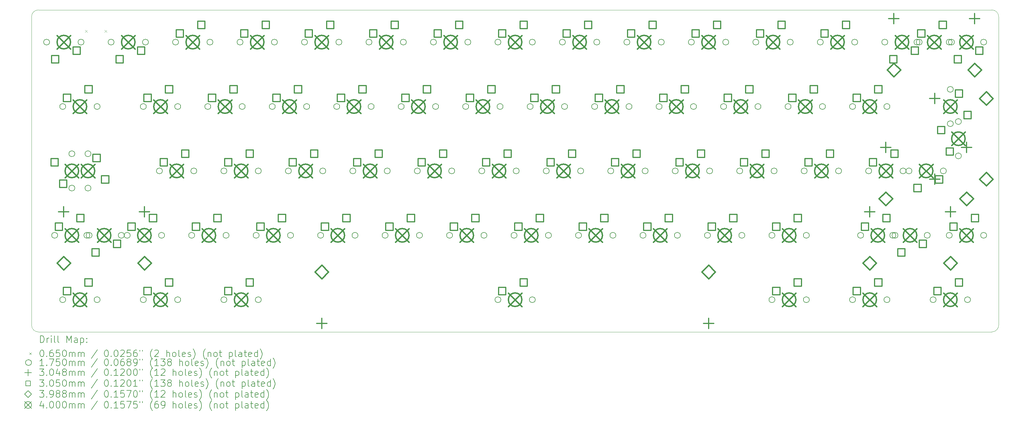
<source format=gbr>
%TF.GenerationSoftware,KiCad,Pcbnew,8.0.4*%
%TF.CreationDate,2024-09-09T16:00:11+08:00*%
%TF.ProjectId,PH60_Rev3,50483630-5f52-4657-9633-2e6b69636164,rev?*%
%TF.SameCoordinates,PX1b40518PY1b40518*%
%TF.FileFunction,Drillmap*%
%TF.FilePolarity,Positive*%
%FSLAX45Y45*%
G04 Gerber Fmt 4.5, Leading zero omitted, Abs format (unit mm)*
G04 Created by KiCad (PCBNEW 8.0.4) date 2024-09-09 16:00:11*
%MOMM*%
%LPD*%
G01*
G04 APERTURE LIST*
%ADD10C,0.050000*%
%ADD11C,0.200000*%
%ADD12C,0.100000*%
%ADD13C,0.175000*%
%ADD14C,0.304800*%
%ADD15C,0.305000*%
%ADD16C,0.398780*%
%ADD17C,0.400000*%
G04 APERTURE END LIST*
D10*
X28375000Y0D02*
G75*
G02*
X28575000Y-200000I0J-200000D01*
G01*
X28375000Y-9525000D02*
X200000Y-9525000D01*
X200000Y0D02*
X28375000Y0D01*
X0Y-200000D02*
G75*
G02*
X200000Y0I200000J0D01*
G01*
X28575000Y-9325000D02*
G75*
G02*
X28375000Y-9525000I-200000J0D01*
G01*
X200000Y-9525000D02*
G75*
G02*
X0Y-9325000I0J200000D01*
G01*
X28575000Y-200000D02*
X28575000Y-9325000D01*
X0Y-9325000D02*
X0Y-200000D01*
D11*
D12*
X1583500Y-595500D02*
X1648500Y-660500D01*
X1648500Y-595500D02*
X1583500Y-660500D01*
X2161500Y-595500D02*
X2226500Y-660500D01*
X2226500Y-595500D02*
X2161500Y-660500D01*
D13*
X532000Y-952500D02*
G75*
G02*
X357000Y-952500I-87500J0D01*
G01*
X357000Y-952500D02*
G75*
G02*
X532000Y-952500I87500J0D01*
G01*
X770125Y-6667500D02*
G75*
G02*
X595125Y-6667500I-87500J0D01*
G01*
X595125Y-6667500D02*
G75*
G02*
X770125Y-6667500I87500J0D01*
G01*
X1008250Y-2857500D02*
G75*
G02*
X833250Y-2857500I-87500J0D01*
G01*
X833250Y-2857500D02*
G75*
G02*
X1008250Y-2857500I87500J0D01*
G01*
X1008250Y-8572500D02*
G75*
G02*
X833250Y-8572500I-87500J0D01*
G01*
X833250Y-8572500D02*
G75*
G02*
X1008250Y-8572500I87500J0D01*
G01*
X1278125Y-4254500D02*
G75*
G02*
X1103125Y-4254500I-87500J0D01*
G01*
X1103125Y-4254500D02*
G75*
G02*
X1278125Y-4254500I87500J0D01*
G01*
X1278125Y-5270500D02*
G75*
G02*
X1103125Y-5270500I-87500J0D01*
G01*
X1103125Y-5270500D02*
G75*
G02*
X1278125Y-5270500I87500J0D01*
G01*
X1548000Y-952500D02*
G75*
G02*
X1373000Y-952500I-87500J0D01*
G01*
X1373000Y-952500D02*
G75*
G02*
X1548000Y-952500I87500J0D01*
G01*
X1722625Y-6667500D02*
G75*
G02*
X1547625Y-6667500I-87500J0D01*
G01*
X1547625Y-6667500D02*
G75*
G02*
X1722625Y-6667500I87500J0D01*
G01*
X1754375Y-4254500D02*
G75*
G02*
X1579375Y-4254500I-87500J0D01*
G01*
X1579375Y-4254500D02*
G75*
G02*
X1754375Y-4254500I87500J0D01*
G01*
X1754375Y-5270500D02*
G75*
G02*
X1579375Y-5270500I-87500J0D01*
G01*
X1579375Y-5270500D02*
G75*
G02*
X1754375Y-5270500I87500J0D01*
G01*
X1786125Y-6667500D02*
G75*
G02*
X1611125Y-6667500I-87500J0D01*
G01*
X1611125Y-6667500D02*
G75*
G02*
X1786125Y-6667500I87500J0D01*
G01*
X2024250Y-2857500D02*
G75*
G02*
X1849250Y-2857500I-87500J0D01*
G01*
X1849250Y-2857500D02*
G75*
G02*
X2024250Y-2857500I87500J0D01*
G01*
X2024250Y-8572500D02*
G75*
G02*
X1849250Y-8572500I-87500J0D01*
G01*
X1849250Y-8572500D02*
G75*
G02*
X2024250Y-8572500I87500J0D01*
G01*
X2437000Y-952500D02*
G75*
G02*
X2262000Y-952500I-87500J0D01*
G01*
X2262000Y-952500D02*
G75*
G02*
X2437000Y-952500I87500J0D01*
G01*
X2738625Y-6667500D02*
G75*
G02*
X2563625Y-6667500I-87500J0D01*
G01*
X2563625Y-6667500D02*
G75*
G02*
X2738625Y-6667500I87500J0D01*
G01*
X2913250Y-6667500D02*
G75*
G02*
X2738250Y-6667500I-87500J0D01*
G01*
X2738250Y-6667500D02*
G75*
G02*
X2913250Y-6667500I87500J0D01*
G01*
X3389500Y-2857500D02*
G75*
G02*
X3214500Y-2857500I-87500J0D01*
G01*
X3214500Y-2857500D02*
G75*
G02*
X3389500Y-2857500I87500J0D01*
G01*
X3389500Y-8572500D02*
G75*
G02*
X3214500Y-8572500I-87500J0D01*
G01*
X3214500Y-8572500D02*
G75*
G02*
X3389500Y-8572500I87500J0D01*
G01*
X3453000Y-952500D02*
G75*
G02*
X3278000Y-952500I-87500J0D01*
G01*
X3278000Y-952500D02*
G75*
G02*
X3453000Y-952500I87500J0D01*
G01*
X3865750Y-4762500D02*
G75*
G02*
X3690750Y-4762500I-87500J0D01*
G01*
X3690750Y-4762500D02*
G75*
G02*
X3865750Y-4762500I87500J0D01*
G01*
X3929250Y-6667500D02*
G75*
G02*
X3754250Y-6667500I-87500J0D01*
G01*
X3754250Y-6667500D02*
G75*
G02*
X3929250Y-6667500I87500J0D01*
G01*
X4342000Y-952500D02*
G75*
G02*
X4167000Y-952500I-87500J0D01*
G01*
X4167000Y-952500D02*
G75*
G02*
X4342000Y-952500I87500J0D01*
G01*
X4405500Y-2857500D02*
G75*
G02*
X4230500Y-2857500I-87500J0D01*
G01*
X4230500Y-2857500D02*
G75*
G02*
X4405500Y-2857500I87500J0D01*
G01*
X4405500Y-8572500D02*
G75*
G02*
X4230500Y-8572500I-87500J0D01*
G01*
X4230500Y-8572500D02*
G75*
G02*
X4405500Y-8572500I87500J0D01*
G01*
X4818250Y-6667500D02*
G75*
G02*
X4643250Y-6667500I-87500J0D01*
G01*
X4643250Y-6667500D02*
G75*
G02*
X4818250Y-6667500I87500J0D01*
G01*
X4881750Y-4762500D02*
G75*
G02*
X4706750Y-4762500I-87500J0D01*
G01*
X4706750Y-4762500D02*
G75*
G02*
X4881750Y-4762500I87500J0D01*
G01*
X5294500Y-2857500D02*
G75*
G02*
X5119500Y-2857500I-87500J0D01*
G01*
X5119500Y-2857500D02*
G75*
G02*
X5294500Y-2857500I87500J0D01*
G01*
X5358000Y-952500D02*
G75*
G02*
X5183000Y-952500I-87500J0D01*
G01*
X5183000Y-952500D02*
G75*
G02*
X5358000Y-952500I87500J0D01*
G01*
X5770750Y-4762500D02*
G75*
G02*
X5595750Y-4762500I-87500J0D01*
G01*
X5595750Y-4762500D02*
G75*
G02*
X5770750Y-4762500I87500J0D01*
G01*
X5770750Y-8572500D02*
G75*
G02*
X5595750Y-8572500I-87500J0D01*
G01*
X5595750Y-8572500D02*
G75*
G02*
X5770750Y-8572500I87500J0D01*
G01*
X5834250Y-6667500D02*
G75*
G02*
X5659250Y-6667500I-87500J0D01*
G01*
X5659250Y-6667500D02*
G75*
G02*
X5834250Y-6667500I87500J0D01*
G01*
X6247000Y-952500D02*
G75*
G02*
X6072000Y-952500I-87500J0D01*
G01*
X6072000Y-952500D02*
G75*
G02*
X6247000Y-952500I87500J0D01*
G01*
X6310500Y-2857500D02*
G75*
G02*
X6135500Y-2857500I-87500J0D01*
G01*
X6135500Y-2857500D02*
G75*
G02*
X6310500Y-2857500I87500J0D01*
G01*
X6723250Y-6667500D02*
G75*
G02*
X6548250Y-6667500I-87500J0D01*
G01*
X6548250Y-6667500D02*
G75*
G02*
X6723250Y-6667500I87500J0D01*
G01*
X6786750Y-4762500D02*
G75*
G02*
X6611750Y-4762500I-87500J0D01*
G01*
X6611750Y-4762500D02*
G75*
G02*
X6786750Y-4762500I87500J0D01*
G01*
X6786750Y-8572500D02*
G75*
G02*
X6611750Y-8572500I-87500J0D01*
G01*
X6611750Y-8572500D02*
G75*
G02*
X6786750Y-8572500I87500J0D01*
G01*
X7199500Y-2857500D02*
G75*
G02*
X7024500Y-2857500I-87500J0D01*
G01*
X7024500Y-2857500D02*
G75*
G02*
X7199500Y-2857500I87500J0D01*
G01*
X7263000Y-952500D02*
G75*
G02*
X7088000Y-952500I-87500J0D01*
G01*
X7088000Y-952500D02*
G75*
G02*
X7263000Y-952500I87500J0D01*
G01*
X7675750Y-4762500D02*
G75*
G02*
X7500750Y-4762500I-87500J0D01*
G01*
X7500750Y-4762500D02*
G75*
G02*
X7675750Y-4762500I87500J0D01*
G01*
X7739250Y-6667500D02*
G75*
G02*
X7564250Y-6667500I-87500J0D01*
G01*
X7564250Y-6667500D02*
G75*
G02*
X7739250Y-6667500I87500J0D01*
G01*
X8152000Y-952500D02*
G75*
G02*
X7977000Y-952500I-87500J0D01*
G01*
X7977000Y-952500D02*
G75*
G02*
X8152000Y-952500I87500J0D01*
G01*
X8215500Y-2857500D02*
G75*
G02*
X8040500Y-2857500I-87500J0D01*
G01*
X8040500Y-2857500D02*
G75*
G02*
X8215500Y-2857500I87500J0D01*
G01*
X8628250Y-6667500D02*
G75*
G02*
X8453250Y-6667500I-87500J0D01*
G01*
X8453250Y-6667500D02*
G75*
G02*
X8628250Y-6667500I87500J0D01*
G01*
X8691750Y-4762500D02*
G75*
G02*
X8516750Y-4762500I-87500J0D01*
G01*
X8516750Y-4762500D02*
G75*
G02*
X8691750Y-4762500I87500J0D01*
G01*
X9104500Y-2857500D02*
G75*
G02*
X8929500Y-2857500I-87500J0D01*
G01*
X8929500Y-2857500D02*
G75*
G02*
X9104500Y-2857500I87500J0D01*
G01*
X9168000Y-952500D02*
G75*
G02*
X8993000Y-952500I-87500J0D01*
G01*
X8993000Y-952500D02*
G75*
G02*
X9168000Y-952500I87500J0D01*
G01*
X9580750Y-4762500D02*
G75*
G02*
X9405750Y-4762500I-87500J0D01*
G01*
X9405750Y-4762500D02*
G75*
G02*
X9580750Y-4762500I87500J0D01*
G01*
X9644250Y-6667500D02*
G75*
G02*
X9469250Y-6667500I-87500J0D01*
G01*
X9469250Y-6667500D02*
G75*
G02*
X9644250Y-6667500I87500J0D01*
G01*
X10057000Y-952500D02*
G75*
G02*
X9882000Y-952500I-87500J0D01*
G01*
X9882000Y-952500D02*
G75*
G02*
X10057000Y-952500I87500J0D01*
G01*
X10120500Y-2857500D02*
G75*
G02*
X9945500Y-2857500I-87500J0D01*
G01*
X9945500Y-2857500D02*
G75*
G02*
X10120500Y-2857500I87500J0D01*
G01*
X10533250Y-6667500D02*
G75*
G02*
X10358250Y-6667500I-87500J0D01*
G01*
X10358250Y-6667500D02*
G75*
G02*
X10533250Y-6667500I87500J0D01*
G01*
X10596750Y-4762500D02*
G75*
G02*
X10421750Y-4762500I-87500J0D01*
G01*
X10421750Y-4762500D02*
G75*
G02*
X10596750Y-4762500I87500J0D01*
G01*
X11009500Y-2857500D02*
G75*
G02*
X10834500Y-2857500I-87500J0D01*
G01*
X10834500Y-2857500D02*
G75*
G02*
X11009500Y-2857500I87500J0D01*
G01*
X11073000Y-952500D02*
G75*
G02*
X10898000Y-952500I-87500J0D01*
G01*
X10898000Y-952500D02*
G75*
G02*
X11073000Y-952500I87500J0D01*
G01*
X11485750Y-4762500D02*
G75*
G02*
X11310750Y-4762500I-87500J0D01*
G01*
X11310750Y-4762500D02*
G75*
G02*
X11485750Y-4762500I87500J0D01*
G01*
X11549250Y-6667500D02*
G75*
G02*
X11374250Y-6667500I-87500J0D01*
G01*
X11374250Y-6667500D02*
G75*
G02*
X11549250Y-6667500I87500J0D01*
G01*
X11962000Y-952500D02*
G75*
G02*
X11787000Y-952500I-87500J0D01*
G01*
X11787000Y-952500D02*
G75*
G02*
X11962000Y-952500I87500J0D01*
G01*
X12025500Y-2857500D02*
G75*
G02*
X11850500Y-2857500I-87500J0D01*
G01*
X11850500Y-2857500D02*
G75*
G02*
X12025500Y-2857500I87500J0D01*
G01*
X12438250Y-6667500D02*
G75*
G02*
X12263250Y-6667500I-87500J0D01*
G01*
X12263250Y-6667500D02*
G75*
G02*
X12438250Y-6667500I87500J0D01*
G01*
X12501750Y-4762500D02*
G75*
G02*
X12326750Y-4762500I-87500J0D01*
G01*
X12326750Y-4762500D02*
G75*
G02*
X12501750Y-4762500I87500J0D01*
G01*
X12914500Y-2857500D02*
G75*
G02*
X12739500Y-2857500I-87500J0D01*
G01*
X12739500Y-2857500D02*
G75*
G02*
X12914500Y-2857500I87500J0D01*
G01*
X12978000Y-952500D02*
G75*
G02*
X12803000Y-952500I-87500J0D01*
G01*
X12803000Y-952500D02*
G75*
G02*
X12978000Y-952500I87500J0D01*
G01*
X13390750Y-4762500D02*
G75*
G02*
X13215750Y-4762500I-87500J0D01*
G01*
X13215750Y-4762500D02*
G75*
G02*
X13390750Y-4762500I87500J0D01*
G01*
X13454250Y-6667500D02*
G75*
G02*
X13279250Y-6667500I-87500J0D01*
G01*
X13279250Y-6667500D02*
G75*
G02*
X13454250Y-6667500I87500J0D01*
G01*
X13867000Y-952500D02*
G75*
G02*
X13692000Y-952500I-87500J0D01*
G01*
X13692000Y-952500D02*
G75*
G02*
X13867000Y-952500I87500J0D01*
G01*
X13867000Y-8572500D02*
G75*
G02*
X13692000Y-8572500I-87500J0D01*
G01*
X13692000Y-8572500D02*
G75*
G02*
X13867000Y-8572500I87500J0D01*
G01*
X13930500Y-2857500D02*
G75*
G02*
X13755500Y-2857500I-87500J0D01*
G01*
X13755500Y-2857500D02*
G75*
G02*
X13930500Y-2857500I87500J0D01*
G01*
X14343250Y-6667500D02*
G75*
G02*
X14168250Y-6667500I-87500J0D01*
G01*
X14168250Y-6667500D02*
G75*
G02*
X14343250Y-6667500I87500J0D01*
G01*
X14406750Y-4762500D02*
G75*
G02*
X14231750Y-4762500I-87500J0D01*
G01*
X14231750Y-4762500D02*
G75*
G02*
X14406750Y-4762500I87500J0D01*
G01*
X14819500Y-2857500D02*
G75*
G02*
X14644500Y-2857500I-87500J0D01*
G01*
X14644500Y-2857500D02*
G75*
G02*
X14819500Y-2857500I87500J0D01*
G01*
X14883000Y-952500D02*
G75*
G02*
X14708000Y-952500I-87500J0D01*
G01*
X14708000Y-952500D02*
G75*
G02*
X14883000Y-952500I87500J0D01*
G01*
X14883000Y-8572500D02*
G75*
G02*
X14708000Y-8572500I-87500J0D01*
G01*
X14708000Y-8572500D02*
G75*
G02*
X14883000Y-8572500I87500J0D01*
G01*
X15295750Y-4762500D02*
G75*
G02*
X15120750Y-4762500I-87500J0D01*
G01*
X15120750Y-4762500D02*
G75*
G02*
X15295750Y-4762500I87500J0D01*
G01*
X15359250Y-6667500D02*
G75*
G02*
X15184250Y-6667500I-87500J0D01*
G01*
X15184250Y-6667500D02*
G75*
G02*
X15359250Y-6667500I87500J0D01*
G01*
X15772000Y-952500D02*
G75*
G02*
X15597000Y-952500I-87500J0D01*
G01*
X15597000Y-952500D02*
G75*
G02*
X15772000Y-952500I87500J0D01*
G01*
X15835500Y-2857500D02*
G75*
G02*
X15660500Y-2857500I-87500J0D01*
G01*
X15660500Y-2857500D02*
G75*
G02*
X15835500Y-2857500I87500J0D01*
G01*
X16248250Y-6667500D02*
G75*
G02*
X16073250Y-6667500I-87500J0D01*
G01*
X16073250Y-6667500D02*
G75*
G02*
X16248250Y-6667500I87500J0D01*
G01*
X16311750Y-4762500D02*
G75*
G02*
X16136750Y-4762500I-87500J0D01*
G01*
X16136750Y-4762500D02*
G75*
G02*
X16311750Y-4762500I87500J0D01*
G01*
X16724500Y-2857500D02*
G75*
G02*
X16549500Y-2857500I-87500J0D01*
G01*
X16549500Y-2857500D02*
G75*
G02*
X16724500Y-2857500I87500J0D01*
G01*
X16788000Y-952500D02*
G75*
G02*
X16613000Y-952500I-87500J0D01*
G01*
X16613000Y-952500D02*
G75*
G02*
X16788000Y-952500I87500J0D01*
G01*
X17200750Y-4762500D02*
G75*
G02*
X17025750Y-4762500I-87500J0D01*
G01*
X17025750Y-4762500D02*
G75*
G02*
X17200750Y-4762500I87500J0D01*
G01*
X17264250Y-6667500D02*
G75*
G02*
X17089250Y-6667500I-87500J0D01*
G01*
X17089250Y-6667500D02*
G75*
G02*
X17264250Y-6667500I87500J0D01*
G01*
X17677000Y-952500D02*
G75*
G02*
X17502000Y-952500I-87500J0D01*
G01*
X17502000Y-952500D02*
G75*
G02*
X17677000Y-952500I87500J0D01*
G01*
X17740500Y-2857500D02*
G75*
G02*
X17565500Y-2857500I-87500J0D01*
G01*
X17565500Y-2857500D02*
G75*
G02*
X17740500Y-2857500I87500J0D01*
G01*
X18153250Y-6667500D02*
G75*
G02*
X17978250Y-6667500I-87500J0D01*
G01*
X17978250Y-6667500D02*
G75*
G02*
X18153250Y-6667500I87500J0D01*
G01*
X18216750Y-4762500D02*
G75*
G02*
X18041750Y-4762500I-87500J0D01*
G01*
X18041750Y-4762500D02*
G75*
G02*
X18216750Y-4762500I87500J0D01*
G01*
X18629500Y-2857500D02*
G75*
G02*
X18454500Y-2857500I-87500J0D01*
G01*
X18454500Y-2857500D02*
G75*
G02*
X18629500Y-2857500I87500J0D01*
G01*
X18693000Y-952500D02*
G75*
G02*
X18518000Y-952500I-87500J0D01*
G01*
X18518000Y-952500D02*
G75*
G02*
X18693000Y-952500I87500J0D01*
G01*
X19105750Y-4762500D02*
G75*
G02*
X18930750Y-4762500I-87500J0D01*
G01*
X18930750Y-4762500D02*
G75*
G02*
X19105750Y-4762500I87500J0D01*
G01*
X19169250Y-6667500D02*
G75*
G02*
X18994250Y-6667500I-87500J0D01*
G01*
X18994250Y-6667500D02*
G75*
G02*
X19169250Y-6667500I87500J0D01*
G01*
X19582000Y-952500D02*
G75*
G02*
X19407000Y-952500I-87500J0D01*
G01*
X19407000Y-952500D02*
G75*
G02*
X19582000Y-952500I87500J0D01*
G01*
X19645500Y-2857500D02*
G75*
G02*
X19470500Y-2857500I-87500J0D01*
G01*
X19470500Y-2857500D02*
G75*
G02*
X19645500Y-2857500I87500J0D01*
G01*
X20058250Y-6667500D02*
G75*
G02*
X19883250Y-6667500I-87500J0D01*
G01*
X19883250Y-6667500D02*
G75*
G02*
X20058250Y-6667500I87500J0D01*
G01*
X20121750Y-4762500D02*
G75*
G02*
X19946750Y-4762500I-87500J0D01*
G01*
X19946750Y-4762500D02*
G75*
G02*
X20121750Y-4762500I87500J0D01*
G01*
X20534500Y-2857500D02*
G75*
G02*
X20359500Y-2857500I-87500J0D01*
G01*
X20359500Y-2857500D02*
G75*
G02*
X20534500Y-2857500I87500J0D01*
G01*
X20598000Y-952500D02*
G75*
G02*
X20423000Y-952500I-87500J0D01*
G01*
X20423000Y-952500D02*
G75*
G02*
X20598000Y-952500I87500J0D01*
G01*
X21010750Y-4762500D02*
G75*
G02*
X20835750Y-4762500I-87500J0D01*
G01*
X20835750Y-4762500D02*
G75*
G02*
X21010750Y-4762500I87500J0D01*
G01*
X21074250Y-6667500D02*
G75*
G02*
X20899250Y-6667500I-87500J0D01*
G01*
X20899250Y-6667500D02*
G75*
G02*
X21074250Y-6667500I87500J0D01*
G01*
X21487000Y-952500D02*
G75*
G02*
X21312000Y-952500I-87500J0D01*
G01*
X21312000Y-952500D02*
G75*
G02*
X21487000Y-952500I87500J0D01*
G01*
X21550500Y-2857500D02*
G75*
G02*
X21375500Y-2857500I-87500J0D01*
G01*
X21375500Y-2857500D02*
G75*
G02*
X21550500Y-2857500I87500J0D01*
G01*
X21963250Y-6667500D02*
G75*
G02*
X21788250Y-6667500I-87500J0D01*
G01*
X21788250Y-6667500D02*
G75*
G02*
X21963250Y-6667500I87500J0D01*
G01*
X21963250Y-8572500D02*
G75*
G02*
X21788250Y-8572500I-87500J0D01*
G01*
X21788250Y-8572500D02*
G75*
G02*
X21963250Y-8572500I87500J0D01*
G01*
X22026750Y-4762500D02*
G75*
G02*
X21851750Y-4762500I-87500J0D01*
G01*
X21851750Y-4762500D02*
G75*
G02*
X22026750Y-4762500I87500J0D01*
G01*
X22439500Y-2857500D02*
G75*
G02*
X22264500Y-2857500I-87500J0D01*
G01*
X22264500Y-2857500D02*
G75*
G02*
X22439500Y-2857500I87500J0D01*
G01*
X22503000Y-952500D02*
G75*
G02*
X22328000Y-952500I-87500J0D01*
G01*
X22328000Y-952500D02*
G75*
G02*
X22503000Y-952500I87500J0D01*
G01*
X22915750Y-4762500D02*
G75*
G02*
X22740750Y-4762500I-87500J0D01*
G01*
X22740750Y-4762500D02*
G75*
G02*
X22915750Y-4762500I87500J0D01*
G01*
X22979250Y-6667500D02*
G75*
G02*
X22804250Y-6667500I-87500J0D01*
G01*
X22804250Y-6667500D02*
G75*
G02*
X22979250Y-6667500I87500J0D01*
G01*
X22979250Y-8572500D02*
G75*
G02*
X22804250Y-8572500I-87500J0D01*
G01*
X22804250Y-8572500D02*
G75*
G02*
X22979250Y-8572500I87500J0D01*
G01*
X23392000Y-952500D02*
G75*
G02*
X23217000Y-952500I-87500J0D01*
G01*
X23217000Y-952500D02*
G75*
G02*
X23392000Y-952500I87500J0D01*
G01*
X23455500Y-2857500D02*
G75*
G02*
X23280500Y-2857500I-87500J0D01*
G01*
X23280500Y-2857500D02*
G75*
G02*
X23455500Y-2857500I87500J0D01*
G01*
X23931750Y-4762500D02*
G75*
G02*
X23756750Y-4762500I-87500J0D01*
G01*
X23756750Y-4762500D02*
G75*
G02*
X23931750Y-4762500I87500J0D01*
G01*
X24344500Y-2857500D02*
G75*
G02*
X24169500Y-2857500I-87500J0D01*
G01*
X24169500Y-2857500D02*
G75*
G02*
X24344500Y-2857500I87500J0D01*
G01*
X24344500Y-8572500D02*
G75*
G02*
X24169500Y-8572500I-87500J0D01*
G01*
X24169500Y-8572500D02*
G75*
G02*
X24344500Y-8572500I87500J0D01*
G01*
X24408000Y-952500D02*
G75*
G02*
X24233000Y-952500I-87500J0D01*
G01*
X24233000Y-952500D02*
G75*
G02*
X24408000Y-952500I87500J0D01*
G01*
X24582625Y-6667500D02*
G75*
G02*
X24407625Y-6667500I-87500J0D01*
G01*
X24407625Y-6667500D02*
G75*
G02*
X24582625Y-6667500I87500J0D01*
G01*
X24820750Y-4762500D02*
G75*
G02*
X24645750Y-4762500I-87500J0D01*
G01*
X24645750Y-4762500D02*
G75*
G02*
X24820750Y-4762500I87500J0D01*
G01*
X25297000Y-952500D02*
G75*
G02*
X25122000Y-952500I-87500J0D01*
G01*
X25122000Y-952500D02*
G75*
G02*
X25297000Y-952500I87500J0D01*
G01*
X25360500Y-2857500D02*
G75*
G02*
X25185500Y-2857500I-87500J0D01*
G01*
X25185500Y-2857500D02*
G75*
G02*
X25360500Y-2857500I87500J0D01*
G01*
X25360500Y-8572500D02*
G75*
G02*
X25185500Y-8572500I-87500J0D01*
G01*
X25185500Y-8572500D02*
G75*
G02*
X25360500Y-8572500I87500J0D01*
G01*
X25535125Y-6667500D02*
G75*
G02*
X25360125Y-6667500I-87500J0D01*
G01*
X25360125Y-6667500D02*
G75*
G02*
X25535125Y-6667500I87500J0D01*
G01*
X25598625Y-6667500D02*
G75*
G02*
X25423625Y-6667500I-87500J0D01*
G01*
X25423625Y-6667500D02*
G75*
G02*
X25598625Y-6667500I87500J0D01*
G01*
X25836750Y-4762500D02*
G75*
G02*
X25661750Y-4762500I-87500J0D01*
G01*
X25661750Y-4762500D02*
G75*
G02*
X25836750Y-4762500I87500J0D01*
G01*
X26011375Y-4762500D02*
G75*
G02*
X25836375Y-4762500I-87500J0D01*
G01*
X25836375Y-4762500D02*
G75*
G02*
X26011375Y-4762500I87500J0D01*
G01*
X26249500Y-952500D02*
G75*
G02*
X26074500Y-952500I-87500J0D01*
G01*
X26074500Y-952500D02*
G75*
G02*
X26249500Y-952500I87500J0D01*
G01*
X26313000Y-952500D02*
G75*
G02*
X26138000Y-952500I-87500J0D01*
G01*
X26138000Y-952500D02*
G75*
G02*
X26313000Y-952500I87500J0D01*
G01*
X26551125Y-6667500D02*
G75*
G02*
X26376125Y-6667500I-87500J0D01*
G01*
X26376125Y-6667500D02*
G75*
G02*
X26551125Y-6667500I87500J0D01*
G01*
X26725750Y-8572500D02*
G75*
G02*
X26550750Y-8572500I-87500J0D01*
G01*
X26550750Y-8572500D02*
G75*
G02*
X26725750Y-8572500I87500J0D01*
G01*
X27027375Y-4762500D02*
G75*
G02*
X26852375Y-4762500I-87500J0D01*
G01*
X26852375Y-4762500D02*
G75*
G02*
X27027375Y-4762500I87500J0D01*
G01*
X27202000Y-952500D02*
G75*
G02*
X27027000Y-952500I-87500J0D01*
G01*
X27027000Y-952500D02*
G75*
G02*
X27202000Y-952500I87500J0D01*
G01*
X27202000Y-6667500D02*
G75*
G02*
X27027000Y-6667500I-87500J0D01*
G01*
X27027000Y-6667500D02*
G75*
G02*
X27202000Y-6667500I87500J0D01*
G01*
X27233750Y-2349500D02*
G75*
G02*
X27058750Y-2349500I-87500J0D01*
G01*
X27058750Y-2349500D02*
G75*
G02*
X27233750Y-2349500I87500J0D01*
G01*
X27233750Y-3365500D02*
G75*
G02*
X27058750Y-3365500I-87500J0D01*
G01*
X27058750Y-3365500D02*
G75*
G02*
X27233750Y-3365500I87500J0D01*
G01*
X27265500Y-952500D02*
G75*
G02*
X27090500Y-952500I-87500J0D01*
G01*
X27090500Y-952500D02*
G75*
G02*
X27265500Y-952500I87500J0D01*
G01*
X27471875Y-3302000D02*
G75*
G02*
X27296875Y-3302000I-87500J0D01*
G01*
X27296875Y-3302000D02*
G75*
G02*
X27471875Y-3302000I87500J0D01*
G01*
X27471875Y-4318000D02*
G75*
G02*
X27296875Y-4318000I-87500J0D01*
G01*
X27296875Y-4318000D02*
G75*
G02*
X27471875Y-4318000I87500J0D01*
G01*
X27741750Y-8572500D02*
G75*
G02*
X27566750Y-8572500I-87500J0D01*
G01*
X27566750Y-8572500D02*
G75*
G02*
X27741750Y-8572500I87500J0D01*
G01*
X28218000Y-952500D02*
G75*
G02*
X28043000Y-952500I-87500J0D01*
G01*
X28043000Y-952500D02*
G75*
G02*
X28218000Y-952500I87500J0D01*
G01*
X28218000Y-6667500D02*
G75*
G02*
X28043000Y-6667500I-87500J0D01*
G01*
X28043000Y-6667500D02*
G75*
G02*
X28218000Y-6667500I87500J0D01*
G01*
D14*
X949325Y-5816600D02*
X949325Y-6121400D01*
X796925Y-5969000D02*
X1101725Y-5969000D01*
X3336925Y-5816600D02*
X3336925Y-6121400D01*
X3184525Y-5969000D02*
X3489325Y-5969000D01*
X8572500Y-9118600D02*
X8572500Y-9423400D01*
X8420100Y-9271000D02*
X8724900Y-9271000D01*
X20002500Y-9118600D02*
X20002500Y-9423400D01*
X19850100Y-9271000D02*
X20154900Y-9271000D01*
X24761825Y-5816600D02*
X24761825Y-6121400D01*
X24609425Y-5969000D02*
X24914225Y-5969000D01*
X25238075Y-3911600D02*
X25238075Y-4216400D01*
X25085675Y-4064000D02*
X25390475Y-4064000D01*
X25476200Y-101600D02*
X25476200Y-406400D01*
X25323800Y-254000D02*
X25628600Y-254000D01*
X26685875Y-2463800D02*
X26685875Y-2768600D01*
X26533475Y-2616200D02*
X26838275Y-2616200D01*
X26685875Y-4851400D02*
X26685875Y-5156200D01*
X26533475Y-5003800D02*
X26838275Y-5003800D01*
X27149425Y-5816600D02*
X27149425Y-6121400D01*
X26997025Y-5969000D02*
X27301825Y-5969000D01*
X27625675Y-3911600D02*
X27625675Y-4216400D01*
X27473275Y-4064000D02*
X27778075Y-4064000D01*
X27863800Y-101600D02*
X27863800Y-406400D01*
X27711400Y-254000D02*
X28016200Y-254000D01*
D15*
X790460Y-4616335D02*
X790460Y-4400665D01*
X574790Y-4400665D01*
X574790Y-4616335D01*
X790460Y-4616335D01*
X806335Y-1568335D02*
X806335Y-1352665D01*
X590665Y-1352665D01*
X590665Y-1568335D01*
X806335Y-1568335D01*
X917460Y-6521335D02*
X917460Y-6305665D01*
X701790Y-6305665D01*
X701790Y-6521335D01*
X917460Y-6521335D01*
X1044460Y-5251335D02*
X1044460Y-5035665D01*
X828790Y-5035665D01*
X828790Y-5251335D01*
X1044460Y-5251335D01*
X1155585Y-2711335D02*
X1155585Y-2495665D01*
X939915Y-2495665D01*
X939915Y-2711335D01*
X1155585Y-2711335D01*
X1155585Y-8426335D02*
X1155585Y-8210665D01*
X939915Y-8210665D01*
X939915Y-8426335D01*
X1155585Y-8426335D01*
X1441335Y-1314335D02*
X1441335Y-1098665D01*
X1225665Y-1098665D01*
X1225665Y-1314335D01*
X1441335Y-1314335D01*
X1552460Y-6267335D02*
X1552460Y-6051665D01*
X1336790Y-6051665D01*
X1336790Y-6267335D01*
X1552460Y-6267335D01*
X1790585Y-2457335D02*
X1790585Y-2241665D01*
X1574915Y-2241665D01*
X1574915Y-2457335D01*
X1790585Y-2457335D01*
X1790585Y-8172335D02*
X1790585Y-7956665D01*
X1574915Y-7956665D01*
X1574915Y-8172335D01*
X1790585Y-8172335D01*
X1996960Y-7283335D02*
X1996960Y-7067665D01*
X1781290Y-7067665D01*
X1781290Y-7283335D01*
X1996960Y-7283335D01*
X2028710Y-4489335D02*
X2028710Y-4273665D01*
X1813040Y-4273665D01*
X1813040Y-4489335D01*
X2028710Y-4489335D01*
X2282710Y-5124335D02*
X2282710Y-4908665D01*
X2067040Y-4908665D01*
X2067040Y-5124335D01*
X2282710Y-5124335D01*
X2631960Y-7029335D02*
X2631960Y-6813665D01*
X2416290Y-6813665D01*
X2416290Y-7029335D01*
X2631960Y-7029335D01*
X2711335Y-1568335D02*
X2711335Y-1352665D01*
X2495665Y-1352665D01*
X2495665Y-1568335D01*
X2711335Y-1568335D01*
X3060585Y-6521335D02*
X3060585Y-6305665D01*
X2844915Y-6305665D01*
X2844915Y-6521335D01*
X3060585Y-6521335D01*
X3346335Y-1314335D02*
X3346335Y-1098665D01*
X3130665Y-1098665D01*
X3130665Y-1314335D01*
X3346335Y-1314335D01*
X3536835Y-2711335D02*
X3536835Y-2495665D01*
X3321165Y-2495665D01*
X3321165Y-2711335D01*
X3536835Y-2711335D01*
X3536835Y-8426335D02*
X3536835Y-8210665D01*
X3321165Y-8210665D01*
X3321165Y-8426335D01*
X3536835Y-8426335D01*
X3695585Y-6267335D02*
X3695585Y-6051665D01*
X3479915Y-6051665D01*
X3479915Y-6267335D01*
X3695585Y-6267335D01*
X4013085Y-4616335D02*
X4013085Y-4400665D01*
X3797415Y-4400665D01*
X3797415Y-4616335D01*
X4013085Y-4616335D01*
X4171835Y-2457335D02*
X4171835Y-2241665D01*
X3956165Y-2241665D01*
X3956165Y-2457335D01*
X4171835Y-2457335D01*
X4171835Y-8172335D02*
X4171835Y-7956665D01*
X3956165Y-7956665D01*
X3956165Y-8172335D01*
X4171835Y-8172335D01*
X4489335Y-806335D02*
X4489335Y-590665D01*
X4273665Y-590665D01*
X4273665Y-806335D01*
X4489335Y-806335D01*
X4648085Y-4362335D02*
X4648085Y-4146665D01*
X4432415Y-4146665D01*
X4432415Y-4362335D01*
X4648085Y-4362335D01*
X4965585Y-6521335D02*
X4965585Y-6305665D01*
X4749915Y-6305665D01*
X4749915Y-6521335D01*
X4965585Y-6521335D01*
X5124335Y-552335D02*
X5124335Y-336665D01*
X4908665Y-336665D01*
X4908665Y-552335D01*
X5124335Y-552335D01*
X5441835Y-2711335D02*
X5441835Y-2495665D01*
X5226165Y-2495665D01*
X5226165Y-2711335D01*
X5441835Y-2711335D01*
X5600585Y-6267335D02*
X5600585Y-6051665D01*
X5384915Y-6051665D01*
X5384915Y-6267335D01*
X5600585Y-6267335D01*
X5918085Y-4616335D02*
X5918085Y-4400665D01*
X5702415Y-4400665D01*
X5702415Y-4616335D01*
X5918085Y-4616335D01*
X5918085Y-8426335D02*
X5918085Y-8210665D01*
X5702415Y-8210665D01*
X5702415Y-8426335D01*
X5918085Y-8426335D01*
X6076835Y-2457335D02*
X6076835Y-2241665D01*
X5861165Y-2241665D01*
X5861165Y-2457335D01*
X6076835Y-2457335D01*
X6394335Y-806335D02*
X6394335Y-590665D01*
X6178665Y-590665D01*
X6178665Y-806335D01*
X6394335Y-806335D01*
X6553085Y-4362335D02*
X6553085Y-4146665D01*
X6337415Y-4146665D01*
X6337415Y-4362335D01*
X6553085Y-4362335D01*
X6553085Y-8172335D02*
X6553085Y-7956665D01*
X6337415Y-7956665D01*
X6337415Y-8172335D01*
X6553085Y-8172335D01*
X6870585Y-6521335D02*
X6870585Y-6305665D01*
X6654915Y-6305665D01*
X6654915Y-6521335D01*
X6870585Y-6521335D01*
X7029335Y-552335D02*
X7029335Y-336665D01*
X6813665Y-336665D01*
X6813665Y-552335D01*
X7029335Y-552335D01*
X7346835Y-2711335D02*
X7346835Y-2495665D01*
X7131165Y-2495665D01*
X7131165Y-2711335D01*
X7346835Y-2711335D01*
X7505585Y-6267335D02*
X7505585Y-6051665D01*
X7289915Y-6051665D01*
X7289915Y-6267335D01*
X7505585Y-6267335D01*
X7823085Y-4616335D02*
X7823085Y-4400665D01*
X7607415Y-4400665D01*
X7607415Y-4616335D01*
X7823085Y-4616335D01*
X7981835Y-2457335D02*
X7981835Y-2241665D01*
X7766165Y-2241665D01*
X7766165Y-2457335D01*
X7981835Y-2457335D01*
X8299335Y-806335D02*
X8299335Y-590665D01*
X8083665Y-590665D01*
X8083665Y-806335D01*
X8299335Y-806335D01*
X8458085Y-4362335D02*
X8458085Y-4146665D01*
X8242415Y-4146665D01*
X8242415Y-4362335D01*
X8458085Y-4362335D01*
X8775585Y-6521335D02*
X8775585Y-6305665D01*
X8559915Y-6305665D01*
X8559915Y-6521335D01*
X8775585Y-6521335D01*
X8934335Y-552335D02*
X8934335Y-336665D01*
X8718665Y-336665D01*
X8718665Y-552335D01*
X8934335Y-552335D01*
X9251835Y-2711335D02*
X9251835Y-2495665D01*
X9036165Y-2495665D01*
X9036165Y-2711335D01*
X9251835Y-2711335D01*
X9410585Y-6267335D02*
X9410585Y-6051665D01*
X9194915Y-6051665D01*
X9194915Y-6267335D01*
X9410585Y-6267335D01*
X9728085Y-4616335D02*
X9728085Y-4400665D01*
X9512415Y-4400665D01*
X9512415Y-4616335D01*
X9728085Y-4616335D01*
X9886835Y-2457335D02*
X9886835Y-2241665D01*
X9671165Y-2241665D01*
X9671165Y-2457335D01*
X9886835Y-2457335D01*
X10204335Y-806335D02*
X10204335Y-590665D01*
X9988665Y-590665D01*
X9988665Y-806335D01*
X10204335Y-806335D01*
X10363085Y-4362335D02*
X10363085Y-4146665D01*
X10147415Y-4146665D01*
X10147415Y-4362335D01*
X10363085Y-4362335D01*
X10680585Y-6521335D02*
X10680585Y-6305665D01*
X10464915Y-6305665D01*
X10464915Y-6521335D01*
X10680585Y-6521335D01*
X10839335Y-552335D02*
X10839335Y-336665D01*
X10623665Y-336665D01*
X10623665Y-552335D01*
X10839335Y-552335D01*
X11156835Y-2711335D02*
X11156835Y-2495665D01*
X10941165Y-2495665D01*
X10941165Y-2711335D01*
X11156835Y-2711335D01*
X11315585Y-6267335D02*
X11315585Y-6051665D01*
X11099915Y-6051665D01*
X11099915Y-6267335D01*
X11315585Y-6267335D01*
X11633085Y-4616335D02*
X11633085Y-4400665D01*
X11417415Y-4400665D01*
X11417415Y-4616335D01*
X11633085Y-4616335D01*
X11791835Y-2457335D02*
X11791835Y-2241665D01*
X11576165Y-2241665D01*
X11576165Y-2457335D01*
X11791835Y-2457335D01*
X12109335Y-806335D02*
X12109335Y-590665D01*
X11893665Y-590665D01*
X11893665Y-806335D01*
X12109335Y-806335D01*
X12268085Y-4362335D02*
X12268085Y-4146665D01*
X12052415Y-4146665D01*
X12052415Y-4362335D01*
X12268085Y-4362335D01*
X12585585Y-6521335D02*
X12585585Y-6305665D01*
X12369915Y-6305665D01*
X12369915Y-6521335D01*
X12585585Y-6521335D01*
X12744335Y-552335D02*
X12744335Y-336665D01*
X12528665Y-336665D01*
X12528665Y-552335D01*
X12744335Y-552335D01*
X13061835Y-2711335D02*
X13061835Y-2495665D01*
X12846165Y-2495665D01*
X12846165Y-2711335D01*
X13061835Y-2711335D01*
X13220585Y-6267335D02*
X13220585Y-6051665D01*
X13004915Y-6051665D01*
X13004915Y-6267335D01*
X13220585Y-6267335D01*
X13538085Y-4616335D02*
X13538085Y-4400665D01*
X13322415Y-4400665D01*
X13322415Y-4616335D01*
X13538085Y-4616335D01*
X13696835Y-2457335D02*
X13696835Y-2241665D01*
X13481165Y-2241665D01*
X13481165Y-2457335D01*
X13696835Y-2457335D01*
X14014335Y-806335D02*
X14014335Y-590665D01*
X13798665Y-590665D01*
X13798665Y-806335D01*
X14014335Y-806335D01*
X14014335Y-8426335D02*
X14014335Y-8210665D01*
X13798665Y-8210665D01*
X13798665Y-8426335D01*
X14014335Y-8426335D01*
X14173085Y-4362335D02*
X14173085Y-4146665D01*
X13957415Y-4146665D01*
X13957415Y-4362335D01*
X14173085Y-4362335D01*
X14490585Y-6521335D02*
X14490585Y-6305665D01*
X14274915Y-6305665D01*
X14274915Y-6521335D01*
X14490585Y-6521335D01*
X14649335Y-552335D02*
X14649335Y-336665D01*
X14433665Y-336665D01*
X14433665Y-552335D01*
X14649335Y-552335D01*
X14649335Y-8172335D02*
X14649335Y-7956665D01*
X14433665Y-7956665D01*
X14433665Y-8172335D01*
X14649335Y-8172335D01*
X14966835Y-2711335D02*
X14966835Y-2495665D01*
X14751165Y-2495665D01*
X14751165Y-2711335D01*
X14966835Y-2711335D01*
X15125585Y-6267335D02*
X15125585Y-6051665D01*
X14909915Y-6051665D01*
X14909915Y-6267335D01*
X15125585Y-6267335D01*
X15443085Y-4616335D02*
X15443085Y-4400665D01*
X15227415Y-4400665D01*
X15227415Y-4616335D01*
X15443085Y-4616335D01*
X15601835Y-2457335D02*
X15601835Y-2241665D01*
X15386165Y-2241665D01*
X15386165Y-2457335D01*
X15601835Y-2457335D01*
X15919335Y-806335D02*
X15919335Y-590665D01*
X15703665Y-590665D01*
X15703665Y-806335D01*
X15919335Y-806335D01*
X16078085Y-4362335D02*
X16078085Y-4146665D01*
X15862415Y-4146665D01*
X15862415Y-4362335D01*
X16078085Y-4362335D01*
X16395585Y-6521335D02*
X16395585Y-6305665D01*
X16179915Y-6305665D01*
X16179915Y-6521335D01*
X16395585Y-6521335D01*
X16554335Y-552335D02*
X16554335Y-336665D01*
X16338665Y-336665D01*
X16338665Y-552335D01*
X16554335Y-552335D01*
X16871835Y-2711335D02*
X16871835Y-2495665D01*
X16656165Y-2495665D01*
X16656165Y-2711335D01*
X16871835Y-2711335D01*
X17030585Y-6267335D02*
X17030585Y-6051665D01*
X16814915Y-6051665D01*
X16814915Y-6267335D01*
X17030585Y-6267335D01*
X17348085Y-4616335D02*
X17348085Y-4400665D01*
X17132415Y-4400665D01*
X17132415Y-4616335D01*
X17348085Y-4616335D01*
X17506835Y-2457335D02*
X17506835Y-2241665D01*
X17291165Y-2241665D01*
X17291165Y-2457335D01*
X17506835Y-2457335D01*
X17824335Y-806335D02*
X17824335Y-590665D01*
X17608665Y-590665D01*
X17608665Y-806335D01*
X17824335Y-806335D01*
X17983085Y-4362335D02*
X17983085Y-4146665D01*
X17767415Y-4146665D01*
X17767415Y-4362335D01*
X17983085Y-4362335D01*
X18300585Y-6521335D02*
X18300585Y-6305665D01*
X18084915Y-6305665D01*
X18084915Y-6521335D01*
X18300585Y-6521335D01*
X18459335Y-552335D02*
X18459335Y-336665D01*
X18243665Y-336665D01*
X18243665Y-552335D01*
X18459335Y-552335D01*
X18776835Y-2711335D02*
X18776835Y-2495665D01*
X18561165Y-2495665D01*
X18561165Y-2711335D01*
X18776835Y-2711335D01*
X18935585Y-6267335D02*
X18935585Y-6051665D01*
X18719915Y-6051665D01*
X18719915Y-6267335D01*
X18935585Y-6267335D01*
X19253085Y-4616335D02*
X19253085Y-4400665D01*
X19037415Y-4400665D01*
X19037415Y-4616335D01*
X19253085Y-4616335D01*
X19411835Y-2457335D02*
X19411835Y-2241665D01*
X19196165Y-2241665D01*
X19196165Y-2457335D01*
X19411835Y-2457335D01*
X19729335Y-806335D02*
X19729335Y-590665D01*
X19513665Y-590665D01*
X19513665Y-806335D01*
X19729335Y-806335D01*
X19888085Y-4362335D02*
X19888085Y-4146665D01*
X19672415Y-4146665D01*
X19672415Y-4362335D01*
X19888085Y-4362335D01*
X20205585Y-6521335D02*
X20205585Y-6305665D01*
X19989915Y-6305665D01*
X19989915Y-6521335D01*
X20205585Y-6521335D01*
X20364335Y-552335D02*
X20364335Y-336665D01*
X20148665Y-336665D01*
X20148665Y-552335D01*
X20364335Y-552335D01*
X20681835Y-2711335D02*
X20681835Y-2495665D01*
X20466165Y-2495665D01*
X20466165Y-2711335D01*
X20681835Y-2711335D01*
X20840585Y-6267335D02*
X20840585Y-6051665D01*
X20624915Y-6051665D01*
X20624915Y-6267335D01*
X20840585Y-6267335D01*
X21158085Y-4616335D02*
X21158085Y-4400665D01*
X20942415Y-4400665D01*
X20942415Y-4616335D01*
X21158085Y-4616335D01*
X21316835Y-2457335D02*
X21316835Y-2241665D01*
X21101165Y-2241665D01*
X21101165Y-2457335D01*
X21316835Y-2457335D01*
X21634335Y-806335D02*
X21634335Y-590665D01*
X21418665Y-590665D01*
X21418665Y-806335D01*
X21634335Y-806335D01*
X21793085Y-4362335D02*
X21793085Y-4146665D01*
X21577415Y-4146665D01*
X21577415Y-4362335D01*
X21793085Y-4362335D01*
X22110585Y-6521335D02*
X22110585Y-6305665D01*
X21894915Y-6305665D01*
X21894915Y-6521335D01*
X22110585Y-6521335D01*
X22110585Y-8426335D02*
X22110585Y-8210665D01*
X21894915Y-8210665D01*
X21894915Y-8426335D01*
X22110585Y-8426335D01*
X22269335Y-552335D02*
X22269335Y-336665D01*
X22053665Y-336665D01*
X22053665Y-552335D01*
X22269335Y-552335D01*
X22586835Y-2711335D02*
X22586835Y-2495665D01*
X22371165Y-2495665D01*
X22371165Y-2711335D01*
X22586835Y-2711335D01*
X22745585Y-6267335D02*
X22745585Y-6051665D01*
X22529915Y-6051665D01*
X22529915Y-6267335D01*
X22745585Y-6267335D01*
X22745585Y-8172335D02*
X22745585Y-7956665D01*
X22529915Y-7956665D01*
X22529915Y-8172335D01*
X22745585Y-8172335D01*
X23063085Y-4616335D02*
X23063085Y-4400665D01*
X22847415Y-4400665D01*
X22847415Y-4616335D01*
X23063085Y-4616335D01*
X23221835Y-2457335D02*
X23221835Y-2241665D01*
X23006165Y-2241665D01*
X23006165Y-2457335D01*
X23221835Y-2457335D01*
X23539335Y-806335D02*
X23539335Y-590665D01*
X23323665Y-590665D01*
X23323665Y-806335D01*
X23539335Y-806335D01*
X23698085Y-4362335D02*
X23698085Y-4146665D01*
X23482415Y-4146665D01*
X23482415Y-4362335D01*
X23698085Y-4362335D01*
X24174335Y-552335D02*
X24174335Y-336665D01*
X23958665Y-336665D01*
X23958665Y-552335D01*
X24174335Y-552335D01*
X24491835Y-2711335D02*
X24491835Y-2495665D01*
X24276165Y-2495665D01*
X24276165Y-2711335D01*
X24491835Y-2711335D01*
X24491835Y-8426335D02*
X24491835Y-8210665D01*
X24276165Y-8210665D01*
X24276165Y-8426335D01*
X24491835Y-8426335D01*
X24729960Y-6521335D02*
X24729960Y-6305665D01*
X24514290Y-6305665D01*
X24514290Y-6521335D01*
X24729960Y-6521335D01*
X24968085Y-4616335D02*
X24968085Y-4400665D01*
X24752415Y-4400665D01*
X24752415Y-4616335D01*
X24968085Y-4616335D01*
X25126835Y-2457335D02*
X25126835Y-2241665D01*
X24911165Y-2241665D01*
X24911165Y-2457335D01*
X25126835Y-2457335D01*
X25126835Y-8172335D02*
X25126835Y-7956665D01*
X24911165Y-7956665D01*
X24911165Y-8172335D01*
X25126835Y-8172335D01*
X25364960Y-6267335D02*
X25364960Y-6051665D01*
X25149290Y-6051665D01*
X25149290Y-6267335D01*
X25364960Y-6267335D01*
X25571335Y-1568335D02*
X25571335Y-1352665D01*
X25355665Y-1352665D01*
X25355665Y-1568335D01*
X25571335Y-1568335D01*
X25603085Y-4362335D02*
X25603085Y-4146665D01*
X25387415Y-4146665D01*
X25387415Y-4362335D01*
X25603085Y-4362335D01*
X25809460Y-7283335D02*
X25809460Y-7067665D01*
X25593790Y-7067665D01*
X25593790Y-7283335D01*
X25809460Y-7283335D01*
X26206335Y-1314335D02*
X26206335Y-1098665D01*
X25990665Y-1098665D01*
X25990665Y-1314335D01*
X26206335Y-1314335D01*
X26285710Y-5378335D02*
X26285710Y-5162665D01*
X26070040Y-5162665D01*
X26070040Y-5378335D01*
X26285710Y-5378335D01*
X26396835Y-806335D02*
X26396835Y-590665D01*
X26181165Y-590665D01*
X26181165Y-806335D01*
X26396835Y-806335D01*
X26444460Y-7029335D02*
X26444460Y-6813665D01*
X26228790Y-6813665D01*
X26228790Y-7029335D01*
X26444460Y-7029335D01*
X26873085Y-8426335D02*
X26873085Y-8210665D01*
X26657415Y-8210665D01*
X26657415Y-8426335D01*
X26873085Y-8426335D01*
X26920710Y-5124335D02*
X26920710Y-4908665D01*
X26705040Y-4908665D01*
X26705040Y-5124335D01*
X26920710Y-5124335D01*
X26984210Y-3663835D02*
X26984210Y-3448165D01*
X26768540Y-3448165D01*
X26768540Y-3663835D01*
X26984210Y-3663835D01*
X27031835Y-552335D02*
X27031835Y-336665D01*
X26816165Y-336665D01*
X26816165Y-552335D01*
X27031835Y-552335D01*
X27238210Y-4298835D02*
X27238210Y-4083165D01*
X27022540Y-4083165D01*
X27022540Y-4298835D01*
X27238210Y-4298835D01*
X27349335Y-6521335D02*
X27349335Y-6305665D01*
X27133665Y-6305665D01*
X27133665Y-6521335D01*
X27349335Y-6521335D01*
X27476335Y-1568335D02*
X27476335Y-1352665D01*
X27260665Y-1352665D01*
X27260665Y-1568335D01*
X27476335Y-1568335D01*
X27508085Y-2584335D02*
X27508085Y-2368665D01*
X27292415Y-2368665D01*
X27292415Y-2584335D01*
X27508085Y-2584335D01*
X27508085Y-8172335D02*
X27508085Y-7956665D01*
X27292415Y-7956665D01*
X27292415Y-8172335D01*
X27508085Y-8172335D01*
X27762085Y-3219335D02*
X27762085Y-3003665D01*
X27546415Y-3003665D01*
X27546415Y-3219335D01*
X27762085Y-3219335D01*
X27984335Y-6267335D02*
X27984335Y-6051665D01*
X27768665Y-6051665D01*
X27768665Y-6267335D01*
X27984335Y-6267335D01*
X28111335Y-1314335D02*
X28111335Y-1098665D01*
X27895665Y-1098665D01*
X27895665Y-1314335D01*
X28111335Y-1314335D01*
D16*
X949325Y-7689390D02*
X1148715Y-7490000D01*
X949325Y-7290610D01*
X749935Y-7490000D01*
X949325Y-7689390D01*
X3336925Y-7689390D02*
X3536315Y-7490000D01*
X3336925Y-7290610D01*
X3137535Y-7490000D01*
X3336925Y-7689390D01*
X8572500Y-7949390D02*
X8771890Y-7750000D01*
X8572500Y-7550610D01*
X8373110Y-7750000D01*
X8572500Y-7949390D01*
X20002500Y-7949390D02*
X20201890Y-7750000D01*
X20002500Y-7550610D01*
X19803110Y-7750000D01*
X20002500Y-7949390D01*
X24761825Y-7689390D02*
X24961215Y-7490000D01*
X24761825Y-7290610D01*
X24562435Y-7490000D01*
X24761825Y-7689390D01*
X25238075Y-5784390D02*
X25437465Y-5585000D01*
X25238075Y-5385610D01*
X25038685Y-5585000D01*
X25238075Y-5784390D01*
X25476200Y-1974390D02*
X25675590Y-1775000D01*
X25476200Y-1575610D01*
X25276810Y-1775000D01*
X25476200Y-1974390D01*
X27149425Y-7689390D02*
X27348815Y-7490000D01*
X27149425Y-7290610D01*
X26950035Y-7490000D01*
X27149425Y-7689390D01*
X27625675Y-5784390D02*
X27825065Y-5585000D01*
X27625675Y-5385610D01*
X27426285Y-5585000D01*
X27625675Y-5784390D01*
X27863800Y-1974390D02*
X28063190Y-1775000D01*
X27863800Y-1575610D01*
X27664410Y-1775000D01*
X27863800Y-1974390D01*
X28206875Y-2815590D02*
X28406265Y-2616200D01*
X28206875Y-2416810D01*
X28007485Y-2616200D01*
X28206875Y-2815590D01*
X28206875Y-5203190D02*
X28406265Y-5003800D01*
X28206875Y-4804410D01*
X28007485Y-5003800D01*
X28206875Y-5203190D01*
D17*
X752500Y-752500D02*
X1152500Y-1152500D01*
X1152500Y-752500D02*
X752500Y-1152500D01*
X1152500Y-952500D02*
G75*
G02*
X752500Y-952500I-200000J0D01*
G01*
X752500Y-952500D02*
G75*
G02*
X1152500Y-952500I200000J0D01*
G01*
X990625Y-4562500D02*
X1390625Y-4962500D01*
X1390625Y-4562500D02*
X990625Y-4962500D01*
X1390625Y-4762500D02*
G75*
G02*
X990625Y-4762500I-200000J0D01*
G01*
X990625Y-4762500D02*
G75*
G02*
X1390625Y-4762500I200000J0D01*
G01*
X990625Y-6467500D02*
X1390625Y-6867500D01*
X1390625Y-6467500D02*
X990625Y-6867500D01*
X1390625Y-6667500D02*
G75*
G02*
X990625Y-6667500I-200000J0D01*
G01*
X990625Y-6667500D02*
G75*
G02*
X1390625Y-6667500I200000J0D01*
G01*
X1228750Y-2657500D02*
X1628750Y-3057500D01*
X1628750Y-2657500D02*
X1228750Y-3057500D01*
X1628750Y-2857500D02*
G75*
G02*
X1228750Y-2857500I-200000J0D01*
G01*
X1228750Y-2857500D02*
G75*
G02*
X1628750Y-2857500I200000J0D01*
G01*
X1228750Y-8372500D02*
X1628750Y-8772500D01*
X1628750Y-8372500D02*
X1228750Y-8772500D01*
X1628750Y-8572500D02*
G75*
G02*
X1228750Y-8572500I-200000J0D01*
G01*
X1228750Y-8572500D02*
G75*
G02*
X1628750Y-8572500I200000J0D01*
G01*
X1466875Y-4562500D02*
X1866875Y-4962500D01*
X1866875Y-4562500D02*
X1466875Y-4962500D01*
X1866875Y-4762500D02*
G75*
G02*
X1466875Y-4762500I-200000J0D01*
G01*
X1466875Y-4762500D02*
G75*
G02*
X1866875Y-4762500I200000J0D01*
G01*
X1943125Y-6467500D02*
X2343125Y-6867500D01*
X2343125Y-6467500D02*
X1943125Y-6867500D01*
X2343125Y-6667500D02*
G75*
G02*
X1943125Y-6667500I-200000J0D01*
G01*
X1943125Y-6667500D02*
G75*
G02*
X2343125Y-6667500I200000J0D01*
G01*
X2657500Y-752500D02*
X3057500Y-1152500D01*
X3057500Y-752500D02*
X2657500Y-1152500D01*
X3057500Y-952500D02*
G75*
G02*
X2657500Y-952500I-200000J0D01*
G01*
X2657500Y-952500D02*
G75*
G02*
X3057500Y-952500I200000J0D01*
G01*
X3133750Y-6467500D02*
X3533750Y-6867500D01*
X3533750Y-6467500D02*
X3133750Y-6867500D01*
X3533750Y-6667500D02*
G75*
G02*
X3133750Y-6667500I-200000J0D01*
G01*
X3133750Y-6667500D02*
G75*
G02*
X3533750Y-6667500I200000J0D01*
G01*
X3610000Y-2657500D02*
X4010000Y-3057500D01*
X4010000Y-2657500D02*
X3610000Y-3057500D01*
X4010000Y-2857500D02*
G75*
G02*
X3610000Y-2857500I-200000J0D01*
G01*
X3610000Y-2857500D02*
G75*
G02*
X4010000Y-2857500I200000J0D01*
G01*
X3610000Y-8372500D02*
X4010000Y-8772500D01*
X4010000Y-8372500D02*
X3610000Y-8772500D01*
X4010000Y-8572500D02*
G75*
G02*
X3610000Y-8572500I-200000J0D01*
G01*
X3610000Y-8572500D02*
G75*
G02*
X4010000Y-8572500I200000J0D01*
G01*
X4086250Y-4562500D02*
X4486250Y-4962500D01*
X4486250Y-4562500D02*
X4086250Y-4962500D01*
X4486250Y-4762500D02*
G75*
G02*
X4086250Y-4762500I-200000J0D01*
G01*
X4086250Y-4762500D02*
G75*
G02*
X4486250Y-4762500I200000J0D01*
G01*
X4562500Y-752500D02*
X4962500Y-1152500D01*
X4962500Y-752500D02*
X4562500Y-1152500D01*
X4962500Y-952500D02*
G75*
G02*
X4562500Y-952500I-200000J0D01*
G01*
X4562500Y-952500D02*
G75*
G02*
X4962500Y-952500I200000J0D01*
G01*
X5038750Y-6467500D02*
X5438750Y-6867500D01*
X5438750Y-6467500D02*
X5038750Y-6867500D01*
X5438750Y-6667500D02*
G75*
G02*
X5038750Y-6667500I-200000J0D01*
G01*
X5038750Y-6667500D02*
G75*
G02*
X5438750Y-6667500I200000J0D01*
G01*
X5515000Y-2657500D02*
X5915000Y-3057500D01*
X5915000Y-2657500D02*
X5515000Y-3057500D01*
X5915000Y-2857500D02*
G75*
G02*
X5515000Y-2857500I-200000J0D01*
G01*
X5515000Y-2857500D02*
G75*
G02*
X5915000Y-2857500I200000J0D01*
G01*
X5991250Y-4562500D02*
X6391250Y-4962500D01*
X6391250Y-4562500D02*
X5991250Y-4962500D01*
X6391250Y-4762500D02*
G75*
G02*
X5991250Y-4762500I-200000J0D01*
G01*
X5991250Y-4762500D02*
G75*
G02*
X6391250Y-4762500I200000J0D01*
G01*
X5991250Y-8372500D02*
X6391250Y-8772500D01*
X6391250Y-8372500D02*
X5991250Y-8772500D01*
X6391250Y-8572500D02*
G75*
G02*
X5991250Y-8572500I-200000J0D01*
G01*
X5991250Y-8572500D02*
G75*
G02*
X6391250Y-8572500I200000J0D01*
G01*
X6467500Y-752500D02*
X6867500Y-1152500D01*
X6867500Y-752500D02*
X6467500Y-1152500D01*
X6867500Y-952500D02*
G75*
G02*
X6467500Y-952500I-200000J0D01*
G01*
X6467500Y-952500D02*
G75*
G02*
X6867500Y-952500I200000J0D01*
G01*
X6943750Y-6467500D02*
X7343750Y-6867500D01*
X7343750Y-6467500D02*
X6943750Y-6867500D01*
X7343750Y-6667500D02*
G75*
G02*
X6943750Y-6667500I-200000J0D01*
G01*
X6943750Y-6667500D02*
G75*
G02*
X7343750Y-6667500I200000J0D01*
G01*
X7420000Y-2657500D02*
X7820000Y-3057500D01*
X7820000Y-2657500D02*
X7420000Y-3057500D01*
X7820000Y-2857500D02*
G75*
G02*
X7420000Y-2857500I-200000J0D01*
G01*
X7420000Y-2857500D02*
G75*
G02*
X7820000Y-2857500I200000J0D01*
G01*
X7896250Y-4562500D02*
X8296250Y-4962500D01*
X8296250Y-4562500D02*
X7896250Y-4962500D01*
X8296250Y-4762500D02*
G75*
G02*
X7896250Y-4762500I-200000J0D01*
G01*
X7896250Y-4762500D02*
G75*
G02*
X8296250Y-4762500I200000J0D01*
G01*
X8372500Y-752500D02*
X8772500Y-1152500D01*
X8772500Y-752500D02*
X8372500Y-1152500D01*
X8772500Y-952500D02*
G75*
G02*
X8372500Y-952500I-200000J0D01*
G01*
X8372500Y-952500D02*
G75*
G02*
X8772500Y-952500I200000J0D01*
G01*
X8848750Y-6467500D02*
X9248750Y-6867500D01*
X9248750Y-6467500D02*
X8848750Y-6867500D01*
X9248750Y-6667500D02*
G75*
G02*
X8848750Y-6667500I-200000J0D01*
G01*
X8848750Y-6667500D02*
G75*
G02*
X9248750Y-6667500I200000J0D01*
G01*
X9325000Y-2657500D02*
X9725000Y-3057500D01*
X9725000Y-2657500D02*
X9325000Y-3057500D01*
X9725000Y-2857500D02*
G75*
G02*
X9325000Y-2857500I-200000J0D01*
G01*
X9325000Y-2857500D02*
G75*
G02*
X9725000Y-2857500I200000J0D01*
G01*
X9801250Y-4562500D02*
X10201250Y-4962500D01*
X10201250Y-4562500D02*
X9801250Y-4962500D01*
X10201250Y-4762500D02*
G75*
G02*
X9801250Y-4762500I-200000J0D01*
G01*
X9801250Y-4762500D02*
G75*
G02*
X10201250Y-4762500I200000J0D01*
G01*
X10277500Y-752500D02*
X10677500Y-1152500D01*
X10677500Y-752500D02*
X10277500Y-1152500D01*
X10677500Y-952500D02*
G75*
G02*
X10277500Y-952500I-200000J0D01*
G01*
X10277500Y-952500D02*
G75*
G02*
X10677500Y-952500I200000J0D01*
G01*
X10753750Y-6467500D02*
X11153750Y-6867500D01*
X11153750Y-6467500D02*
X10753750Y-6867500D01*
X11153750Y-6667500D02*
G75*
G02*
X10753750Y-6667500I-200000J0D01*
G01*
X10753750Y-6667500D02*
G75*
G02*
X11153750Y-6667500I200000J0D01*
G01*
X11230000Y-2657500D02*
X11630000Y-3057500D01*
X11630000Y-2657500D02*
X11230000Y-3057500D01*
X11630000Y-2857500D02*
G75*
G02*
X11230000Y-2857500I-200000J0D01*
G01*
X11230000Y-2857500D02*
G75*
G02*
X11630000Y-2857500I200000J0D01*
G01*
X11706250Y-4562500D02*
X12106250Y-4962500D01*
X12106250Y-4562500D02*
X11706250Y-4962500D01*
X12106250Y-4762500D02*
G75*
G02*
X11706250Y-4762500I-200000J0D01*
G01*
X11706250Y-4762500D02*
G75*
G02*
X12106250Y-4762500I200000J0D01*
G01*
X12182500Y-752500D02*
X12582500Y-1152500D01*
X12582500Y-752500D02*
X12182500Y-1152500D01*
X12582500Y-952500D02*
G75*
G02*
X12182500Y-952500I-200000J0D01*
G01*
X12182500Y-952500D02*
G75*
G02*
X12582500Y-952500I200000J0D01*
G01*
X12658750Y-6467500D02*
X13058750Y-6867500D01*
X13058750Y-6467500D02*
X12658750Y-6867500D01*
X13058750Y-6667500D02*
G75*
G02*
X12658750Y-6667500I-200000J0D01*
G01*
X12658750Y-6667500D02*
G75*
G02*
X13058750Y-6667500I200000J0D01*
G01*
X13135000Y-2657500D02*
X13535000Y-3057500D01*
X13535000Y-2657500D02*
X13135000Y-3057500D01*
X13535000Y-2857500D02*
G75*
G02*
X13135000Y-2857500I-200000J0D01*
G01*
X13135000Y-2857500D02*
G75*
G02*
X13535000Y-2857500I200000J0D01*
G01*
X13611250Y-4562500D02*
X14011250Y-4962500D01*
X14011250Y-4562500D02*
X13611250Y-4962500D01*
X14011250Y-4762500D02*
G75*
G02*
X13611250Y-4762500I-200000J0D01*
G01*
X13611250Y-4762500D02*
G75*
G02*
X14011250Y-4762500I200000J0D01*
G01*
X14087500Y-752500D02*
X14487500Y-1152500D01*
X14487500Y-752500D02*
X14087500Y-1152500D01*
X14487500Y-952500D02*
G75*
G02*
X14087500Y-952500I-200000J0D01*
G01*
X14087500Y-952500D02*
G75*
G02*
X14487500Y-952500I200000J0D01*
G01*
X14087500Y-8372500D02*
X14487500Y-8772500D01*
X14487500Y-8372500D02*
X14087500Y-8772500D01*
X14487500Y-8572500D02*
G75*
G02*
X14087500Y-8572500I-200000J0D01*
G01*
X14087500Y-8572500D02*
G75*
G02*
X14487500Y-8572500I200000J0D01*
G01*
X14563750Y-6467500D02*
X14963750Y-6867500D01*
X14963750Y-6467500D02*
X14563750Y-6867500D01*
X14963750Y-6667500D02*
G75*
G02*
X14563750Y-6667500I-200000J0D01*
G01*
X14563750Y-6667500D02*
G75*
G02*
X14963750Y-6667500I200000J0D01*
G01*
X15040000Y-2657500D02*
X15440000Y-3057500D01*
X15440000Y-2657500D02*
X15040000Y-3057500D01*
X15440000Y-2857500D02*
G75*
G02*
X15040000Y-2857500I-200000J0D01*
G01*
X15040000Y-2857500D02*
G75*
G02*
X15440000Y-2857500I200000J0D01*
G01*
X15516250Y-4562500D02*
X15916250Y-4962500D01*
X15916250Y-4562500D02*
X15516250Y-4962500D01*
X15916250Y-4762500D02*
G75*
G02*
X15516250Y-4762500I-200000J0D01*
G01*
X15516250Y-4762500D02*
G75*
G02*
X15916250Y-4762500I200000J0D01*
G01*
X15992500Y-752500D02*
X16392500Y-1152500D01*
X16392500Y-752500D02*
X15992500Y-1152500D01*
X16392500Y-952500D02*
G75*
G02*
X15992500Y-952500I-200000J0D01*
G01*
X15992500Y-952500D02*
G75*
G02*
X16392500Y-952500I200000J0D01*
G01*
X16468750Y-6467500D02*
X16868750Y-6867500D01*
X16868750Y-6467500D02*
X16468750Y-6867500D01*
X16868750Y-6667500D02*
G75*
G02*
X16468750Y-6667500I-200000J0D01*
G01*
X16468750Y-6667500D02*
G75*
G02*
X16868750Y-6667500I200000J0D01*
G01*
X16945000Y-2657500D02*
X17345000Y-3057500D01*
X17345000Y-2657500D02*
X16945000Y-3057500D01*
X17345000Y-2857500D02*
G75*
G02*
X16945000Y-2857500I-200000J0D01*
G01*
X16945000Y-2857500D02*
G75*
G02*
X17345000Y-2857500I200000J0D01*
G01*
X17421250Y-4562500D02*
X17821250Y-4962500D01*
X17821250Y-4562500D02*
X17421250Y-4962500D01*
X17821250Y-4762500D02*
G75*
G02*
X17421250Y-4762500I-200000J0D01*
G01*
X17421250Y-4762500D02*
G75*
G02*
X17821250Y-4762500I200000J0D01*
G01*
X17897500Y-752500D02*
X18297500Y-1152500D01*
X18297500Y-752500D02*
X17897500Y-1152500D01*
X18297500Y-952500D02*
G75*
G02*
X17897500Y-952500I-200000J0D01*
G01*
X17897500Y-952500D02*
G75*
G02*
X18297500Y-952500I200000J0D01*
G01*
X18373750Y-6467500D02*
X18773750Y-6867500D01*
X18773750Y-6467500D02*
X18373750Y-6867500D01*
X18773750Y-6667500D02*
G75*
G02*
X18373750Y-6667500I-200000J0D01*
G01*
X18373750Y-6667500D02*
G75*
G02*
X18773750Y-6667500I200000J0D01*
G01*
X18850000Y-2657500D02*
X19250000Y-3057500D01*
X19250000Y-2657500D02*
X18850000Y-3057500D01*
X19250000Y-2857500D02*
G75*
G02*
X18850000Y-2857500I-200000J0D01*
G01*
X18850000Y-2857500D02*
G75*
G02*
X19250000Y-2857500I200000J0D01*
G01*
X19326250Y-4562500D02*
X19726250Y-4962500D01*
X19726250Y-4562500D02*
X19326250Y-4962500D01*
X19726250Y-4762500D02*
G75*
G02*
X19326250Y-4762500I-200000J0D01*
G01*
X19326250Y-4762500D02*
G75*
G02*
X19726250Y-4762500I200000J0D01*
G01*
X19802500Y-752500D02*
X20202500Y-1152500D01*
X20202500Y-752500D02*
X19802500Y-1152500D01*
X20202500Y-952500D02*
G75*
G02*
X19802500Y-952500I-200000J0D01*
G01*
X19802500Y-952500D02*
G75*
G02*
X20202500Y-952500I200000J0D01*
G01*
X20278750Y-6467500D02*
X20678750Y-6867500D01*
X20678750Y-6467500D02*
X20278750Y-6867500D01*
X20678750Y-6667500D02*
G75*
G02*
X20278750Y-6667500I-200000J0D01*
G01*
X20278750Y-6667500D02*
G75*
G02*
X20678750Y-6667500I200000J0D01*
G01*
X20755000Y-2657500D02*
X21155000Y-3057500D01*
X21155000Y-2657500D02*
X20755000Y-3057500D01*
X21155000Y-2857500D02*
G75*
G02*
X20755000Y-2857500I-200000J0D01*
G01*
X20755000Y-2857500D02*
G75*
G02*
X21155000Y-2857500I200000J0D01*
G01*
X21231250Y-4562500D02*
X21631250Y-4962500D01*
X21631250Y-4562500D02*
X21231250Y-4962500D01*
X21631250Y-4762500D02*
G75*
G02*
X21231250Y-4762500I-200000J0D01*
G01*
X21231250Y-4762500D02*
G75*
G02*
X21631250Y-4762500I200000J0D01*
G01*
X21707500Y-752500D02*
X22107500Y-1152500D01*
X22107500Y-752500D02*
X21707500Y-1152500D01*
X22107500Y-952500D02*
G75*
G02*
X21707500Y-952500I-200000J0D01*
G01*
X21707500Y-952500D02*
G75*
G02*
X22107500Y-952500I200000J0D01*
G01*
X22183750Y-6467500D02*
X22583750Y-6867500D01*
X22583750Y-6467500D02*
X22183750Y-6867500D01*
X22583750Y-6667500D02*
G75*
G02*
X22183750Y-6667500I-200000J0D01*
G01*
X22183750Y-6667500D02*
G75*
G02*
X22583750Y-6667500I200000J0D01*
G01*
X22183750Y-8372500D02*
X22583750Y-8772500D01*
X22583750Y-8372500D02*
X22183750Y-8772500D01*
X22583750Y-8572500D02*
G75*
G02*
X22183750Y-8572500I-200000J0D01*
G01*
X22183750Y-8572500D02*
G75*
G02*
X22583750Y-8572500I200000J0D01*
G01*
X22660000Y-2657500D02*
X23060000Y-3057500D01*
X23060000Y-2657500D02*
X22660000Y-3057500D01*
X23060000Y-2857500D02*
G75*
G02*
X22660000Y-2857500I-200000J0D01*
G01*
X22660000Y-2857500D02*
G75*
G02*
X23060000Y-2857500I200000J0D01*
G01*
X23136250Y-4562500D02*
X23536250Y-4962500D01*
X23536250Y-4562500D02*
X23136250Y-4962500D01*
X23536250Y-4762500D02*
G75*
G02*
X23136250Y-4762500I-200000J0D01*
G01*
X23136250Y-4762500D02*
G75*
G02*
X23536250Y-4762500I200000J0D01*
G01*
X23612500Y-752500D02*
X24012500Y-1152500D01*
X24012500Y-752500D02*
X23612500Y-1152500D01*
X24012500Y-952500D02*
G75*
G02*
X23612500Y-952500I-200000J0D01*
G01*
X23612500Y-952500D02*
G75*
G02*
X24012500Y-952500I200000J0D01*
G01*
X24565000Y-2657500D02*
X24965000Y-3057500D01*
X24965000Y-2657500D02*
X24565000Y-3057500D01*
X24965000Y-2857500D02*
G75*
G02*
X24565000Y-2857500I-200000J0D01*
G01*
X24565000Y-2857500D02*
G75*
G02*
X24965000Y-2857500I200000J0D01*
G01*
X24565000Y-8372500D02*
X24965000Y-8772500D01*
X24965000Y-8372500D02*
X24565000Y-8772500D01*
X24965000Y-8572500D02*
G75*
G02*
X24565000Y-8572500I-200000J0D01*
G01*
X24565000Y-8572500D02*
G75*
G02*
X24965000Y-8572500I200000J0D01*
G01*
X24803125Y-6467500D02*
X25203125Y-6867500D01*
X25203125Y-6467500D02*
X24803125Y-6867500D01*
X25203125Y-6667500D02*
G75*
G02*
X24803125Y-6667500I-200000J0D01*
G01*
X24803125Y-6667500D02*
G75*
G02*
X25203125Y-6667500I200000J0D01*
G01*
X25041250Y-4562500D02*
X25441250Y-4962500D01*
X25441250Y-4562500D02*
X25041250Y-4962500D01*
X25441250Y-4762500D02*
G75*
G02*
X25041250Y-4762500I-200000J0D01*
G01*
X25041250Y-4762500D02*
G75*
G02*
X25441250Y-4762500I200000J0D01*
G01*
X25517500Y-752500D02*
X25917500Y-1152500D01*
X25917500Y-752500D02*
X25517500Y-1152500D01*
X25917500Y-952500D02*
G75*
G02*
X25517500Y-952500I-200000J0D01*
G01*
X25517500Y-952500D02*
G75*
G02*
X25917500Y-952500I200000J0D01*
G01*
X25755625Y-6467500D02*
X26155625Y-6867500D01*
X26155625Y-6467500D02*
X25755625Y-6867500D01*
X26155625Y-6667500D02*
G75*
G02*
X25755625Y-6667500I-200000J0D01*
G01*
X25755625Y-6667500D02*
G75*
G02*
X26155625Y-6667500I200000J0D01*
G01*
X26231875Y-4562500D02*
X26631875Y-4962500D01*
X26631875Y-4562500D02*
X26231875Y-4962500D01*
X26631875Y-4762500D02*
G75*
G02*
X26231875Y-4762500I-200000J0D01*
G01*
X26231875Y-4762500D02*
G75*
G02*
X26631875Y-4762500I200000J0D01*
G01*
X26470000Y-752500D02*
X26870000Y-1152500D01*
X26870000Y-752500D02*
X26470000Y-1152500D01*
X26870000Y-952500D02*
G75*
G02*
X26470000Y-952500I-200000J0D01*
G01*
X26470000Y-952500D02*
G75*
G02*
X26870000Y-952500I200000J0D01*
G01*
X26946250Y-2657500D02*
X27346250Y-3057500D01*
X27346250Y-2657500D02*
X26946250Y-3057500D01*
X27346250Y-2857500D02*
G75*
G02*
X26946250Y-2857500I-200000J0D01*
G01*
X26946250Y-2857500D02*
G75*
G02*
X27346250Y-2857500I200000J0D01*
G01*
X26946250Y-8372500D02*
X27346250Y-8772500D01*
X27346250Y-8372500D02*
X26946250Y-8772500D01*
X27346250Y-8572500D02*
G75*
G02*
X26946250Y-8572500I-200000J0D01*
G01*
X26946250Y-8572500D02*
G75*
G02*
X27346250Y-8572500I200000J0D01*
G01*
X27184375Y-3610000D02*
X27584375Y-4010000D01*
X27584375Y-3610000D02*
X27184375Y-4010000D01*
X27584375Y-3810000D02*
G75*
G02*
X27184375Y-3810000I-200000J0D01*
G01*
X27184375Y-3810000D02*
G75*
G02*
X27584375Y-3810000I200000J0D01*
G01*
X27422500Y-752500D02*
X27822500Y-1152500D01*
X27822500Y-752500D02*
X27422500Y-1152500D01*
X27822500Y-952500D02*
G75*
G02*
X27422500Y-952500I-200000J0D01*
G01*
X27422500Y-952500D02*
G75*
G02*
X27822500Y-952500I200000J0D01*
G01*
X27422500Y-6467500D02*
X27822500Y-6867500D01*
X27822500Y-6467500D02*
X27422500Y-6867500D01*
X27822500Y-6667500D02*
G75*
G02*
X27422500Y-6667500I-200000J0D01*
G01*
X27422500Y-6667500D02*
G75*
G02*
X27822500Y-6667500I200000J0D01*
G01*
D11*
X258277Y-9838984D02*
X258277Y-9638984D01*
X258277Y-9638984D02*
X305896Y-9638984D01*
X305896Y-9638984D02*
X334467Y-9648508D01*
X334467Y-9648508D02*
X353515Y-9667555D01*
X353515Y-9667555D02*
X363039Y-9686603D01*
X363039Y-9686603D02*
X372562Y-9724698D01*
X372562Y-9724698D02*
X372562Y-9753270D01*
X372562Y-9753270D02*
X363039Y-9791365D01*
X363039Y-9791365D02*
X353515Y-9810412D01*
X353515Y-9810412D02*
X334467Y-9829460D01*
X334467Y-9829460D02*
X305896Y-9838984D01*
X305896Y-9838984D02*
X258277Y-9838984D01*
X458277Y-9838984D02*
X458277Y-9705650D01*
X458277Y-9743746D02*
X467801Y-9724698D01*
X467801Y-9724698D02*
X477324Y-9715174D01*
X477324Y-9715174D02*
X496372Y-9705650D01*
X496372Y-9705650D02*
X515420Y-9705650D01*
X582086Y-9838984D02*
X582086Y-9705650D01*
X582086Y-9638984D02*
X572563Y-9648508D01*
X572563Y-9648508D02*
X582086Y-9658031D01*
X582086Y-9658031D02*
X591610Y-9648508D01*
X591610Y-9648508D02*
X582086Y-9638984D01*
X582086Y-9638984D02*
X582086Y-9658031D01*
X705896Y-9838984D02*
X686848Y-9829460D01*
X686848Y-9829460D02*
X677324Y-9810412D01*
X677324Y-9810412D02*
X677324Y-9638984D01*
X810658Y-9838984D02*
X791610Y-9829460D01*
X791610Y-9829460D02*
X782086Y-9810412D01*
X782086Y-9810412D02*
X782086Y-9638984D01*
X1039229Y-9838984D02*
X1039229Y-9638984D01*
X1039229Y-9638984D02*
X1105896Y-9781841D01*
X1105896Y-9781841D02*
X1172563Y-9638984D01*
X1172563Y-9638984D02*
X1172563Y-9838984D01*
X1353515Y-9838984D02*
X1353515Y-9734222D01*
X1353515Y-9734222D02*
X1343991Y-9715174D01*
X1343991Y-9715174D02*
X1324944Y-9705650D01*
X1324944Y-9705650D02*
X1286848Y-9705650D01*
X1286848Y-9705650D02*
X1267801Y-9715174D01*
X1353515Y-9829460D02*
X1334467Y-9838984D01*
X1334467Y-9838984D02*
X1286848Y-9838984D01*
X1286848Y-9838984D02*
X1267801Y-9829460D01*
X1267801Y-9829460D02*
X1258277Y-9810412D01*
X1258277Y-9810412D02*
X1258277Y-9791365D01*
X1258277Y-9791365D02*
X1267801Y-9772317D01*
X1267801Y-9772317D02*
X1286848Y-9762793D01*
X1286848Y-9762793D02*
X1334467Y-9762793D01*
X1334467Y-9762793D02*
X1353515Y-9753270D01*
X1448753Y-9705650D02*
X1448753Y-9905650D01*
X1448753Y-9715174D02*
X1467801Y-9705650D01*
X1467801Y-9705650D02*
X1505896Y-9705650D01*
X1505896Y-9705650D02*
X1524943Y-9715174D01*
X1524943Y-9715174D02*
X1534467Y-9724698D01*
X1534467Y-9724698D02*
X1543991Y-9743746D01*
X1543991Y-9743746D02*
X1543991Y-9800889D01*
X1543991Y-9800889D02*
X1534467Y-9819936D01*
X1534467Y-9819936D02*
X1524943Y-9829460D01*
X1524943Y-9829460D02*
X1505896Y-9838984D01*
X1505896Y-9838984D02*
X1467801Y-9838984D01*
X1467801Y-9838984D02*
X1448753Y-9829460D01*
X1629705Y-9819936D02*
X1639229Y-9829460D01*
X1639229Y-9829460D02*
X1629705Y-9838984D01*
X1629705Y-9838984D02*
X1620182Y-9829460D01*
X1620182Y-9829460D02*
X1629705Y-9819936D01*
X1629705Y-9819936D02*
X1629705Y-9838984D01*
X1629705Y-9715174D02*
X1639229Y-9724698D01*
X1639229Y-9724698D02*
X1629705Y-9734222D01*
X1629705Y-9734222D02*
X1620182Y-9724698D01*
X1620182Y-9724698D02*
X1629705Y-9715174D01*
X1629705Y-9715174D02*
X1629705Y-9734222D01*
D12*
X-67500Y-10135000D02*
X-2500Y-10200000D01*
X-2500Y-10135000D02*
X-67500Y-10200000D01*
D11*
X296372Y-10058984D02*
X315420Y-10058984D01*
X315420Y-10058984D02*
X334467Y-10068508D01*
X334467Y-10068508D02*
X343991Y-10078031D01*
X343991Y-10078031D02*
X353515Y-10097079D01*
X353515Y-10097079D02*
X363039Y-10135174D01*
X363039Y-10135174D02*
X363039Y-10182793D01*
X363039Y-10182793D02*
X353515Y-10220889D01*
X353515Y-10220889D02*
X343991Y-10239936D01*
X343991Y-10239936D02*
X334467Y-10249460D01*
X334467Y-10249460D02*
X315420Y-10258984D01*
X315420Y-10258984D02*
X296372Y-10258984D01*
X296372Y-10258984D02*
X277324Y-10249460D01*
X277324Y-10249460D02*
X267801Y-10239936D01*
X267801Y-10239936D02*
X258277Y-10220889D01*
X258277Y-10220889D02*
X248753Y-10182793D01*
X248753Y-10182793D02*
X248753Y-10135174D01*
X248753Y-10135174D02*
X258277Y-10097079D01*
X258277Y-10097079D02*
X267801Y-10078031D01*
X267801Y-10078031D02*
X277324Y-10068508D01*
X277324Y-10068508D02*
X296372Y-10058984D01*
X448753Y-10239936D02*
X458277Y-10249460D01*
X458277Y-10249460D02*
X448753Y-10258984D01*
X448753Y-10258984D02*
X439229Y-10249460D01*
X439229Y-10249460D02*
X448753Y-10239936D01*
X448753Y-10239936D02*
X448753Y-10258984D01*
X629705Y-10058984D02*
X591610Y-10058984D01*
X591610Y-10058984D02*
X572563Y-10068508D01*
X572563Y-10068508D02*
X563039Y-10078031D01*
X563039Y-10078031D02*
X543991Y-10106603D01*
X543991Y-10106603D02*
X534467Y-10144698D01*
X534467Y-10144698D02*
X534467Y-10220889D01*
X534467Y-10220889D02*
X543991Y-10239936D01*
X543991Y-10239936D02*
X553515Y-10249460D01*
X553515Y-10249460D02*
X572563Y-10258984D01*
X572563Y-10258984D02*
X610658Y-10258984D01*
X610658Y-10258984D02*
X629705Y-10249460D01*
X629705Y-10249460D02*
X639229Y-10239936D01*
X639229Y-10239936D02*
X648753Y-10220889D01*
X648753Y-10220889D02*
X648753Y-10173270D01*
X648753Y-10173270D02*
X639229Y-10154222D01*
X639229Y-10154222D02*
X629705Y-10144698D01*
X629705Y-10144698D02*
X610658Y-10135174D01*
X610658Y-10135174D02*
X572563Y-10135174D01*
X572563Y-10135174D02*
X553515Y-10144698D01*
X553515Y-10144698D02*
X543991Y-10154222D01*
X543991Y-10154222D02*
X534467Y-10173270D01*
X829705Y-10058984D02*
X734467Y-10058984D01*
X734467Y-10058984D02*
X724943Y-10154222D01*
X724943Y-10154222D02*
X734467Y-10144698D01*
X734467Y-10144698D02*
X753515Y-10135174D01*
X753515Y-10135174D02*
X801134Y-10135174D01*
X801134Y-10135174D02*
X820182Y-10144698D01*
X820182Y-10144698D02*
X829705Y-10154222D01*
X829705Y-10154222D02*
X839229Y-10173270D01*
X839229Y-10173270D02*
X839229Y-10220889D01*
X839229Y-10220889D02*
X829705Y-10239936D01*
X829705Y-10239936D02*
X820182Y-10249460D01*
X820182Y-10249460D02*
X801134Y-10258984D01*
X801134Y-10258984D02*
X753515Y-10258984D01*
X753515Y-10258984D02*
X734467Y-10249460D01*
X734467Y-10249460D02*
X724943Y-10239936D01*
X963039Y-10058984D02*
X982086Y-10058984D01*
X982086Y-10058984D02*
X1001134Y-10068508D01*
X1001134Y-10068508D02*
X1010658Y-10078031D01*
X1010658Y-10078031D02*
X1020182Y-10097079D01*
X1020182Y-10097079D02*
X1029705Y-10135174D01*
X1029705Y-10135174D02*
X1029705Y-10182793D01*
X1029705Y-10182793D02*
X1020182Y-10220889D01*
X1020182Y-10220889D02*
X1010658Y-10239936D01*
X1010658Y-10239936D02*
X1001134Y-10249460D01*
X1001134Y-10249460D02*
X982086Y-10258984D01*
X982086Y-10258984D02*
X963039Y-10258984D01*
X963039Y-10258984D02*
X943991Y-10249460D01*
X943991Y-10249460D02*
X934467Y-10239936D01*
X934467Y-10239936D02*
X924943Y-10220889D01*
X924943Y-10220889D02*
X915420Y-10182793D01*
X915420Y-10182793D02*
X915420Y-10135174D01*
X915420Y-10135174D02*
X924943Y-10097079D01*
X924943Y-10097079D02*
X934467Y-10078031D01*
X934467Y-10078031D02*
X943991Y-10068508D01*
X943991Y-10068508D02*
X963039Y-10058984D01*
X1115420Y-10258984D02*
X1115420Y-10125650D01*
X1115420Y-10144698D02*
X1124944Y-10135174D01*
X1124944Y-10135174D02*
X1143991Y-10125650D01*
X1143991Y-10125650D02*
X1172563Y-10125650D01*
X1172563Y-10125650D02*
X1191610Y-10135174D01*
X1191610Y-10135174D02*
X1201134Y-10154222D01*
X1201134Y-10154222D02*
X1201134Y-10258984D01*
X1201134Y-10154222D02*
X1210658Y-10135174D01*
X1210658Y-10135174D02*
X1229705Y-10125650D01*
X1229705Y-10125650D02*
X1258277Y-10125650D01*
X1258277Y-10125650D02*
X1277325Y-10135174D01*
X1277325Y-10135174D02*
X1286848Y-10154222D01*
X1286848Y-10154222D02*
X1286848Y-10258984D01*
X1382086Y-10258984D02*
X1382086Y-10125650D01*
X1382086Y-10144698D02*
X1391610Y-10135174D01*
X1391610Y-10135174D02*
X1410658Y-10125650D01*
X1410658Y-10125650D02*
X1439229Y-10125650D01*
X1439229Y-10125650D02*
X1458277Y-10135174D01*
X1458277Y-10135174D02*
X1467801Y-10154222D01*
X1467801Y-10154222D02*
X1467801Y-10258984D01*
X1467801Y-10154222D02*
X1477324Y-10135174D01*
X1477324Y-10135174D02*
X1496372Y-10125650D01*
X1496372Y-10125650D02*
X1524943Y-10125650D01*
X1524943Y-10125650D02*
X1543991Y-10135174D01*
X1543991Y-10135174D02*
X1553515Y-10154222D01*
X1553515Y-10154222D02*
X1553515Y-10258984D01*
X1943991Y-10049460D02*
X1772563Y-10306603D01*
X2201134Y-10058984D02*
X2220182Y-10058984D01*
X2220182Y-10058984D02*
X2239229Y-10068508D01*
X2239229Y-10068508D02*
X2248753Y-10078031D01*
X2248753Y-10078031D02*
X2258277Y-10097079D01*
X2258277Y-10097079D02*
X2267801Y-10135174D01*
X2267801Y-10135174D02*
X2267801Y-10182793D01*
X2267801Y-10182793D02*
X2258277Y-10220889D01*
X2258277Y-10220889D02*
X2248753Y-10239936D01*
X2248753Y-10239936D02*
X2239229Y-10249460D01*
X2239229Y-10249460D02*
X2220182Y-10258984D01*
X2220182Y-10258984D02*
X2201134Y-10258984D01*
X2201134Y-10258984D02*
X2182087Y-10249460D01*
X2182087Y-10249460D02*
X2172563Y-10239936D01*
X2172563Y-10239936D02*
X2163039Y-10220889D01*
X2163039Y-10220889D02*
X2153515Y-10182793D01*
X2153515Y-10182793D02*
X2153515Y-10135174D01*
X2153515Y-10135174D02*
X2163039Y-10097079D01*
X2163039Y-10097079D02*
X2172563Y-10078031D01*
X2172563Y-10078031D02*
X2182087Y-10068508D01*
X2182087Y-10068508D02*
X2201134Y-10058984D01*
X2353515Y-10239936D02*
X2363039Y-10249460D01*
X2363039Y-10249460D02*
X2353515Y-10258984D01*
X2353515Y-10258984D02*
X2343991Y-10249460D01*
X2343991Y-10249460D02*
X2353515Y-10239936D01*
X2353515Y-10239936D02*
X2353515Y-10258984D01*
X2486848Y-10058984D02*
X2505896Y-10058984D01*
X2505896Y-10058984D02*
X2524944Y-10068508D01*
X2524944Y-10068508D02*
X2534468Y-10078031D01*
X2534468Y-10078031D02*
X2543991Y-10097079D01*
X2543991Y-10097079D02*
X2553515Y-10135174D01*
X2553515Y-10135174D02*
X2553515Y-10182793D01*
X2553515Y-10182793D02*
X2543991Y-10220889D01*
X2543991Y-10220889D02*
X2534468Y-10239936D01*
X2534468Y-10239936D02*
X2524944Y-10249460D01*
X2524944Y-10249460D02*
X2505896Y-10258984D01*
X2505896Y-10258984D02*
X2486848Y-10258984D01*
X2486848Y-10258984D02*
X2467801Y-10249460D01*
X2467801Y-10249460D02*
X2458277Y-10239936D01*
X2458277Y-10239936D02*
X2448753Y-10220889D01*
X2448753Y-10220889D02*
X2439229Y-10182793D01*
X2439229Y-10182793D02*
X2439229Y-10135174D01*
X2439229Y-10135174D02*
X2448753Y-10097079D01*
X2448753Y-10097079D02*
X2458277Y-10078031D01*
X2458277Y-10078031D02*
X2467801Y-10068508D01*
X2467801Y-10068508D02*
X2486848Y-10058984D01*
X2629706Y-10078031D02*
X2639229Y-10068508D01*
X2639229Y-10068508D02*
X2658277Y-10058984D01*
X2658277Y-10058984D02*
X2705896Y-10058984D01*
X2705896Y-10058984D02*
X2724944Y-10068508D01*
X2724944Y-10068508D02*
X2734468Y-10078031D01*
X2734468Y-10078031D02*
X2743991Y-10097079D01*
X2743991Y-10097079D02*
X2743991Y-10116127D01*
X2743991Y-10116127D02*
X2734468Y-10144698D01*
X2734468Y-10144698D02*
X2620182Y-10258984D01*
X2620182Y-10258984D02*
X2743991Y-10258984D01*
X2924944Y-10058984D02*
X2829706Y-10058984D01*
X2829706Y-10058984D02*
X2820182Y-10154222D01*
X2820182Y-10154222D02*
X2829706Y-10144698D01*
X2829706Y-10144698D02*
X2848753Y-10135174D01*
X2848753Y-10135174D02*
X2896372Y-10135174D01*
X2896372Y-10135174D02*
X2915420Y-10144698D01*
X2915420Y-10144698D02*
X2924944Y-10154222D01*
X2924944Y-10154222D02*
X2934467Y-10173270D01*
X2934467Y-10173270D02*
X2934467Y-10220889D01*
X2934467Y-10220889D02*
X2924944Y-10239936D01*
X2924944Y-10239936D02*
X2915420Y-10249460D01*
X2915420Y-10249460D02*
X2896372Y-10258984D01*
X2896372Y-10258984D02*
X2848753Y-10258984D01*
X2848753Y-10258984D02*
X2829706Y-10249460D01*
X2829706Y-10249460D02*
X2820182Y-10239936D01*
X3105896Y-10058984D02*
X3067801Y-10058984D01*
X3067801Y-10058984D02*
X3048753Y-10068508D01*
X3048753Y-10068508D02*
X3039229Y-10078031D01*
X3039229Y-10078031D02*
X3020182Y-10106603D01*
X3020182Y-10106603D02*
X3010658Y-10144698D01*
X3010658Y-10144698D02*
X3010658Y-10220889D01*
X3010658Y-10220889D02*
X3020182Y-10239936D01*
X3020182Y-10239936D02*
X3029706Y-10249460D01*
X3029706Y-10249460D02*
X3048753Y-10258984D01*
X3048753Y-10258984D02*
X3086848Y-10258984D01*
X3086848Y-10258984D02*
X3105896Y-10249460D01*
X3105896Y-10249460D02*
X3115420Y-10239936D01*
X3115420Y-10239936D02*
X3124944Y-10220889D01*
X3124944Y-10220889D02*
X3124944Y-10173270D01*
X3124944Y-10173270D02*
X3115420Y-10154222D01*
X3115420Y-10154222D02*
X3105896Y-10144698D01*
X3105896Y-10144698D02*
X3086848Y-10135174D01*
X3086848Y-10135174D02*
X3048753Y-10135174D01*
X3048753Y-10135174D02*
X3029706Y-10144698D01*
X3029706Y-10144698D02*
X3020182Y-10154222D01*
X3020182Y-10154222D02*
X3010658Y-10173270D01*
X3201134Y-10058984D02*
X3201134Y-10097079D01*
X3277325Y-10058984D02*
X3277325Y-10097079D01*
X3572563Y-10335174D02*
X3563039Y-10325650D01*
X3563039Y-10325650D02*
X3543991Y-10297079D01*
X3543991Y-10297079D02*
X3534468Y-10278031D01*
X3534468Y-10278031D02*
X3524944Y-10249460D01*
X3524944Y-10249460D02*
X3515420Y-10201841D01*
X3515420Y-10201841D02*
X3515420Y-10163746D01*
X3515420Y-10163746D02*
X3524944Y-10116127D01*
X3524944Y-10116127D02*
X3534468Y-10087555D01*
X3534468Y-10087555D02*
X3543991Y-10068508D01*
X3543991Y-10068508D02*
X3563039Y-10039936D01*
X3563039Y-10039936D02*
X3572563Y-10030412D01*
X3639229Y-10078031D02*
X3648753Y-10068508D01*
X3648753Y-10068508D02*
X3667801Y-10058984D01*
X3667801Y-10058984D02*
X3715420Y-10058984D01*
X3715420Y-10058984D02*
X3734468Y-10068508D01*
X3734468Y-10068508D02*
X3743991Y-10078031D01*
X3743991Y-10078031D02*
X3753515Y-10097079D01*
X3753515Y-10097079D02*
X3753515Y-10116127D01*
X3753515Y-10116127D02*
X3743991Y-10144698D01*
X3743991Y-10144698D02*
X3629706Y-10258984D01*
X3629706Y-10258984D02*
X3753515Y-10258984D01*
X3991610Y-10258984D02*
X3991610Y-10058984D01*
X4077325Y-10258984D02*
X4077325Y-10154222D01*
X4077325Y-10154222D02*
X4067801Y-10135174D01*
X4067801Y-10135174D02*
X4048753Y-10125650D01*
X4048753Y-10125650D02*
X4020182Y-10125650D01*
X4020182Y-10125650D02*
X4001134Y-10135174D01*
X4001134Y-10135174D02*
X3991610Y-10144698D01*
X4201134Y-10258984D02*
X4182087Y-10249460D01*
X4182087Y-10249460D02*
X4172563Y-10239936D01*
X4172563Y-10239936D02*
X4163039Y-10220889D01*
X4163039Y-10220889D02*
X4163039Y-10163746D01*
X4163039Y-10163746D02*
X4172563Y-10144698D01*
X4172563Y-10144698D02*
X4182087Y-10135174D01*
X4182087Y-10135174D02*
X4201134Y-10125650D01*
X4201134Y-10125650D02*
X4229706Y-10125650D01*
X4229706Y-10125650D02*
X4248753Y-10135174D01*
X4248753Y-10135174D02*
X4258277Y-10144698D01*
X4258277Y-10144698D02*
X4267801Y-10163746D01*
X4267801Y-10163746D02*
X4267801Y-10220889D01*
X4267801Y-10220889D02*
X4258277Y-10239936D01*
X4258277Y-10239936D02*
X4248753Y-10249460D01*
X4248753Y-10249460D02*
X4229706Y-10258984D01*
X4229706Y-10258984D02*
X4201134Y-10258984D01*
X4382087Y-10258984D02*
X4363039Y-10249460D01*
X4363039Y-10249460D02*
X4353515Y-10230412D01*
X4353515Y-10230412D02*
X4353515Y-10058984D01*
X4534468Y-10249460D02*
X4515420Y-10258984D01*
X4515420Y-10258984D02*
X4477325Y-10258984D01*
X4477325Y-10258984D02*
X4458277Y-10249460D01*
X4458277Y-10249460D02*
X4448753Y-10230412D01*
X4448753Y-10230412D02*
X4448753Y-10154222D01*
X4448753Y-10154222D02*
X4458277Y-10135174D01*
X4458277Y-10135174D02*
X4477325Y-10125650D01*
X4477325Y-10125650D02*
X4515420Y-10125650D01*
X4515420Y-10125650D02*
X4534468Y-10135174D01*
X4534468Y-10135174D02*
X4543992Y-10154222D01*
X4543992Y-10154222D02*
X4543992Y-10173270D01*
X4543992Y-10173270D02*
X4448753Y-10192317D01*
X4620182Y-10249460D02*
X4639230Y-10258984D01*
X4639230Y-10258984D02*
X4677325Y-10258984D01*
X4677325Y-10258984D02*
X4696373Y-10249460D01*
X4696373Y-10249460D02*
X4705896Y-10230412D01*
X4705896Y-10230412D02*
X4705896Y-10220889D01*
X4705896Y-10220889D02*
X4696373Y-10201841D01*
X4696373Y-10201841D02*
X4677325Y-10192317D01*
X4677325Y-10192317D02*
X4648753Y-10192317D01*
X4648753Y-10192317D02*
X4629706Y-10182793D01*
X4629706Y-10182793D02*
X4620182Y-10163746D01*
X4620182Y-10163746D02*
X4620182Y-10154222D01*
X4620182Y-10154222D02*
X4629706Y-10135174D01*
X4629706Y-10135174D02*
X4648753Y-10125650D01*
X4648753Y-10125650D02*
X4677325Y-10125650D01*
X4677325Y-10125650D02*
X4696373Y-10135174D01*
X4772563Y-10335174D02*
X4782087Y-10325650D01*
X4782087Y-10325650D02*
X4801134Y-10297079D01*
X4801134Y-10297079D02*
X4810658Y-10278031D01*
X4810658Y-10278031D02*
X4820182Y-10249460D01*
X4820182Y-10249460D02*
X4829706Y-10201841D01*
X4829706Y-10201841D02*
X4829706Y-10163746D01*
X4829706Y-10163746D02*
X4820182Y-10116127D01*
X4820182Y-10116127D02*
X4810658Y-10087555D01*
X4810658Y-10087555D02*
X4801134Y-10068508D01*
X4801134Y-10068508D02*
X4782087Y-10039936D01*
X4782087Y-10039936D02*
X4772563Y-10030412D01*
X5134468Y-10335174D02*
X5124944Y-10325650D01*
X5124944Y-10325650D02*
X5105896Y-10297079D01*
X5105896Y-10297079D02*
X5096373Y-10278031D01*
X5096373Y-10278031D02*
X5086849Y-10249460D01*
X5086849Y-10249460D02*
X5077325Y-10201841D01*
X5077325Y-10201841D02*
X5077325Y-10163746D01*
X5077325Y-10163746D02*
X5086849Y-10116127D01*
X5086849Y-10116127D02*
X5096373Y-10087555D01*
X5096373Y-10087555D02*
X5105896Y-10068508D01*
X5105896Y-10068508D02*
X5124944Y-10039936D01*
X5124944Y-10039936D02*
X5134468Y-10030412D01*
X5210658Y-10125650D02*
X5210658Y-10258984D01*
X5210658Y-10144698D02*
X5220182Y-10135174D01*
X5220182Y-10135174D02*
X5239230Y-10125650D01*
X5239230Y-10125650D02*
X5267801Y-10125650D01*
X5267801Y-10125650D02*
X5286849Y-10135174D01*
X5286849Y-10135174D02*
X5296373Y-10154222D01*
X5296373Y-10154222D02*
X5296373Y-10258984D01*
X5420182Y-10258984D02*
X5401134Y-10249460D01*
X5401134Y-10249460D02*
X5391611Y-10239936D01*
X5391611Y-10239936D02*
X5382087Y-10220889D01*
X5382087Y-10220889D02*
X5382087Y-10163746D01*
X5382087Y-10163746D02*
X5391611Y-10144698D01*
X5391611Y-10144698D02*
X5401134Y-10135174D01*
X5401134Y-10135174D02*
X5420182Y-10125650D01*
X5420182Y-10125650D02*
X5448754Y-10125650D01*
X5448754Y-10125650D02*
X5467801Y-10135174D01*
X5467801Y-10135174D02*
X5477325Y-10144698D01*
X5477325Y-10144698D02*
X5486849Y-10163746D01*
X5486849Y-10163746D02*
X5486849Y-10220889D01*
X5486849Y-10220889D02*
X5477325Y-10239936D01*
X5477325Y-10239936D02*
X5467801Y-10249460D01*
X5467801Y-10249460D02*
X5448754Y-10258984D01*
X5448754Y-10258984D02*
X5420182Y-10258984D01*
X5543992Y-10125650D02*
X5620182Y-10125650D01*
X5572563Y-10058984D02*
X5572563Y-10230412D01*
X5572563Y-10230412D02*
X5582087Y-10249460D01*
X5582087Y-10249460D02*
X5601134Y-10258984D01*
X5601134Y-10258984D02*
X5620182Y-10258984D01*
X5839230Y-10125650D02*
X5839230Y-10325650D01*
X5839230Y-10135174D02*
X5858277Y-10125650D01*
X5858277Y-10125650D02*
X5896373Y-10125650D01*
X5896373Y-10125650D02*
X5915420Y-10135174D01*
X5915420Y-10135174D02*
X5924944Y-10144698D01*
X5924944Y-10144698D02*
X5934468Y-10163746D01*
X5934468Y-10163746D02*
X5934468Y-10220889D01*
X5934468Y-10220889D02*
X5924944Y-10239936D01*
X5924944Y-10239936D02*
X5915420Y-10249460D01*
X5915420Y-10249460D02*
X5896373Y-10258984D01*
X5896373Y-10258984D02*
X5858277Y-10258984D01*
X5858277Y-10258984D02*
X5839230Y-10249460D01*
X6048753Y-10258984D02*
X6029706Y-10249460D01*
X6029706Y-10249460D02*
X6020182Y-10230412D01*
X6020182Y-10230412D02*
X6020182Y-10058984D01*
X6210658Y-10258984D02*
X6210658Y-10154222D01*
X6210658Y-10154222D02*
X6201134Y-10135174D01*
X6201134Y-10135174D02*
X6182087Y-10125650D01*
X6182087Y-10125650D02*
X6143992Y-10125650D01*
X6143992Y-10125650D02*
X6124944Y-10135174D01*
X6210658Y-10249460D02*
X6191611Y-10258984D01*
X6191611Y-10258984D02*
X6143992Y-10258984D01*
X6143992Y-10258984D02*
X6124944Y-10249460D01*
X6124944Y-10249460D02*
X6115420Y-10230412D01*
X6115420Y-10230412D02*
X6115420Y-10211365D01*
X6115420Y-10211365D02*
X6124944Y-10192317D01*
X6124944Y-10192317D02*
X6143992Y-10182793D01*
X6143992Y-10182793D02*
X6191611Y-10182793D01*
X6191611Y-10182793D02*
X6210658Y-10173270D01*
X6277325Y-10125650D02*
X6353515Y-10125650D01*
X6305896Y-10058984D02*
X6305896Y-10230412D01*
X6305896Y-10230412D02*
X6315420Y-10249460D01*
X6315420Y-10249460D02*
X6334468Y-10258984D01*
X6334468Y-10258984D02*
X6353515Y-10258984D01*
X6496373Y-10249460D02*
X6477325Y-10258984D01*
X6477325Y-10258984D02*
X6439230Y-10258984D01*
X6439230Y-10258984D02*
X6420182Y-10249460D01*
X6420182Y-10249460D02*
X6410658Y-10230412D01*
X6410658Y-10230412D02*
X6410658Y-10154222D01*
X6410658Y-10154222D02*
X6420182Y-10135174D01*
X6420182Y-10135174D02*
X6439230Y-10125650D01*
X6439230Y-10125650D02*
X6477325Y-10125650D01*
X6477325Y-10125650D02*
X6496373Y-10135174D01*
X6496373Y-10135174D02*
X6505896Y-10154222D01*
X6505896Y-10154222D02*
X6505896Y-10173270D01*
X6505896Y-10173270D02*
X6410658Y-10192317D01*
X6677325Y-10258984D02*
X6677325Y-10058984D01*
X6677325Y-10249460D02*
X6658277Y-10258984D01*
X6658277Y-10258984D02*
X6620182Y-10258984D01*
X6620182Y-10258984D02*
X6601134Y-10249460D01*
X6601134Y-10249460D02*
X6591611Y-10239936D01*
X6591611Y-10239936D02*
X6582087Y-10220889D01*
X6582087Y-10220889D02*
X6582087Y-10163746D01*
X6582087Y-10163746D02*
X6591611Y-10144698D01*
X6591611Y-10144698D02*
X6601134Y-10135174D01*
X6601134Y-10135174D02*
X6620182Y-10125650D01*
X6620182Y-10125650D02*
X6658277Y-10125650D01*
X6658277Y-10125650D02*
X6677325Y-10135174D01*
X6753515Y-10335174D02*
X6763039Y-10325650D01*
X6763039Y-10325650D02*
X6782087Y-10297079D01*
X6782087Y-10297079D02*
X6791611Y-10278031D01*
X6791611Y-10278031D02*
X6801134Y-10249460D01*
X6801134Y-10249460D02*
X6810658Y-10201841D01*
X6810658Y-10201841D02*
X6810658Y-10163746D01*
X6810658Y-10163746D02*
X6801134Y-10116127D01*
X6801134Y-10116127D02*
X6791611Y-10087555D01*
X6791611Y-10087555D02*
X6782087Y-10068508D01*
X6782087Y-10068508D02*
X6763039Y-10039936D01*
X6763039Y-10039936D02*
X6753515Y-10030412D01*
D13*
X-2500Y-10431500D02*
G75*
G02*
X-177500Y-10431500I-87500J0D01*
G01*
X-177500Y-10431500D02*
G75*
G02*
X-2500Y-10431500I87500J0D01*
G01*
D11*
X363039Y-10522984D02*
X248753Y-10522984D01*
X305896Y-10522984D02*
X305896Y-10322984D01*
X305896Y-10322984D02*
X286848Y-10351555D01*
X286848Y-10351555D02*
X267801Y-10370603D01*
X267801Y-10370603D02*
X248753Y-10380127D01*
X448753Y-10503936D02*
X458277Y-10513460D01*
X458277Y-10513460D02*
X448753Y-10522984D01*
X448753Y-10522984D02*
X439229Y-10513460D01*
X439229Y-10513460D02*
X448753Y-10503936D01*
X448753Y-10503936D02*
X448753Y-10522984D01*
X524944Y-10322984D02*
X658277Y-10322984D01*
X658277Y-10322984D02*
X572563Y-10522984D01*
X829705Y-10322984D02*
X734467Y-10322984D01*
X734467Y-10322984D02*
X724943Y-10418222D01*
X724943Y-10418222D02*
X734467Y-10408698D01*
X734467Y-10408698D02*
X753515Y-10399174D01*
X753515Y-10399174D02*
X801134Y-10399174D01*
X801134Y-10399174D02*
X820182Y-10408698D01*
X820182Y-10408698D02*
X829705Y-10418222D01*
X829705Y-10418222D02*
X839229Y-10437270D01*
X839229Y-10437270D02*
X839229Y-10484889D01*
X839229Y-10484889D02*
X829705Y-10503936D01*
X829705Y-10503936D02*
X820182Y-10513460D01*
X820182Y-10513460D02*
X801134Y-10522984D01*
X801134Y-10522984D02*
X753515Y-10522984D01*
X753515Y-10522984D02*
X734467Y-10513460D01*
X734467Y-10513460D02*
X724943Y-10503936D01*
X963039Y-10322984D02*
X982086Y-10322984D01*
X982086Y-10322984D02*
X1001134Y-10332508D01*
X1001134Y-10332508D02*
X1010658Y-10342031D01*
X1010658Y-10342031D02*
X1020182Y-10361079D01*
X1020182Y-10361079D02*
X1029705Y-10399174D01*
X1029705Y-10399174D02*
X1029705Y-10446793D01*
X1029705Y-10446793D02*
X1020182Y-10484889D01*
X1020182Y-10484889D02*
X1010658Y-10503936D01*
X1010658Y-10503936D02*
X1001134Y-10513460D01*
X1001134Y-10513460D02*
X982086Y-10522984D01*
X982086Y-10522984D02*
X963039Y-10522984D01*
X963039Y-10522984D02*
X943991Y-10513460D01*
X943991Y-10513460D02*
X934467Y-10503936D01*
X934467Y-10503936D02*
X924943Y-10484889D01*
X924943Y-10484889D02*
X915420Y-10446793D01*
X915420Y-10446793D02*
X915420Y-10399174D01*
X915420Y-10399174D02*
X924943Y-10361079D01*
X924943Y-10361079D02*
X934467Y-10342031D01*
X934467Y-10342031D02*
X943991Y-10332508D01*
X943991Y-10332508D02*
X963039Y-10322984D01*
X1115420Y-10522984D02*
X1115420Y-10389650D01*
X1115420Y-10408698D02*
X1124944Y-10399174D01*
X1124944Y-10399174D02*
X1143991Y-10389650D01*
X1143991Y-10389650D02*
X1172563Y-10389650D01*
X1172563Y-10389650D02*
X1191610Y-10399174D01*
X1191610Y-10399174D02*
X1201134Y-10418222D01*
X1201134Y-10418222D02*
X1201134Y-10522984D01*
X1201134Y-10418222D02*
X1210658Y-10399174D01*
X1210658Y-10399174D02*
X1229705Y-10389650D01*
X1229705Y-10389650D02*
X1258277Y-10389650D01*
X1258277Y-10389650D02*
X1277325Y-10399174D01*
X1277325Y-10399174D02*
X1286848Y-10418222D01*
X1286848Y-10418222D02*
X1286848Y-10522984D01*
X1382086Y-10522984D02*
X1382086Y-10389650D01*
X1382086Y-10408698D02*
X1391610Y-10399174D01*
X1391610Y-10399174D02*
X1410658Y-10389650D01*
X1410658Y-10389650D02*
X1439229Y-10389650D01*
X1439229Y-10389650D02*
X1458277Y-10399174D01*
X1458277Y-10399174D02*
X1467801Y-10418222D01*
X1467801Y-10418222D02*
X1467801Y-10522984D01*
X1467801Y-10418222D02*
X1477324Y-10399174D01*
X1477324Y-10399174D02*
X1496372Y-10389650D01*
X1496372Y-10389650D02*
X1524943Y-10389650D01*
X1524943Y-10389650D02*
X1543991Y-10399174D01*
X1543991Y-10399174D02*
X1553515Y-10418222D01*
X1553515Y-10418222D02*
X1553515Y-10522984D01*
X1943991Y-10313460D02*
X1772563Y-10570603D01*
X2201134Y-10322984D02*
X2220182Y-10322984D01*
X2220182Y-10322984D02*
X2239229Y-10332508D01*
X2239229Y-10332508D02*
X2248753Y-10342031D01*
X2248753Y-10342031D02*
X2258277Y-10361079D01*
X2258277Y-10361079D02*
X2267801Y-10399174D01*
X2267801Y-10399174D02*
X2267801Y-10446793D01*
X2267801Y-10446793D02*
X2258277Y-10484889D01*
X2258277Y-10484889D02*
X2248753Y-10503936D01*
X2248753Y-10503936D02*
X2239229Y-10513460D01*
X2239229Y-10513460D02*
X2220182Y-10522984D01*
X2220182Y-10522984D02*
X2201134Y-10522984D01*
X2201134Y-10522984D02*
X2182087Y-10513460D01*
X2182087Y-10513460D02*
X2172563Y-10503936D01*
X2172563Y-10503936D02*
X2163039Y-10484889D01*
X2163039Y-10484889D02*
X2153515Y-10446793D01*
X2153515Y-10446793D02*
X2153515Y-10399174D01*
X2153515Y-10399174D02*
X2163039Y-10361079D01*
X2163039Y-10361079D02*
X2172563Y-10342031D01*
X2172563Y-10342031D02*
X2182087Y-10332508D01*
X2182087Y-10332508D02*
X2201134Y-10322984D01*
X2353515Y-10503936D02*
X2363039Y-10513460D01*
X2363039Y-10513460D02*
X2353515Y-10522984D01*
X2353515Y-10522984D02*
X2343991Y-10513460D01*
X2343991Y-10513460D02*
X2353515Y-10503936D01*
X2353515Y-10503936D02*
X2353515Y-10522984D01*
X2486848Y-10322984D02*
X2505896Y-10322984D01*
X2505896Y-10322984D02*
X2524944Y-10332508D01*
X2524944Y-10332508D02*
X2534468Y-10342031D01*
X2534468Y-10342031D02*
X2543991Y-10361079D01*
X2543991Y-10361079D02*
X2553515Y-10399174D01*
X2553515Y-10399174D02*
X2553515Y-10446793D01*
X2553515Y-10446793D02*
X2543991Y-10484889D01*
X2543991Y-10484889D02*
X2534468Y-10503936D01*
X2534468Y-10503936D02*
X2524944Y-10513460D01*
X2524944Y-10513460D02*
X2505896Y-10522984D01*
X2505896Y-10522984D02*
X2486848Y-10522984D01*
X2486848Y-10522984D02*
X2467801Y-10513460D01*
X2467801Y-10513460D02*
X2458277Y-10503936D01*
X2458277Y-10503936D02*
X2448753Y-10484889D01*
X2448753Y-10484889D02*
X2439229Y-10446793D01*
X2439229Y-10446793D02*
X2439229Y-10399174D01*
X2439229Y-10399174D02*
X2448753Y-10361079D01*
X2448753Y-10361079D02*
X2458277Y-10342031D01*
X2458277Y-10342031D02*
X2467801Y-10332508D01*
X2467801Y-10332508D02*
X2486848Y-10322984D01*
X2724944Y-10322984D02*
X2686848Y-10322984D01*
X2686848Y-10322984D02*
X2667801Y-10332508D01*
X2667801Y-10332508D02*
X2658277Y-10342031D01*
X2658277Y-10342031D02*
X2639229Y-10370603D01*
X2639229Y-10370603D02*
X2629706Y-10408698D01*
X2629706Y-10408698D02*
X2629706Y-10484889D01*
X2629706Y-10484889D02*
X2639229Y-10503936D01*
X2639229Y-10503936D02*
X2648753Y-10513460D01*
X2648753Y-10513460D02*
X2667801Y-10522984D01*
X2667801Y-10522984D02*
X2705896Y-10522984D01*
X2705896Y-10522984D02*
X2724944Y-10513460D01*
X2724944Y-10513460D02*
X2734468Y-10503936D01*
X2734468Y-10503936D02*
X2743991Y-10484889D01*
X2743991Y-10484889D02*
X2743991Y-10437270D01*
X2743991Y-10437270D02*
X2734468Y-10418222D01*
X2734468Y-10418222D02*
X2724944Y-10408698D01*
X2724944Y-10408698D02*
X2705896Y-10399174D01*
X2705896Y-10399174D02*
X2667801Y-10399174D01*
X2667801Y-10399174D02*
X2648753Y-10408698D01*
X2648753Y-10408698D02*
X2639229Y-10418222D01*
X2639229Y-10418222D02*
X2629706Y-10437270D01*
X2858277Y-10408698D02*
X2839229Y-10399174D01*
X2839229Y-10399174D02*
X2829706Y-10389650D01*
X2829706Y-10389650D02*
X2820182Y-10370603D01*
X2820182Y-10370603D02*
X2820182Y-10361079D01*
X2820182Y-10361079D02*
X2829706Y-10342031D01*
X2829706Y-10342031D02*
X2839229Y-10332508D01*
X2839229Y-10332508D02*
X2858277Y-10322984D01*
X2858277Y-10322984D02*
X2896372Y-10322984D01*
X2896372Y-10322984D02*
X2915420Y-10332508D01*
X2915420Y-10332508D02*
X2924944Y-10342031D01*
X2924944Y-10342031D02*
X2934467Y-10361079D01*
X2934467Y-10361079D02*
X2934467Y-10370603D01*
X2934467Y-10370603D02*
X2924944Y-10389650D01*
X2924944Y-10389650D02*
X2915420Y-10399174D01*
X2915420Y-10399174D02*
X2896372Y-10408698D01*
X2896372Y-10408698D02*
X2858277Y-10408698D01*
X2858277Y-10408698D02*
X2839229Y-10418222D01*
X2839229Y-10418222D02*
X2829706Y-10427746D01*
X2829706Y-10427746D02*
X2820182Y-10446793D01*
X2820182Y-10446793D02*
X2820182Y-10484889D01*
X2820182Y-10484889D02*
X2829706Y-10503936D01*
X2829706Y-10503936D02*
X2839229Y-10513460D01*
X2839229Y-10513460D02*
X2858277Y-10522984D01*
X2858277Y-10522984D02*
X2896372Y-10522984D01*
X2896372Y-10522984D02*
X2915420Y-10513460D01*
X2915420Y-10513460D02*
X2924944Y-10503936D01*
X2924944Y-10503936D02*
X2934467Y-10484889D01*
X2934467Y-10484889D02*
X2934467Y-10446793D01*
X2934467Y-10446793D02*
X2924944Y-10427746D01*
X2924944Y-10427746D02*
X2915420Y-10418222D01*
X2915420Y-10418222D02*
X2896372Y-10408698D01*
X3029706Y-10522984D02*
X3067801Y-10522984D01*
X3067801Y-10522984D02*
X3086848Y-10513460D01*
X3086848Y-10513460D02*
X3096372Y-10503936D01*
X3096372Y-10503936D02*
X3115420Y-10475365D01*
X3115420Y-10475365D02*
X3124944Y-10437270D01*
X3124944Y-10437270D02*
X3124944Y-10361079D01*
X3124944Y-10361079D02*
X3115420Y-10342031D01*
X3115420Y-10342031D02*
X3105896Y-10332508D01*
X3105896Y-10332508D02*
X3086848Y-10322984D01*
X3086848Y-10322984D02*
X3048753Y-10322984D01*
X3048753Y-10322984D02*
X3029706Y-10332508D01*
X3029706Y-10332508D02*
X3020182Y-10342031D01*
X3020182Y-10342031D02*
X3010658Y-10361079D01*
X3010658Y-10361079D02*
X3010658Y-10408698D01*
X3010658Y-10408698D02*
X3020182Y-10427746D01*
X3020182Y-10427746D02*
X3029706Y-10437270D01*
X3029706Y-10437270D02*
X3048753Y-10446793D01*
X3048753Y-10446793D02*
X3086848Y-10446793D01*
X3086848Y-10446793D02*
X3105896Y-10437270D01*
X3105896Y-10437270D02*
X3115420Y-10427746D01*
X3115420Y-10427746D02*
X3124944Y-10408698D01*
X3201134Y-10322984D02*
X3201134Y-10361079D01*
X3277325Y-10322984D02*
X3277325Y-10361079D01*
X3572563Y-10599174D02*
X3563039Y-10589650D01*
X3563039Y-10589650D02*
X3543991Y-10561079D01*
X3543991Y-10561079D02*
X3534468Y-10542031D01*
X3534468Y-10542031D02*
X3524944Y-10513460D01*
X3524944Y-10513460D02*
X3515420Y-10465841D01*
X3515420Y-10465841D02*
X3515420Y-10427746D01*
X3515420Y-10427746D02*
X3524944Y-10380127D01*
X3524944Y-10380127D02*
X3534468Y-10351555D01*
X3534468Y-10351555D02*
X3543991Y-10332508D01*
X3543991Y-10332508D02*
X3563039Y-10303936D01*
X3563039Y-10303936D02*
X3572563Y-10294412D01*
X3753515Y-10522984D02*
X3639229Y-10522984D01*
X3696372Y-10522984D02*
X3696372Y-10322984D01*
X3696372Y-10322984D02*
X3677325Y-10351555D01*
X3677325Y-10351555D02*
X3658277Y-10370603D01*
X3658277Y-10370603D02*
X3639229Y-10380127D01*
X3820182Y-10322984D02*
X3943991Y-10322984D01*
X3943991Y-10322984D02*
X3877325Y-10399174D01*
X3877325Y-10399174D02*
X3905896Y-10399174D01*
X3905896Y-10399174D02*
X3924944Y-10408698D01*
X3924944Y-10408698D02*
X3934468Y-10418222D01*
X3934468Y-10418222D02*
X3943991Y-10437270D01*
X3943991Y-10437270D02*
X3943991Y-10484889D01*
X3943991Y-10484889D02*
X3934468Y-10503936D01*
X3934468Y-10503936D02*
X3924944Y-10513460D01*
X3924944Y-10513460D02*
X3905896Y-10522984D01*
X3905896Y-10522984D02*
X3848753Y-10522984D01*
X3848753Y-10522984D02*
X3829706Y-10513460D01*
X3829706Y-10513460D02*
X3820182Y-10503936D01*
X4058277Y-10408698D02*
X4039229Y-10399174D01*
X4039229Y-10399174D02*
X4029706Y-10389650D01*
X4029706Y-10389650D02*
X4020182Y-10370603D01*
X4020182Y-10370603D02*
X4020182Y-10361079D01*
X4020182Y-10361079D02*
X4029706Y-10342031D01*
X4029706Y-10342031D02*
X4039229Y-10332508D01*
X4039229Y-10332508D02*
X4058277Y-10322984D01*
X4058277Y-10322984D02*
X4096372Y-10322984D01*
X4096372Y-10322984D02*
X4115420Y-10332508D01*
X4115420Y-10332508D02*
X4124944Y-10342031D01*
X4124944Y-10342031D02*
X4134468Y-10361079D01*
X4134468Y-10361079D02*
X4134468Y-10370603D01*
X4134468Y-10370603D02*
X4124944Y-10389650D01*
X4124944Y-10389650D02*
X4115420Y-10399174D01*
X4115420Y-10399174D02*
X4096372Y-10408698D01*
X4096372Y-10408698D02*
X4058277Y-10408698D01*
X4058277Y-10408698D02*
X4039229Y-10418222D01*
X4039229Y-10418222D02*
X4029706Y-10427746D01*
X4029706Y-10427746D02*
X4020182Y-10446793D01*
X4020182Y-10446793D02*
X4020182Y-10484889D01*
X4020182Y-10484889D02*
X4029706Y-10503936D01*
X4029706Y-10503936D02*
X4039229Y-10513460D01*
X4039229Y-10513460D02*
X4058277Y-10522984D01*
X4058277Y-10522984D02*
X4096372Y-10522984D01*
X4096372Y-10522984D02*
X4115420Y-10513460D01*
X4115420Y-10513460D02*
X4124944Y-10503936D01*
X4124944Y-10503936D02*
X4134468Y-10484889D01*
X4134468Y-10484889D02*
X4134468Y-10446793D01*
X4134468Y-10446793D02*
X4124944Y-10427746D01*
X4124944Y-10427746D02*
X4115420Y-10418222D01*
X4115420Y-10418222D02*
X4096372Y-10408698D01*
X4372563Y-10522984D02*
X4372563Y-10322984D01*
X4458277Y-10522984D02*
X4458277Y-10418222D01*
X4458277Y-10418222D02*
X4448753Y-10399174D01*
X4448753Y-10399174D02*
X4429706Y-10389650D01*
X4429706Y-10389650D02*
X4401134Y-10389650D01*
X4401134Y-10389650D02*
X4382087Y-10399174D01*
X4382087Y-10399174D02*
X4372563Y-10408698D01*
X4582087Y-10522984D02*
X4563039Y-10513460D01*
X4563039Y-10513460D02*
X4553515Y-10503936D01*
X4553515Y-10503936D02*
X4543992Y-10484889D01*
X4543992Y-10484889D02*
X4543992Y-10427746D01*
X4543992Y-10427746D02*
X4553515Y-10408698D01*
X4553515Y-10408698D02*
X4563039Y-10399174D01*
X4563039Y-10399174D02*
X4582087Y-10389650D01*
X4582087Y-10389650D02*
X4610658Y-10389650D01*
X4610658Y-10389650D02*
X4629706Y-10399174D01*
X4629706Y-10399174D02*
X4639230Y-10408698D01*
X4639230Y-10408698D02*
X4648753Y-10427746D01*
X4648753Y-10427746D02*
X4648753Y-10484889D01*
X4648753Y-10484889D02*
X4639230Y-10503936D01*
X4639230Y-10503936D02*
X4629706Y-10513460D01*
X4629706Y-10513460D02*
X4610658Y-10522984D01*
X4610658Y-10522984D02*
X4582087Y-10522984D01*
X4763039Y-10522984D02*
X4743992Y-10513460D01*
X4743992Y-10513460D02*
X4734468Y-10494412D01*
X4734468Y-10494412D02*
X4734468Y-10322984D01*
X4915420Y-10513460D02*
X4896373Y-10522984D01*
X4896373Y-10522984D02*
X4858277Y-10522984D01*
X4858277Y-10522984D02*
X4839230Y-10513460D01*
X4839230Y-10513460D02*
X4829706Y-10494412D01*
X4829706Y-10494412D02*
X4829706Y-10418222D01*
X4829706Y-10418222D02*
X4839230Y-10399174D01*
X4839230Y-10399174D02*
X4858277Y-10389650D01*
X4858277Y-10389650D02*
X4896373Y-10389650D01*
X4896373Y-10389650D02*
X4915420Y-10399174D01*
X4915420Y-10399174D02*
X4924944Y-10418222D01*
X4924944Y-10418222D02*
X4924944Y-10437270D01*
X4924944Y-10437270D02*
X4829706Y-10456317D01*
X5001134Y-10513460D02*
X5020182Y-10522984D01*
X5020182Y-10522984D02*
X5058277Y-10522984D01*
X5058277Y-10522984D02*
X5077325Y-10513460D01*
X5077325Y-10513460D02*
X5086849Y-10494412D01*
X5086849Y-10494412D02*
X5086849Y-10484889D01*
X5086849Y-10484889D02*
X5077325Y-10465841D01*
X5077325Y-10465841D02*
X5058277Y-10456317D01*
X5058277Y-10456317D02*
X5029706Y-10456317D01*
X5029706Y-10456317D02*
X5010658Y-10446793D01*
X5010658Y-10446793D02*
X5001134Y-10427746D01*
X5001134Y-10427746D02*
X5001134Y-10418222D01*
X5001134Y-10418222D02*
X5010658Y-10399174D01*
X5010658Y-10399174D02*
X5029706Y-10389650D01*
X5029706Y-10389650D02*
X5058277Y-10389650D01*
X5058277Y-10389650D02*
X5077325Y-10399174D01*
X5153515Y-10599174D02*
X5163039Y-10589650D01*
X5163039Y-10589650D02*
X5182087Y-10561079D01*
X5182087Y-10561079D02*
X5191611Y-10542031D01*
X5191611Y-10542031D02*
X5201134Y-10513460D01*
X5201134Y-10513460D02*
X5210658Y-10465841D01*
X5210658Y-10465841D02*
X5210658Y-10427746D01*
X5210658Y-10427746D02*
X5201134Y-10380127D01*
X5201134Y-10380127D02*
X5191611Y-10351555D01*
X5191611Y-10351555D02*
X5182087Y-10332508D01*
X5182087Y-10332508D02*
X5163039Y-10303936D01*
X5163039Y-10303936D02*
X5153515Y-10294412D01*
X5515420Y-10599174D02*
X5505896Y-10589650D01*
X5505896Y-10589650D02*
X5486849Y-10561079D01*
X5486849Y-10561079D02*
X5477325Y-10542031D01*
X5477325Y-10542031D02*
X5467801Y-10513460D01*
X5467801Y-10513460D02*
X5458277Y-10465841D01*
X5458277Y-10465841D02*
X5458277Y-10427746D01*
X5458277Y-10427746D02*
X5467801Y-10380127D01*
X5467801Y-10380127D02*
X5477325Y-10351555D01*
X5477325Y-10351555D02*
X5486849Y-10332508D01*
X5486849Y-10332508D02*
X5505896Y-10303936D01*
X5505896Y-10303936D02*
X5515420Y-10294412D01*
X5591611Y-10389650D02*
X5591611Y-10522984D01*
X5591611Y-10408698D02*
X5601134Y-10399174D01*
X5601134Y-10399174D02*
X5620182Y-10389650D01*
X5620182Y-10389650D02*
X5648753Y-10389650D01*
X5648753Y-10389650D02*
X5667801Y-10399174D01*
X5667801Y-10399174D02*
X5677325Y-10418222D01*
X5677325Y-10418222D02*
X5677325Y-10522984D01*
X5801134Y-10522984D02*
X5782087Y-10513460D01*
X5782087Y-10513460D02*
X5772563Y-10503936D01*
X5772563Y-10503936D02*
X5763039Y-10484889D01*
X5763039Y-10484889D02*
X5763039Y-10427746D01*
X5763039Y-10427746D02*
X5772563Y-10408698D01*
X5772563Y-10408698D02*
X5782087Y-10399174D01*
X5782087Y-10399174D02*
X5801134Y-10389650D01*
X5801134Y-10389650D02*
X5829706Y-10389650D01*
X5829706Y-10389650D02*
X5848753Y-10399174D01*
X5848753Y-10399174D02*
X5858277Y-10408698D01*
X5858277Y-10408698D02*
X5867801Y-10427746D01*
X5867801Y-10427746D02*
X5867801Y-10484889D01*
X5867801Y-10484889D02*
X5858277Y-10503936D01*
X5858277Y-10503936D02*
X5848753Y-10513460D01*
X5848753Y-10513460D02*
X5829706Y-10522984D01*
X5829706Y-10522984D02*
X5801134Y-10522984D01*
X5924944Y-10389650D02*
X6001134Y-10389650D01*
X5953515Y-10322984D02*
X5953515Y-10494412D01*
X5953515Y-10494412D02*
X5963039Y-10513460D01*
X5963039Y-10513460D02*
X5982087Y-10522984D01*
X5982087Y-10522984D02*
X6001134Y-10522984D01*
X6220182Y-10389650D02*
X6220182Y-10589650D01*
X6220182Y-10399174D02*
X6239230Y-10389650D01*
X6239230Y-10389650D02*
X6277325Y-10389650D01*
X6277325Y-10389650D02*
X6296373Y-10399174D01*
X6296373Y-10399174D02*
X6305896Y-10408698D01*
X6305896Y-10408698D02*
X6315420Y-10427746D01*
X6315420Y-10427746D02*
X6315420Y-10484889D01*
X6315420Y-10484889D02*
X6305896Y-10503936D01*
X6305896Y-10503936D02*
X6296373Y-10513460D01*
X6296373Y-10513460D02*
X6277325Y-10522984D01*
X6277325Y-10522984D02*
X6239230Y-10522984D01*
X6239230Y-10522984D02*
X6220182Y-10513460D01*
X6429706Y-10522984D02*
X6410658Y-10513460D01*
X6410658Y-10513460D02*
X6401134Y-10494412D01*
X6401134Y-10494412D02*
X6401134Y-10322984D01*
X6591611Y-10522984D02*
X6591611Y-10418222D01*
X6591611Y-10418222D02*
X6582087Y-10399174D01*
X6582087Y-10399174D02*
X6563039Y-10389650D01*
X6563039Y-10389650D02*
X6524944Y-10389650D01*
X6524944Y-10389650D02*
X6505896Y-10399174D01*
X6591611Y-10513460D02*
X6572563Y-10522984D01*
X6572563Y-10522984D02*
X6524944Y-10522984D01*
X6524944Y-10522984D02*
X6505896Y-10513460D01*
X6505896Y-10513460D02*
X6496373Y-10494412D01*
X6496373Y-10494412D02*
X6496373Y-10475365D01*
X6496373Y-10475365D02*
X6505896Y-10456317D01*
X6505896Y-10456317D02*
X6524944Y-10446793D01*
X6524944Y-10446793D02*
X6572563Y-10446793D01*
X6572563Y-10446793D02*
X6591611Y-10437270D01*
X6658277Y-10389650D02*
X6734468Y-10389650D01*
X6686849Y-10322984D02*
X6686849Y-10494412D01*
X6686849Y-10494412D02*
X6696373Y-10513460D01*
X6696373Y-10513460D02*
X6715420Y-10522984D01*
X6715420Y-10522984D02*
X6734468Y-10522984D01*
X6877325Y-10513460D02*
X6858277Y-10522984D01*
X6858277Y-10522984D02*
X6820182Y-10522984D01*
X6820182Y-10522984D02*
X6801134Y-10513460D01*
X6801134Y-10513460D02*
X6791611Y-10494412D01*
X6791611Y-10494412D02*
X6791611Y-10418222D01*
X6791611Y-10418222D02*
X6801134Y-10399174D01*
X6801134Y-10399174D02*
X6820182Y-10389650D01*
X6820182Y-10389650D02*
X6858277Y-10389650D01*
X6858277Y-10389650D02*
X6877325Y-10399174D01*
X6877325Y-10399174D02*
X6886849Y-10418222D01*
X6886849Y-10418222D02*
X6886849Y-10437270D01*
X6886849Y-10437270D02*
X6791611Y-10456317D01*
X7058277Y-10522984D02*
X7058277Y-10322984D01*
X7058277Y-10513460D02*
X7039230Y-10522984D01*
X7039230Y-10522984D02*
X7001134Y-10522984D01*
X7001134Y-10522984D02*
X6982087Y-10513460D01*
X6982087Y-10513460D02*
X6972563Y-10503936D01*
X6972563Y-10503936D02*
X6963039Y-10484889D01*
X6963039Y-10484889D02*
X6963039Y-10427746D01*
X6963039Y-10427746D02*
X6972563Y-10408698D01*
X6972563Y-10408698D02*
X6982087Y-10399174D01*
X6982087Y-10399174D02*
X7001134Y-10389650D01*
X7001134Y-10389650D02*
X7039230Y-10389650D01*
X7039230Y-10389650D02*
X7058277Y-10399174D01*
X7134468Y-10599174D02*
X7143992Y-10589650D01*
X7143992Y-10589650D02*
X7163039Y-10561079D01*
X7163039Y-10561079D02*
X7172563Y-10542031D01*
X7172563Y-10542031D02*
X7182087Y-10513460D01*
X7182087Y-10513460D02*
X7191611Y-10465841D01*
X7191611Y-10465841D02*
X7191611Y-10427746D01*
X7191611Y-10427746D02*
X7182087Y-10380127D01*
X7182087Y-10380127D02*
X7172563Y-10351555D01*
X7172563Y-10351555D02*
X7163039Y-10332508D01*
X7163039Y-10332508D02*
X7143992Y-10303936D01*
X7143992Y-10303936D02*
X7134468Y-10294412D01*
X-102500Y-10626500D02*
X-102500Y-10826500D01*
X-202500Y-10726500D02*
X-2500Y-10726500D01*
X239229Y-10617984D02*
X363039Y-10617984D01*
X363039Y-10617984D02*
X296372Y-10694174D01*
X296372Y-10694174D02*
X324944Y-10694174D01*
X324944Y-10694174D02*
X343991Y-10703698D01*
X343991Y-10703698D02*
X353515Y-10713222D01*
X353515Y-10713222D02*
X363039Y-10732270D01*
X363039Y-10732270D02*
X363039Y-10779889D01*
X363039Y-10779889D02*
X353515Y-10798936D01*
X353515Y-10798936D02*
X343991Y-10808460D01*
X343991Y-10808460D02*
X324944Y-10817984D01*
X324944Y-10817984D02*
X267801Y-10817984D01*
X267801Y-10817984D02*
X248753Y-10808460D01*
X248753Y-10808460D02*
X239229Y-10798936D01*
X448753Y-10798936D02*
X458277Y-10808460D01*
X458277Y-10808460D02*
X448753Y-10817984D01*
X448753Y-10817984D02*
X439229Y-10808460D01*
X439229Y-10808460D02*
X448753Y-10798936D01*
X448753Y-10798936D02*
X448753Y-10817984D01*
X582086Y-10617984D02*
X601134Y-10617984D01*
X601134Y-10617984D02*
X620182Y-10627508D01*
X620182Y-10627508D02*
X629705Y-10637031D01*
X629705Y-10637031D02*
X639229Y-10656079D01*
X639229Y-10656079D02*
X648753Y-10694174D01*
X648753Y-10694174D02*
X648753Y-10741793D01*
X648753Y-10741793D02*
X639229Y-10779889D01*
X639229Y-10779889D02*
X629705Y-10798936D01*
X629705Y-10798936D02*
X620182Y-10808460D01*
X620182Y-10808460D02*
X601134Y-10817984D01*
X601134Y-10817984D02*
X582086Y-10817984D01*
X582086Y-10817984D02*
X563039Y-10808460D01*
X563039Y-10808460D02*
X553515Y-10798936D01*
X553515Y-10798936D02*
X543991Y-10779889D01*
X543991Y-10779889D02*
X534467Y-10741793D01*
X534467Y-10741793D02*
X534467Y-10694174D01*
X534467Y-10694174D02*
X543991Y-10656079D01*
X543991Y-10656079D02*
X553515Y-10637031D01*
X553515Y-10637031D02*
X563039Y-10627508D01*
X563039Y-10627508D02*
X582086Y-10617984D01*
X820182Y-10684650D02*
X820182Y-10817984D01*
X772562Y-10608460D02*
X724943Y-10751317D01*
X724943Y-10751317D02*
X848753Y-10751317D01*
X953515Y-10703698D02*
X934467Y-10694174D01*
X934467Y-10694174D02*
X924943Y-10684650D01*
X924943Y-10684650D02*
X915420Y-10665603D01*
X915420Y-10665603D02*
X915420Y-10656079D01*
X915420Y-10656079D02*
X924943Y-10637031D01*
X924943Y-10637031D02*
X934467Y-10627508D01*
X934467Y-10627508D02*
X953515Y-10617984D01*
X953515Y-10617984D02*
X991610Y-10617984D01*
X991610Y-10617984D02*
X1010658Y-10627508D01*
X1010658Y-10627508D02*
X1020182Y-10637031D01*
X1020182Y-10637031D02*
X1029705Y-10656079D01*
X1029705Y-10656079D02*
X1029705Y-10665603D01*
X1029705Y-10665603D02*
X1020182Y-10684650D01*
X1020182Y-10684650D02*
X1010658Y-10694174D01*
X1010658Y-10694174D02*
X991610Y-10703698D01*
X991610Y-10703698D02*
X953515Y-10703698D01*
X953515Y-10703698D02*
X934467Y-10713222D01*
X934467Y-10713222D02*
X924943Y-10722746D01*
X924943Y-10722746D02*
X915420Y-10741793D01*
X915420Y-10741793D02*
X915420Y-10779889D01*
X915420Y-10779889D02*
X924943Y-10798936D01*
X924943Y-10798936D02*
X934467Y-10808460D01*
X934467Y-10808460D02*
X953515Y-10817984D01*
X953515Y-10817984D02*
X991610Y-10817984D01*
X991610Y-10817984D02*
X1010658Y-10808460D01*
X1010658Y-10808460D02*
X1020182Y-10798936D01*
X1020182Y-10798936D02*
X1029705Y-10779889D01*
X1029705Y-10779889D02*
X1029705Y-10741793D01*
X1029705Y-10741793D02*
X1020182Y-10722746D01*
X1020182Y-10722746D02*
X1010658Y-10713222D01*
X1010658Y-10713222D02*
X991610Y-10703698D01*
X1115420Y-10817984D02*
X1115420Y-10684650D01*
X1115420Y-10703698D02*
X1124944Y-10694174D01*
X1124944Y-10694174D02*
X1143991Y-10684650D01*
X1143991Y-10684650D02*
X1172563Y-10684650D01*
X1172563Y-10684650D02*
X1191610Y-10694174D01*
X1191610Y-10694174D02*
X1201134Y-10713222D01*
X1201134Y-10713222D02*
X1201134Y-10817984D01*
X1201134Y-10713222D02*
X1210658Y-10694174D01*
X1210658Y-10694174D02*
X1229705Y-10684650D01*
X1229705Y-10684650D02*
X1258277Y-10684650D01*
X1258277Y-10684650D02*
X1277325Y-10694174D01*
X1277325Y-10694174D02*
X1286848Y-10713222D01*
X1286848Y-10713222D02*
X1286848Y-10817984D01*
X1382086Y-10817984D02*
X1382086Y-10684650D01*
X1382086Y-10703698D02*
X1391610Y-10694174D01*
X1391610Y-10694174D02*
X1410658Y-10684650D01*
X1410658Y-10684650D02*
X1439229Y-10684650D01*
X1439229Y-10684650D02*
X1458277Y-10694174D01*
X1458277Y-10694174D02*
X1467801Y-10713222D01*
X1467801Y-10713222D02*
X1467801Y-10817984D01*
X1467801Y-10713222D02*
X1477324Y-10694174D01*
X1477324Y-10694174D02*
X1496372Y-10684650D01*
X1496372Y-10684650D02*
X1524943Y-10684650D01*
X1524943Y-10684650D02*
X1543991Y-10694174D01*
X1543991Y-10694174D02*
X1553515Y-10713222D01*
X1553515Y-10713222D02*
X1553515Y-10817984D01*
X1943991Y-10608460D02*
X1772563Y-10865603D01*
X2201134Y-10617984D02*
X2220182Y-10617984D01*
X2220182Y-10617984D02*
X2239229Y-10627508D01*
X2239229Y-10627508D02*
X2248753Y-10637031D01*
X2248753Y-10637031D02*
X2258277Y-10656079D01*
X2258277Y-10656079D02*
X2267801Y-10694174D01*
X2267801Y-10694174D02*
X2267801Y-10741793D01*
X2267801Y-10741793D02*
X2258277Y-10779889D01*
X2258277Y-10779889D02*
X2248753Y-10798936D01*
X2248753Y-10798936D02*
X2239229Y-10808460D01*
X2239229Y-10808460D02*
X2220182Y-10817984D01*
X2220182Y-10817984D02*
X2201134Y-10817984D01*
X2201134Y-10817984D02*
X2182087Y-10808460D01*
X2182087Y-10808460D02*
X2172563Y-10798936D01*
X2172563Y-10798936D02*
X2163039Y-10779889D01*
X2163039Y-10779889D02*
X2153515Y-10741793D01*
X2153515Y-10741793D02*
X2153515Y-10694174D01*
X2153515Y-10694174D02*
X2163039Y-10656079D01*
X2163039Y-10656079D02*
X2172563Y-10637031D01*
X2172563Y-10637031D02*
X2182087Y-10627508D01*
X2182087Y-10627508D02*
X2201134Y-10617984D01*
X2353515Y-10798936D02*
X2363039Y-10808460D01*
X2363039Y-10808460D02*
X2353515Y-10817984D01*
X2353515Y-10817984D02*
X2343991Y-10808460D01*
X2343991Y-10808460D02*
X2353515Y-10798936D01*
X2353515Y-10798936D02*
X2353515Y-10817984D01*
X2553515Y-10817984D02*
X2439229Y-10817984D01*
X2496372Y-10817984D02*
X2496372Y-10617984D01*
X2496372Y-10617984D02*
X2477325Y-10646555D01*
X2477325Y-10646555D02*
X2458277Y-10665603D01*
X2458277Y-10665603D02*
X2439229Y-10675127D01*
X2629706Y-10637031D02*
X2639229Y-10627508D01*
X2639229Y-10627508D02*
X2658277Y-10617984D01*
X2658277Y-10617984D02*
X2705896Y-10617984D01*
X2705896Y-10617984D02*
X2724944Y-10627508D01*
X2724944Y-10627508D02*
X2734468Y-10637031D01*
X2734468Y-10637031D02*
X2743991Y-10656079D01*
X2743991Y-10656079D02*
X2743991Y-10675127D01*
X2743991Y-10675127D02*
X2734468Y-10703698D01*
X2734468Y-10703698D02*
X2620182Y-10817984D01*
X2620182Y-10817984D02*
X2743991Y-10817984D01*
X2867801Y-10617984D02*
X2886848Y-10617984D01*
X2886848Y-10617984D02*
X2905896Y-10627508D01*
X2905896Y-10627508D02*
X2915420Y-10637031D01*
X2915420Y-10637031D02*
X2924944Y-10656079D01*
X2924944Y-10656079D02*
X2934467Y-10694174D01*
X2934467Y-10694174D02*
X2934467Y-10741793D01*
X2934467Y-10741793D02*
X2924944Y-10779889D01*
X2924944Y-10779889D02*
X2915420Y-10798936D01*
X2915420Y-10798936D02*
X2905896Y-10808460D01*
X2905896Y-10808460D02*
X2886848Y-10817984D01*
X2886848Y-10817984D02*
X2867801Y-10817984D01*
X2867801Y-10817984D02*
X2848753Y-10808460D01*
X2848753Y-10808460D02*
X2839229Y-10798936D01*
X2839229Y-10798936D02*
X2829706Y-10779889D01*
X2829706Y-10779889D02*
X2820182Y-10741793D01*
X2820182Y-10741793D02*
X2820182Y-10694174D01*
X2820182Y-10694174D02*
X2829706Y-10656079D01*
X2829706Y-10656079D02*
X2839229Y-10637031D01*
X2839229Y-10637031D02*
X2848753Y-10627508D01*
X2848753Y-10627508D02*
X2867801Y-10617984D01*
X3058277Y-10617984D02*
X3077325Y-10617984D01*
X3077325Y-10617984D02*
X3096372Y-10627508D01*
X3096372Y-10627508D02*
X3105896Y-10637031D01*
X3105896Y-10637031D02*
X3115420Y-10656079D01*
X3115420Y-10656079D02*
X3124944Y-10694174D01*
X3124944Y-10694174D02*
X3124944Y-10741793D01*
X3124944Y-10741793D02*
X3115420Y-10779889D01*
X3115420Y-10779889D02*
X3105896Y-10798936D01*
X3105896Y-10798936D02*
X3096372Y-10808460D01*
X3096372Y-10808460D02*
X3077325Y-10817984D01*
X3077325Y-10817984D02*
X3058277Y-10817984D01*
X3058277Y-10817984D02*
X3039229Y-10808460D01*
X3039229Y-10808460D02*
X3029706Y-10798936D01*
X3029706Y-10798936D02*
X3020182Y-10779889D01*
X3020182Y-10779889D02*
X3010658Y-10741793D01*
X3010658Y-10741793D02*
X3010658Y-10694174D01*
X3010658Y-10694174D02*
X3020182Y-10656079D01*
X3020182Y-10656079D02*
X3029706Y-10637031D01*
X3029706Y-10637031D02*
X3039229Y-10627508D01*
X3039229Y-10627508D02*
X3058277Y-10617984D01*
X3201134Y-10617984D02*
X3201134Y-10656079D01*
X3277325Y-10617984D02*
X3277325Y-10656079D01*
X3572563Y-10894174D02*
X3563039Y-10884650D01*
X3563039Y-10884650D02*
X3543991Y-10856079D01*
X3543991Y-10856079D02*
X3534468Y-10837031D01*
X3534468Y-10837031D02*
X3524944Y-10808460D01*
X3524944Y-10808460D02*
X3515420Y-10760841D01*
X3515420Y-10760841D02*
X3515420Y-10722746D01*
X3515420Y-10722746D02*
X3524944Y-10675127D01*
X3524944Y-10675127D02*
X3534468Y-10646555D01*
X3534468Y-10646555D02*
X3543991Y-10627508D01*
X3543991Y-10627508D02*
X3563039Y-10598936D01*
X3563039Y-10598936D02*
X3572563Y-10589412D01*
X3753515Y-10817984D02*
X3639229Y-10817984D01*
X3696372Y-10817984D02*
X3696372Y-10617984D01*
X3696372Y-10617984D02*
X3677325Y-10646555D01*
X3677325Y-10646555D02*
X3658277Y-10665603D01*
X3658277Y-10665603D02*
X3639229Y-10675127D01*
X3829706Y-10637031D02*
X3839229Y-10627508D01*
X3839229Y-10627508D02*
X3858277Y-10617984D01*
X3858277Y-10617984D02*
X3905896Y-10617984D01*
X3905896Y-10617984D02*
X3924944Y-10627508D01*
X3924944Y-10627508D02*
X3934468Y-10637031D01*
X3934468Y-10637031D02*
X3943991Y-10656079D01*
X3943991Y-10656079D02*
X3943991Y-10675127D01*
X3943991Y-10675127D02*
X3934468Y-10703698D01*
X3934468Y-10703698D02*
X3820182Y-10817984D01*
X3820182Y-10817984D02*
X3943991Y-10817984D01*
X4182087Y-10817984D02*
X4182087Y-10617984D01*
X4267801Y-10817984D02*
X4267801Y-10713222D01*
X4267801Y-10713222D02*
X4258277Y-10694174D01*
X4258277Y-10694174D02*
X4239230Y-10684650D01*
X4239230Y-10684650D02*
X4210658Y-10684650D01*
X4210658Y-10684650D02*
X4191610Y-10694174D01*
X4191610Y-10694174D02*
X4182087Y-10703698D01*
X4391611Y-10817984D02*
X4372563Y-10808460D01*
X4372563Y-10808460D02*
X4363039Y-10798936D01*
X4363039Y-10798936D02*
X4353515Y-10779889D01*
X4353515Y-10779889D02*
X4353515Y-10722746D01*
X4353515Y-10722746D02*
X4363039Y-10703698D01*
X4363039Y-10703698D02*
X4372563Y-10694174D01*
X4372563Y-10694174D02*
X4391611Y-10684650D01*
X4391611Y-10684650D02*
X4420182Y-10684650D01*
X4420182Y-10684650D02*
X4439230Y-10694174D01*
X4439230Y-10694174D02*
X4448753Y-10703698D01*
X4448753Y-10703698D02*
X4458277Y-10722746D01*
X4458277Y-10722746D02*
X4458277Y-10779889D01*
X4458277Y-10779889D02*
X4448753Y-10798936D01*
X4448753Y-10798936D02*
X4439230Y-10808460D01*
X4439230Y-10808460D02*
X4420182Y-10817984D01*
X4420182Y-10817984D02*
X4391611Y-10817984D01*
X4572563Y-10817984D02*
X4553515Y-10808460D01*
X4553515Y-10808460D02*
X4543992Y-10789412D01*
X4543992Y-10789412D02*
X4543992Y-10617984D01*
X4724944Y-10808460D02*
X4705896Y-10817984D01*
X4705896Y-10817984D02*
X4667801Y-10817984D01*
X4667801Y-10817984D02*
X4648753Y-10808460D01*
X4648753Y-10808460D02*
X4639230Y-10789412D01*
X4639230Y-10789412D02*
X4639230Y-10713222D01*
X4639230Y-10713222D02*
X4648753Y-10694174D01*
X4648753Y-10694174D02*
X4667801Y-10684650D01*
X4667801Y-10684650D02*
X4705896Y-10684650D01*
X4705896Y-10684650D02*
X4724944Y-10694174D01*
X4724944Y-10694174D02*
X4734468Y-10713222D01*
X4734468Y-10713222D02*
X4734468Y-10732270D01*
X4734468Y-10732270D02*
X4639230Y-10751317D01*
X4810658Y-10808460D02*
X4829706Y-10817984D01*
X4829706Y-10817984D02*
X4867801Y-10817984D01*
X4867801Y-10817984D02*
X4886849Y-10808460D01*
X4886849Y-10808460D02*
X4896373Y-10789412D01*
X4896373Y-10789412D02*
X4896373Y-10779889D01*
X4896373Y-10779889D02*
X4886849Y-10760841D01*
X4886849Y-10760841D02*
X4867801Y-10751317D01*
X4867801Y-10751317D02*
X4839230Y-10751317D01*
X4839230Y-10751317D02*
X4820182Y-10741793D01*
X4820182Y-10741793D02*
X4810658Y-10722746D01*
X4810658Y-10722746D02*
X4810658Y-10713222D01*
X4810658Y-10713222D02*
X4820182Y-10694174D01*
X4820182Y-10694174D02*
X4839230Y-10684650D01*
X4839230Y-10684650D02*
X4867801Y-10684650D01*
X4867801Y-10684650D02*
X4886849Y-10694174D01*
X4963039Y-10894174D02*
X4972563Y-10884650D01*
X4972563Y-10884650D02*
X4991611Y-10856079D01*
X4991611Y-10856079D02*
X5001134Y-10837031D01*
X5001134Y-10837031D02*
X5010658Y-10808460D01*
X5010658Y-10808460D02*
X5020182Y-10760841D01*
X5020182Y-10760841D02*
X5020182Y-10722746D01*
X5020182Y-10722746D02*
X5010658Y-10675127D01*
X5010658Y-10675127D02*
X5001134Y-10646555D01*
X5001134Y-10646555D02*
X4991611Y-10627508D01*
X4991611Y-10627508D02*
X4972563Y-10598936D01*
X4972563Y-10598936D02*
X4963039Y-10589412D01*
X5324944Y-10894174D02*
X5315420Y-10884650D01*
X5315420Y-10884650D02*
X5296373Y-10856079D01*
X5296373Y-10856079D02*
X5286849Y-10837031D01*
X5286849Y-10837031D02*
X5277325Y-10808460D01*
X5277325Y-10808460D02*
X5267801Y-10760841D01*
X5267801Y-10760841D02*
X5267801Y-10722746D01*
X5267801Y-10722746D02*
X5277325Y-10675127D01*
X5277325Y-10675127D02*
X5286849Y-10646555D01*
X5286849Y-10646555D02*
X5296373Y-10627508D01*
X5296373Y-10627508D02*
X5315420Y-10598936D01*
X5315420Y-10598936D02*
X5324944Y-10589412D01*
X5401134Y-10684650D02*
X5401134Y-10817984D01*
X5401134Y-10703698D02*
X5410658Y-10694174D01*
X5410658Y-10694174D02*
X5429706Y-10684650D01*
X5429706Y-10684650D02*
X5458277Y-10684650D01*
X5458277Y-10684650D02*
X5477325Y-10694174D01*
X5477325Y-10694174D02*
X5486849Y-10713222D01*
X5486849Y-10713222D02*
X5486849Y-10817984D01*
X5610658Y-10817984D02*
X5591611Y-10808460D01*
X5591611Y-10808460D02*
X5582087Y-10798936D01*
X5582087Y-10798936D02*
X5572563Y-10779889D01*
X5572563Y-10779889D02*
X5572563Y-10722746D01*
X5572563Y-10722746D02*
X5582087Y-10703698D01*
X5582087Y-10703698D02*
X5591611Y-10694174D01*
X5591611Y-10694174D02*
X5610658Y-10684650D01*
X5610658Y-10684650D02*
X5639230Y-10684650D01*
X5639230Y-10684650D02*
X5658277Y-10694174D01*
X5658277Y-10694174D02*
X5667801Y-10703698D01*
X5667801Y-10703698D02*
X5677325Y-10722746D01*
X5677325Y-10722746D02*
X5677325Y-10779889D01*
X5677325Y-10779889D02*
X5667801Y-10798936D01*
X5667801Y-10798936D02*
X5658277Y-10808460D01*
X5658277Y-10808460D02*
X5639230Y-10817984D01*
X5639230Y-10817984D02*
X5610658Y-10817984D01*
X5734468Y-10684650D02*
X5810658Y-10684650D01*
X5763039Y-10617984D02*
X5763039Y-10789412D01*
X5763039Y-10789412D02*
X5772563Y-10808460D01*
X5772563Y-10808460D02*
X5791611Y-10817984D01*
X5791611Y-10817984D02*
X5810658Y-10817984D01*
X6029706Y-10684650D02*
X6029706Y-10884650D01*
X6029706Y-10694174D02*
X6048753Y-10684650D01*
X6048753Y-10684650D02*
X6086849Y-10684650D01*
X6086849Y-10684650D02*
X6105896Y-10694174D01*
X6105896Y-10694174D02*
X6115420Y-10703698D01*
X6115420Y-10703698D02*
X6124944Y-10722746D01*
X6124944Y-10722746D02*
X6124944Y-10779889D01*
X6124944Y-10779889D02*
X6115420Y-10798936D01*
X6115420Y-10798936D02*
X6105896Y-10808460D01*
X6105896Y-10808460D02*
X6086849Y-10817984D01*
X6086849Y-10817984D02*
X6048753Y-10817984D01*
X6048753Y-10817984D02*
X6029706Y-10808460D01*
X6239230Y-10817984D02*
X6220182Y-10808460D01*
X6220182Y-10808460D02*
X6210658Y-10789412D01*
X6210658Y-10789412D02*
X6210658Y-10617984D01*
X6401134Y-10817984D02*
X6401134Y-10713222D01*
X6401134Y-10713222D02*
X6391611Y-10694174D01*
X6391611Y-10694174D02*
X6372563Y-10684650D01*
X6372563Y-10684650D02*
X6334468Y-10684650D01*
X6334468Y-10684650D02*
X6315420Y-10694174D01*
X6401134Y-10808460D02*
X6382087Y-10817984D01*
X6382087Y-10817984D02*
X6334468Y-10817984D01*
X6334468Y-10817984D02*
X6315420Y-10808460D01*
X6315420Y-10808460D02*
X6305896Y-10789412D01*
X6305896Y-10789412D02*
X6305896Y-10770365D01*
X6305896Y-10770365D02*
X6315420Y-10751317D01*
X6315420Y-10751317D02*
X6334468Y-10741793D01*
X6334468Y-10741793D02*
X6382087Y-10741793D01*
X6382087Y-10741793D02*
X6401134Y-10732270D01*
X6467801Y-10684650D02*
X6543992Y-10684650D01*
X6496373Y-10617984D02*
X6496373Y-10789412D01*
X6496373Y-10789412D02*
X6505896Y-10808460D01*
X6505896Y-10808460D02*
X6524944Y-10817984D01*
X6524944Y-10817984D02*
X6543992Y-10817984D01*
X6686849Y-10808460D02*
X6667801Y-10817984D01*
X6667801Y-10817984D02*
X6629706Y-10817984D01*
X6629706Y-10817984D02*
X6610658Y-10808460D01*
X6610658Y-10808460D02*
X6601134Y-10789412D01*
X6601134Y-10789412D02*
X6601134Y-10713222D01*
X6601134Y-10713222D02*
X6610658Y-10694174D01*
X6610658Y-10694174D02*
X6629706Y-10684650D01*
X6629706Y-10684650D02*
X6667801Y-10684650D01*
X6667801Y-10684650D02*
X6686849Y-10694174D01*
X6686849Y-10694174D02*
X6696373Y-10713222D01*
X6696373Y-10713222D02*
X6696373Y-10732270D01*
X6696373Y-10732270D02*
X6601134Y-10751317D01*
X6867801Y-10817984D02*
X6867801Y-10617984D01*
X6867801Y-10808460D02*
X6848754Y-10817984D01*
X6848754Y-10817984D02*
X6810658Y-10817984D01*
X6810658Y-10817984D02*
X6791611Y-10808460D01*
X6791611Y-10808460D02*
X6782087Y-10798936D01*
X6782087Y-10798936D02*
X6772563Y-10779889D01*
X6772563Y-10779889D02*
X6772563Y-10722746D01*
X6772563Y-10722746D02*
X6782087Y-10703698D01*
X6782087Y-10703698D02*
X6791611Y-10694174D01*
X6791611Y-10694174D02*
X6810658Y-10684650D01*
X6810658Y-10684650D02*
X6848754Y-10684650D01*
X6848754Y-10684650D02*
X6867801Y-10694174D01*
X6943992Y-10894174D02*
X6953515Y-10884650D01*
X6953515Y-10884650D02*
X6972563Y-10856079D01*
X6972563Y-10856079D02*
X6982087Y-10837031D01*
X6982087Y-10837031D02*
X6991611Y-10808460D01*
X6991611Y-10808460D02*
X7001134Y-10760841D01*
X7001134Y-10760841D02*
X7001134Y-10722746D01*
X7001134Y-10722746D02*
X6991611Y-10675127D01*
X6991611Y-10675127D02*
X6982087Y-10646555D01*
X6982087Y-10646555D02*
X6972563Y-10627508D01*
X6972563Y-10627508D02*
X6953515Y-10598936D01*
X6953515Y-10598936D02*
X6943992Y-10589412D01*
X-31789Y-11117211D02*
X-31789Y-10975789D01*
X-173211Y-10975789D01*
X-173211Y-11117211D01*
X-31789Y-11117211D01*
X239229Y-10937984D02*
X363039Y-10937984D01*
X363039Y-10937984D02*
X296372Y-11014174D01*
X296372Y-11014174D02*
X324944Y-11014174D01*
X324944Y-11014174D02*
X343991Y-11023698D01*
X343991Y-11023698D02*
X353515Y-11033222D01*
X353515Y-11033222D02*
X363039Y-11052270D01*
X363039Y-11052270D02*
X363039Y-11099889D01*
X363039Y-11099889D02*
X353515Y-11118936D01*
X353515Y-11118936D02*
X343991Y-11128460D01*
X343991Y-11128460D02*
X324944Y-11137984D01*
X324944Y-11137984D02*
X267801Y-11137984D01*
X267801Y-11137984D02*
X248753Y-11128460D01*
X248753Y-11128460D02*
X239229Y-11118936D01*
X448753Y-11118936D02*
X458277Y-11128460D01*
X458277Y-11128460D02*
X448753Y-11137984D01*
X448753Y-11137984D02*
X439229Y-11128460D01*
X439229Y-11128460D02*
X448753Y-11118936D01*
X448753Y-11118936D02*
X448753Y-11137984D01*
X582086Y-10937984D02*
X601134Y-10937984D01*
X601134Y-10937984D02*
X620182Y-10947508D01*
X620182Y-10947508D02*
X629705Y-10957031D01*
X629705Y-10957031D02*
X639229Y-10976079D01*
X639229Y-10976079D02*
X648753Y-11014174D01*
X648753Y-11014174D02*
X648753Y-11061793D01*
X648753Y-11061793D02*
X639229Y-11099889D01*
X639229Y-11099889D02*
X629705Y-11118936D01*
X629705Y-11118936D02*
X620182Y-11128460D01*
X620182Y-11128460D02*
X601134Y-11137984D01*
X601134Y-11137984D02*
X582086Y-11137984D01*
X582086Y-11137984D02*
X563039Y-11128460D01*
X563039Y-11128460D02*
X553515Y-11118936D01*
X553515Y-11118936D02*
X543991Y-11099889D01*
X543991Y-11099889D02*
X534467Y-11061793D01*
X534467Y-11061793D02*
X534467Y-11014174D01*
X534467Y-11014174D02*
X543991Y-10976079D01*
X543991Y-10976079D02*
X553515Y-10957031D01*
X553515Y-10957031D02*
X563039Y-10947508D01*
X563039Y-10947508D02*
X582086Y-10937984D01*
X829705Y-10937984D02*
X734467Y-10937984D01*
X734467Y-10937984D02*
X724943Y-11033222D01*
X724943Y-11033222D02*
X734467Y-11023698D01*
X734467Y-11023698D02*
X753515Y-11014174D01*
X753515Y-11014174D02*
X801134Y-11014174D01*
X801134Y-11014174D02*
X820182Y-11023698D01*
X820182Y-11023698D02*
X829705Y-11033222D01*
X829705Y-11033222D02*
X839229Y-11052270D01*
X839229Y-11052270D02*
X839229Y-11099889D01*
X839229Y-11099889D02*
X829705Y-11118936D01*
X829705Y-11118936D02*
X820182Y-11128460D01*
X820182Y-11128460D02*
X801134Y-11137984D01*
X801134Y-11137984D02*
X753515Y-11137984D01*
X753515Y-11137984D02*
X734467Y-11128460D01*
X734467Y-11128460D02*
X724943Y-11118936D01*
X963039Y-10937984D02*
X982086Y-10937984D01*
X982086Y-10937984D02*
X1001134Y-10947508D01*
X1001134Y-10947508D02*
X1010658Y-10957031D01*
X1010658Y-10957031D02*
X1020182Y-10976079D01*
X1020182Y-10976079D02*
X1029705Y-11014174D01*
X1029705Y-11014174D02*
X1029705Y-11061793D01*
X1029705Y-11061793D02*
X1020182Y-11099889D01*
X1020182Y-11099889D02*
X1010658Y-11118936D01*
X1010658Y-11118936D02*
X1001134Y-11128460D01*
X1001134Y-11128460D02*
X982086Y-11137984D01*
X982086Y-11137984D02*
X963039Y-11137984D01*
X963039Y-11137984D02*
X943991Y-11128460D01*
X943991Y-11128460D02*
X934467Y-11118936D01*
X934467Y-11118936D02*
X924943Y-11099889D01*
X924943Y-11099889D02*
X915420Y-11061793D01*
X915420Y-11061793D02*
X915420Y-11014174D01*
X915420Y-11014174D02*
X924943Y-10976079D01*
X924943Y-10976079D02*
X934467Y-10957031D01*
X934467Y-10957031D02*
X943991Y-10947508D01*
X943991Y-10947508D02*
X963039Y-10937984D01*
X1115420Y-11137984D02*
X1115420Y-11004650D01*
X1115420Y-11023698D02*
X1124944Y-11014174D01*
X1124944Y-11014174D02*
X1143991Y-11004650D01*
X1143991Y-11004650D02*
X1172563Y-11004650D01*
X1172563Y-11004650D02*
X1191610Y-11014174D01*
X1191610Y-11014174D02*
X1201134Y-11033222D01*
X1201134Y-11033222D02*
X1201134Y-11137984D01*
X1201134Y-11033222D02*
X1210658Y-11014174D01*
X1210658Y-11014174D02*
X1229705Y-11004650D01*
X1229705Y-11004650D02*
X1258277Y-11004650D01*
X1258277Y-11004650D02*
X1277325Y-11014174D01*
X1277325Y-11014174D02*
X1286848Y-11033222D01*
X1286848Y-11033222D02*
X1286848Y-11137984D01*
X1382086Y-11137984D02*
X1382086Y-11004650D01*
X1382086Y-11023698D02*
X1391610Y-11014174D01*
X1391610Y-11014174D02*
X1410658Y-11004650D01*
X1410658Y-11004650D02*
X1439229Y-11004650D01*
X1439229Y-11004650D02*
X1458277Y-11014174D01*
X1458277Y-11014174D02*
X1467801Y-11033222D01*
X1467801Y-11033222D02*
X1467801Y-11137984D01*
X1467801Y-11033222D02*
X1477324Y-11014174D01*
X1477324Y-11014174D02*
X1496372Y-11004650D01*
X1496372Y-11004650D02*
X1524943Y-11004650D01*
X1524943Y-11004650D02*
X1543991Y-11014174D01*
X1543991Y-11014174D02*
X1553515Y-11033222D01*
X1553515Y-11033222D02*
X1553515Y-11137984D01*
X1943991Y-10928460D02*
X1772563Y-11185603D01*
X2201134Y-10937984D02*
X2220182Y-10937984D01*
X2220182Y-10937984D02*
X2239229Y-10947508D01*
X2239229Y-10947508D02*
X2248753Y-10957031D01*
X2248753Y-10957031D02*
X2258277Y-10976079D01*
X2258277Y-10976079D02*
X2267801Y-11014174D01*
X2267801Y-11014174D02*
X2267801Y-11061793D01*
X2267801Y-11061793D02*
X2258277Y-11099889D01*
X2258277Y-11099889D02*
X2248753Y-11118936D01*
X2248753Y-11118936D02*
X2239229Y-11128460D01*
X2239229Y-11128460D02*
X2220182Y-11137984D01*
X2220182Y-11137984D02*
X2201134Y-11137984D01*
X2201134Y-11137984D02*
X2182087Y-11128460D01*
X2182087Y-11128460D02*
X2172563Y-11118936D01*
X2172563Y-11118936D02*
X2163039Y-11099889D01*
X2163039Y-11099889D02*
X2153515Y-11061793D01*
X2153515Y-11061793D02*
X2153515Y-11014174D01*
X2153515Y-11014174D02*
X2163039Y-10976079D01*
X2163039Y-10976079D02*
X2172563Y-10957031D01*
X2172563Y-10957031D02*
X2182087Y-10947508D01*
X2182087Y-10947508D02*
X2201134Y-10937984D01*
X2353515Y-11118936D02*
X2363039Y-11128460D01*
X2363039Y-11128460D02*
X2353515Y-11137984D01*
X2353515Y-11137984D02*
X2343991Y-11128460D01*
X2343991Y-11128460D02*
X2353515Y-11118936D01*
X2353515Y-11118936D02*
X2353515Y-11137984D01*
X2553515Y-11137984D02*
X2439229Y-11137984D01*
X2496372Y-11137984D02*
X2496372Y-10937984D01*
X2496372Y-10937984D02*
X2477325Y-10966555D01*
X2477325Y-10966555D02*
X2458277Y-10985603D01*
X2458277Y-10985603D02*
X2439229Y-10995127D01*
X2629706Y-10957031D02*
X2639229Y-10947508D01*
X2639229Y-10947508D02*
X2658277Y-10937984D01*
X2658277Y-10937984D02*
X2705896Y-10937984D01*
X2705896Y-10937984D02*
X2724944Y-10947508D01*
X2724944Y-10947508D02*
X2734468Y-10957031D01*
X2734468Y-10957031D02*
X2743991Y-10976079D01*
X2743991Y-10976079D02*
X2743991Y-10995127D01*
X2743991Y-10995127D02*
X2734468Y-11023698D01*
X2734468Y-11023698D02*
X2620182Y-11137984D01*
X2620182Y-11137984D02*
X2743991Y-11137984D01*
X2867801Y-10937984D02*
X2886848Y-10937984D01*
X2886848Y-10937984D02*
X2905896Y-10947508D01*
X2905896Y-10947508D02*
X2915420Y-10957031D01*
X2915420Y-10957031D02*
X2924944Y-10976079D01*
X2924944Y-10976079D02*
X2934467Y-11014174D01*
X2934467Y-11014174D02*
X2934467Y-11061793D01*
X2934467Y-11061793D02*
X2924944Y-11099889D01*
X2924944Y-11099889D02*
X2915420Y-11118936D01*
X2915420Y-11118936D02*
X2905896Y-11128460D01*
X2905896Y-11128460D02*
X2886848Y-11137984D01*
X2886848Y-11137984D02*
X2867801Y-11137984D01*
X2867801Y-11137984D02*
X2848753Y-11128460D01*
X2848753Y-11128460D02*
X2839229Y-11118936D01*
X2839229Y-11118936D02*
X2829706Y-11099889D01*
X2829706Y-11099889D02*
X2820182Y-11061793D01*
X2820182Y-11061793D02*
X2820182Y-11014174D01*
X2820182Y-11014174D02*
X2829706Y-10976079D01*
X2829706Y-10976079D02*
X2839229Y-10957031D01*
X2839229Y-10957031D02*
X2848753Y-10947508D01*
X2848753Y-10947508D02*
X2867801Y-10937984D01*
X3124944Y-11137984D02*
X3010658Y-11137984D01*
X3067801Y-11137984D02*
X3067801Y-10937984D01*
X3067801Y-10937984D02*
X3048753Y-10966555D01*
X3048753Y-10966555D02*
X3029706Y-10985603D01*
X3029706Y-10985603D02*
X3010658Y-10995127D01*
X3201134Y-10937984D02*
X3201134Y-10976079D01*
X3277325Y-10937984D02*
X3277325Y-10976079D01*
X3572563Y-11214174D02*
X3563039Y-11204650D01*
X3563039Y-11204650D02*
X3543991Y-11176079D01*
X3543991Y-11176079D02*
X3534468Y-11157031D01*
X3534468Y-11157031D02*
X3524944Y-11128460D01*
X3524944Y-11128460D02*
X3515420Y-11080841D01*
X3515420Y-11080841D02*
X3515420Y-11042746D01*
X3515420Y-11042746D02*
X3524944Y-10995127D01*
X3524944Y-10995127D02*
X3534468Y-10966555D01*
X3534468Y-10966555D02*
X3543991Y-10947508D01*
X3543991Y-10947508D02*
X3563039Y-10918936D01*
X3563039Y-10918936D02*
X3572563Y-10909412D01*
X3753515Y-11137984D02*
X3639229Y-11137984D01*
X3696372Y-11137984D02*
X3696372Y-10937984D01*
X3696372Y-10937984D02*
X3677325Y-10966555D01*
X3677325Y-10966555D02*
X3658277Y-10985603D01*
X3658277Y-10985603D02*
X3639229Y-10995127D01*
X3820182Y-10937984D02*
X3943991Y-10937984D01*
X3943991Y-10937984D02*
X3877325Y-11014174D01*
X3877325Y-11014174D02*
X3905896Y-11014174D01*
X3905896Y-11014174D02*
X3924944Y-11023698D01*
X3924944Y-11023698D02*
X3934468Y-11033222D01*
X3934468Y-11033222D02*
X3943991Y-11052270D01*
X3943991Y-11052270D02*
X3943991Y-11099889D01*
X3943991Y-11099889D02*
X3934468Y-11118936D01*
X3934468Y-11118936D02*
X3924944Y-11128460D01*
X3924944Y-11128460D02*
X3905896Y-11137984D01*
X3905896Y-11137984D02*
X3848753Y-11137984D01*
X3848753Y-11137984D02*
X3829706Y-11128460D01*
X3829706Y-11128460D02*
X3820182Y-11118936D01*
X4058277Y-11023698D02*
X4039229Y-11014174D01*
X4039229Y-11014174D02*
X4029706Y-11004650D01*
X4029706Y-11004650D02*
X4020182Y-10985603D01*
X4020182Y-10985603D02*
X4020182Y-10976079D01*
X4020182Y-10976079D02*
X4029706Y-10957031D01*
X4029706Y-10957031D02*
X4039229Y-10947508D01*
X4039229Y-10947508D02*
X4058277Y-10937984D01*
X4058277Y-10937984D02*
X4096372Y-10937984D01*
X4096372Y-10937984D02*
X4115420Y-10947508D01*
X4115420Y-10947508D02*
X4124944Y-10957031D01*
X4124944Y-10957031D02*
X4134468Y-10976079D01*
X4134468Y-10976079D02*
X4134468Y-10985603D01*
X4134468Y-10985603D02*
X4124944Y-11004650D01*
X4124944Y-11004650D02*
X4115420Y-11014174D01*
X4115420Y-11014174D02*
X4096372Y-11023698D01*
X4096372Y-11023698D02*
X4058277Y-11023698D01*
X4058277Y-11023698D02*
X4039229Y-11033222D01*
X4039229Y-11033222D02*
X4029706Y-11042746D01*
X4029706Y-11042746D02*
X4020182Y-11061793D01*
X4020182Y-11061793D02*
X4020182Y-11099889D01*
X4020182Y-11099889D02*
X4029706Y-11118936D01*
X4029706Y-11118936D02*
X4039229Y-11128460D01*
X4039229Y-11128460D02*
X4058277Y-11137984D01*
X4058277Y-11137984D02*
X4096372Y-11137984D01*
X4096372Y-11137984D02*
X4115420Y-11128460D01*
X4115420Y-11128460D02*
X4124944Y-11118936D01*
X4124944Y-11118936D02*
X4134468Y-11099889D01*
X4134468Y-11099889D02*
X4134468Y-11061793D01*
X4134468Y-11061793D02*
X4124944Y-11042746D01*
X4124944Y-11042746D02*
X4115420Y-11033222D01*
X4115420Y-11033222D02*
X4096372Y-11023698D01*
X4372563Y-11137984D02*
X4372563Y-10937984D01*
X4458277Y-11137984D02*
X4458277Y-11033222D01*
X4458277Y-11033222D02*
X4448753Y-11014174D01*
X4448753Y-11014174D02*
X4429706Y-11004650D01*
X4429706Y-11004650D02*
X4401134Y-11004650D01*
X4401134Y-11004650D02*
X4382087Y-11014174D01*
X4382087Y-11014174D02*
X4372563Y-11023698D01*
X4582087Y-11137984D02*
X4563039Y-11128460D01*
X4563039Y-11128460D02*
X4553515Y-11118936D01*
X4553515Y-11118936D02*
X4543992Y-11099889D01*
X4543992Y-11099889D02*
X4543992Y-11042746D01*
X4543992Y-11042746D02*
X4553515Y-11023698D01*
X4553515Y-11023698D02*
X4563039Y-11014174D01*
X4563039Y-11014174D02*
X4582087Y-11004650D01*
X4582087Y-11004650D02*
X4610658Y-11004650D01*
X4610658Y-11004650D02*
X4629706Y-11014174D01*
X4629706Y-11014174D02*
X4639230Y-11023698D01*
X4639230Y-11023698D02*
X4648753Y-11042746D01*
X4648753Y-11042746D02*
X4648753Y-11099889D01*
X4648753Y-11099889D02*
X4639230Y-11118936D01*
X4639230Y-11118936D02*
X4629706Y-11128460D01*
X4629706Y-11128460D02*
X4610658Y-11137984D01*
X4610658Y-11137984D02*
X4582087Y-11137984D01*
X4763039Y-11137984D02*
X4743992Y-11128460D01*
X4743992Y-11128460D02*
X4734468Y-11109412D01*
X4734468Y-11109412D02*
X4734468Y-10937984D01*
X4915420Y-11128460D02*
X4896373Y-11137984D01*
X4896373Y-11137984D02*
X4858277Y-11137984D01*
X4858277Y-11137984D02*
X4839230Y-11128460D01*
X4839230Y-11128460D02*
X4829706Y-11109412D01*
X4829706Y-11109412D02*
X4829706Y-11033222D01*
X4829706Y-11033222D02*
X4839230Y-11014174D01*
X4839230Y-11014174D02*
X4858277Y-11004650D01*
X4858277Y-11004650D02*
X4896373Y-11004650D01*
X4896373Y-11004650D02*
X4915420Y-11014174D01*
X4915420Y-11014174D02*
X4924944Y-11033222D01*
X4924944Y-11033222D02*
X4924944Y-11052270D01*
X4924944Y-11052270D02*
X4829706Y-11071317D01*
X5001134Y-11128460D02*
X5020182Y-11137984D01*
X5020182Y-11137984D02*
X5058277Y-11137984D01*
X5058277Y-11137984D02*
X5077325Y-11128460D01*
X5077325Y-11128460D02*
X5086849Y-11109412D01*
X5086849Y-11109412D02*
X5086849Y-11099889D01*
X5086849Y-11099889D02*
X5077325Y-11080841D01*
X5077325Y-11080841D02*
X5058277Y-11071317D01*
X5058277Y-11071317D02*
X5029706Y-11071317D01*
X5029706Y-11071317D02*
X5010658Y-11061793D01*
X5010658Y-11061793D02*
X5001134Y-11042746D01*
X5001134Y-11042746D02*
X5001134Y-11033222D01*
X5001134Y-11033222D02*
X5010658Y-11014174D01*
X5010658Y-11014174D02*
X5029706Y-11004650D01*
X5029706Y-11004650D02*
X5058277Y-11004650D01*
X5058277Y-11004650D02*
X5077325Y-11014174D01*
X5153515Y-11214174D02*
X5163039Y-11204650D01*
X5163039Y-11204650D02*
X5182087Y-11176079D01*
X5182087Y-11176079D02*
X5191611Y-11157031D01*
X5191611Y-11157031D02*
X5201134Y-11128460D01*
X5201134Y-11128460D02*
X5210658Y-11080841D01*
X5210658Y-11080841D02*
X5210658Y-11042746D01*
X5210658Y-11042746D02*
X5201134Y-10995127D01*
X5201134Y-10995127D02*
X5191611Y-10966555D01*
X5191611Y-10966555D02*
X5182087Y-10947508D01*
X5182087Y-10947508D02*
X5163039Y-10918936D01*
X5163039Y-10918936D02*
X5153515Y-10909412D01*
X5515420Y-11214174D02*
X5505896Y-11204650D01*
X5505896Y-11204650D02*
X5486849Y-11176079D01*
X5486849Y-11176079D02*
X5477325Y-11157031D01*
X5477325Y-11157031D02*
X5467801Y-11128460D01*
X5467801Y-11128460D02*
X5458277Y-11080841D01*
X5458277Y-11080841D02*
X5458277Y-11042746D01*
X5458277Y-11042746D02*
X5467801Y-10995127D01*
X5467801Y-10995127D02*
X5477325Y-10966555D01*
X5477325Y-10966555D02*
X5486849Y-10947508D01*
X5486849Y-10947508D02*
X5505896Y-10918936D01*
X5505896Y-10918936D02*
X5515420Y-10909412D01*
X5591611Y-11004650D02*
X5591611Y-11137984D01*
X5591611Y-11023698D02*
X5601134Y-11014174D01*
X5601134Y-11014174D02*
X5620182Y-11004650D01*
X5620182Y-11004650D02*
X5648753Y-11004650D01*
X5648753Y-11004650D02*
X5667801Y-11014174D01*
X5667801Y-11014174D02*
X5677325Y-11033222D01*
X5677325Y-11033222D02*
X5677325Y-11137984D01*
X5801134Y-11137984D02*
X5782087Y-11128460D01*
X5782087Y-11128460D02*
X5772563Y-11118936D01*
X5772563Y-11118936D02*
X5763039Y-11099889D01*
X5763039Y-11099889D02*
X5763039Y-11042746D01*
X5763039Y-11042746D02*
X5772563Y-11023698D01*
X5772563Y-11023698D02*
X5782087Y-11014174D01*
X5782087Y-11014174D02*
X5801134Y-11004650D01*
X5801134Y-11004650D02*
X5829706Y-11004650D01*
X5829706Y-11004650D02*
X5848753Y-11014174D01*
X5848753Y-11014174D02*
X5858277Y-11023698D01*
X5858277Y-11023698D02*
X5867801Y-11042746D01*
X5867801Y-11042746D02*
X5867801Y-11099889D01*
X5867801Y-11099889D02*
X5858277Y-11118936D01*
X5858277Y-11118936D02*
X5848753Y-11128460D01*
X5848753Y-11128460D02*
X5829706Y-11137984D01*
X5829706Y-11137984D02*
X5801134Y-11137984D01*
X5924944Y-11004650D02*
X6001134Y-11004650D01*
X5953515Y-10937984D02*
X5953515Y-11109412D01*
X5953515Y-11109412D02*
X5963039Y-11128460D01*
X5963039Y-11128460D02*
X5982087Y-11137984D01*
X5982087Y-11137984D02*
X6001134Y-11137984D01*
X6220182Y-11004650D02*
X6220182Y-11204650D01*
X6220182Y-11014174D02*
X6239230Y-11004650D01*
X6239230Y-11004650D02*
X6277325Y-11004650D01*
X6277325Y-11004650D02*
X6296373Y-11014174D01*
X6296373Y-11014174D02*
X6305896Y-11023698D01*
X6305896Y-11023698D02*
X6315420Y-11042746D01*
X6315420Y-11042746D02*
X6315420Y-11099889D01*
X6315420Y-11099889D02*
X6305896Y-11118936D01*
X6305896Y-11118936D02*
X6296373Y-11128460D01*
X6296373Y-11128460D02*
X6277325Y-11137984D01*
X6277325Y-11137984D02*
X6239230Y-11137984D01*
X6239230Y-11137984D02*
X6220182Y-11128460D01*
X6429706Y-11137984D02*
X6410658Y-11128460D01*
X6410658Y-11128460D02*
X6401134Y-11109412D01*
X6401134Y-11109412D02*
X6401134Y-10937984D01*
X6591611Y-11137984D02*
X6591611Y-11033222D01*
X6591611Y-11033222D02*
X6582087Y-11014174D01*
X6582087Y-11014174D02*
X6563039Y-11004650D01*
X6563039Y-11004650D02*
X6524944Y-11004650D01*
X6524944Y-11004650D02*
X6505896Y-11014174D01*
X6591611Y-11128460D02*
X6572563Y-11137984D01*
X6572563Y-11137984D02*
X6524944Y-11137984D01*
X6524944Y-11137984D02*
X6505896Y-11128460D01*
X6505896Y-11128460D02*
X6496373Y-11109412D01*
X6496373Y-11109412D02*
X6496373Y-11090365D01*
X6496373Y-11090365D02*
X6505896Y-11071317D01*
X6505896Y-11071317D02*
X6524944Y-11061793D01*
X6524944Y-11061793D02*
X6572563Y-11061793D01*
X6572563Y-11061793D02*
X6591611Y-11052270D01*
X6658277Y-11004650D02*
X6734468Y-11004650D01*
X6686849Y-10937984D02*
X6686849Y-11109412D01*
X6686849Y-11109412D02*
X6696373Y-11128460D01*
X6696373Y-11128460D02*
X6715420Y-11137984D01*
X6715420Y-11137984D02*
X6734468Y-11137984D01*
X6877325Y-11128460D02*
X6858277Y-11137984D01*
X6858277Y-11137984D02*
X6820182Y-11137984D01*
X6820182Y-11137984D02*
X6801134Y-11128460D01*
X6801134Y-11128460D02*
X6791611Y-11109412D01*
X6791611Y-11109412D02*
X6791611Y-11033222D01*
X6791611Y-11033222D02*
X6801134Y-11014174D01*
X6801134Y-11014174D02*
X6820182Y-11004650D01*
X6820182Y-11004650D02*
X6858277Y-11004650D01*
X6858277Y-11004650D02*
X6877325Y-11014174D01*
X6877325Y-11014174D02*
X6886849Y-11033222D01*
X6886849Y-11033222D02*
X6886849Y-11052270D01*
X6886849Y-11052270D02*
X6791611Y-11071317D01*
X7058277Y-11137984D02*
X7058277Y-10937984D01*
X7058277Y-11128460D02*
X7039230Y-11137984D01*
X7039230Y-11137984D02*
X7001134Y-11137984D01*
X7001134Y-11137984D02*
X6982087Y-11128460D01*
X6982087Y-11128460D02*
X6972563Y-11118936D01*
X6972563Y-11118936D02*
X6963039Y-11099889D01*
X6963039Y-11099889D02*
X6963039Y-11042746D01*
X6963039Y-11042746D02*
X6972563Y-11023698D01*
X6972563Y-11023698D02*
X6982087Y-11014174D01*
X6982087Y-11014174D02*
X7001134Y-11004650D01*
X7001134Y-11004650D02*
X7039230Y-11004650D01*
X7039230Y-11004650D02*
X7058277Y-11014174D01*
X7134468Y-11214174D02*
X7143992Y-11204650D01*
X7143992Y-11204650D02*
X7163039Y-11176079D01*
X7163039Y-11176079D02*
X7172563Y-11157031D01*
X7172563Y-11157031D02*
X7182087Y-11128460D01*
X7182087Y-11128460D02*
X7191611Y-11080841D01*
X7191611Y-11080841D02*
X7191611Y-11042746D01*
X7191611Y-11042746D02*
X7182087Y-10995127D01*
X7182087Y-10995127D02*
X7172563Y-10966555D01*
X7172563Y-10966555D02*
X7163039Y-10947508D01*
X7163039Y-10947508D02*
X7143992Y-10918936D01*
X7143992Y-10918936D02*
X7134468Y-10909412D01*
X-102500Y-11466500D02*
X-2500Y-11366500D01*
X-102500Y-11266500D01*
X-202500Y-11366500D01*
X-102500Y-11466500D01*
X239229Y-11257984D02*
X363039Y-11257984D01*
X363039Y-11257984D02*
X296372Y-11334174D01*
X296372Y-11334174D02*
X324944Y-11334174D01*
X324944Y-11334174D02*
X343991Y-11343698D01*
X343991Y-11343698D02*
X353515Y-11353222D01*
X353515Y-11353222D02*
X363039Y-11372269D01*
X363039Y-11372269D02*
X363039Y-11419888D01*
X363039Y-11419888D02*
X353515Y-11438936D01*
X353515Y-11438936D02*
X343991Y-11448460D01*
X343991Y-11448460D02*
X324944Y-11457984D01*
X324944Y-11457984D02*
X267801Y-11457984D01*
X267801Y-11457984D02*
X248753Y-11448460D01*
X248753Y-11448460D02*
X239229Y-11438936D01*
X448753Y-11438936D02*
X458277Y-11448460D01*
X458277Y-11448460D02*
X448753Y-11457984D01*
X448753Y-11457984D02*
X439229Y-11448460D01*
X439229Y-11448460D02*
X448753Y-11438936D01*
X448753Y-11438936D02*
X448753Y-11457984D01*
X553515Y-11457984D02*
X591610Y-11457984D01*
X591610Y-11457984D02*
X610658Y-11448460D01*
X610658Y-11448460D02*
X620182Y-11438936D01*
X620182Y-11438936D02*
X639229Y-11410365D01*
X639229Y-11410365D02*
X648753Y-11372269D01*
X648753Y-11372269D02*
X648753Y-11296079D01*
X648753Y-11296079D02*
X639229Y-11277031D01*
X639229Y-11277031D02*
X629705Y-11267508D01*
X629705Y-11267508D02*
X610658Y-11257984D01*
X610658Y-11257984D02*
X572563Y-11257984D01*
X572563Y-11257984D02*
X553515Y-11267508D01*
X553515Y-11267508D02*
X543991Y-11277031D01*
X543991Y-11277031D02*
X534467Y-11296079D01*
X534467Y-11296079D02*
X534467Y-11343698D01*
X534467Y-11343698D02*
X543991Y-11362746D01*
X543991Y-11362746D02*
X553515Y-11372269D01*
X553515Y-11372269D02*
X572563Y-11381793D01*
X572563Y-11381793D02*
X610658Y-11381793D01*
X610658Y-11381793D02*
X629705Y-11372269D01*
X629705Y-11372269D02*
X639229Y-11362746D01*
X639229Y-11362746D02*
X648753Y-11343698D01*
X763039Y-11343698D02*
X743991Y-11334174D01*
X743991Y-11334174D02*
X734467Y-11324650D01*
X734467Y-11324650D02*
X724943Y-11305603D01*
X724943Y-11305603D02*
X724943Y-11296079D01*
X724943Y-11296079D02*
X734467Y-11277031D01*
X734467Y-11277031D02*
X743991Y-11267508D01*
X743991Y-11267508D02*
X763039Y-11257984D01*
X763039Y-11257984D02*
X801134Y-11257984D01*
X801134Y-11257984D02*
X820182Y-11267508D01*
X820182Y-11267508D02*
X829705Y-11277031D01*
X829705Y-11277031D02*
X839229Y-11296079D01*
X839229Y-11296079D02*
X839229Y-11305603D01*
X839229Y-11305603D02*
X829705Y-11324650D01*
X829705Y-11324650D02*
X820182Y-11334174D01*
X820182Y-11334174D02*
X801134Y-11343698D01*
X801134Y-11343698D02*
X763039Y-11343698D01*
X763039Y-11343698D02*
X743991Y-11353222D01*
X743991Y-11353222D02*
X734467Y-11362746D01*
X734467Y-11362746D02*
X724943Y-11381793D01*
X724943Y-11381793D02*
X724943Y-11419888D01*
X724943Y-11419888D02*
X734467Y-11438936D01*
X734467Y-11438936D02*
X743991Y-11448460D01*
X743991Y-11448460D02*
X763039Y-11457984D01*
X763039Y-11457984D02*
X801134Y-11457984D01*
X801134Y-11457984D02*
X820182Y-11448460D01*
X820182Y-11448460D02*
X829705Y-11438936D01*
X829705Y-11438936D02*
X839229Y-11419888D01*
X839229Y-11419888D02*
X839229Y-11381793D01*
X839229Y-11381793D02*
X829705Y-11362746D01*
X829705Y-11362746D02*
X820182Y-11353222D01*
X820182Y-11353222D02*
X801134Y-11343698D01*
X953515Y-11343698D02*
X934467Y-11334174D01*
X934467Y-11334174D02*
X924943Y-11324650D01*
X924943Y-11324650D02*
X915420Y-11305603D01*
X915420Y-11305603D02*
X915420Y-11296079D01*
X915420Y-11296079D02*
X924943Y-11277031D01*
X924943Y-11277031D02*
X934467Y-11267508D01*
X934467Y-11267508D02*
X953515Y-11257984D01*
X953515Y-11257984D02*
X991610Y-11257984D01*
X991610Y-11257984D02*
X1010658Y-11267508D01*
X1010658Y-11267508D02*
X1020182Y-11277031D01*
X1020182Y-11277031D02*
X1029705Y-11296079D01*
X1029705Y-11296079D02*
X1029705Y-11305603D01*
X1029705Y-11305603D02*
X1020182Y-11324650D01*
X1020182Y-11324650D02*
X1010658Y-11334174D01*
X1010658Y-11334174D02*
X991610Y-11343698D01*
X991610Y-11343698D02*
X953515Y-11343698D01*
X953515Y-11343698D02*
X934467Y-11353222D01*
X934467Y-11353222D02*
X924943Y-11362746D01*
X924943Y-11362746D02*
X915420Y-11381793D01*
X915420Y-11381793D02*
X915420Y-11419888D01*
X915420Y-11419888D02*
X924943Y-11438936D01*
X924943Y-11438936D02*
X934467Y-11448460D01*
X934467Y-11448460D02*
X953515Y-11457984D01*
X953515Y-11457984D02*
X991610Y-11457984D01*
X991610Y-11457984D02*
X1010658Y-11448460D01*
X1010658Y-11448460D02*
X1020182Y-11438936D01*
X1020182Y-11438936D02*
X1029705Y-11419888D01*
X1029705Y-11419888D02*
X1029705Y-11381793D01*
X1029705Y-11381793D02*
X1020182Y-11362746D01*
X1020182Y-11362746D02*
X1010658Y-11353222D01*
X1010658Y-11353222D02*
X991610Y-11343698D01*
X1115420Y-11457984D02*
X1115420Y-11324650D01*
X1115420Y-11343698D02*
X1124944Y-11334174D01*
X1124944Y-11334174D02*
X1143991Y-11324650D01*
X1143991Y-11324650D02*
X1172563Y-11324650D01*
X1172563Y-11324650D02*
X1191610Y-11334174D01*
X1191610Y-11334174D02*
X1201134Y-11353222D01*
X1201134Y-11353222D02*
X1201134Y-11457984D01*
X1201134Y-11353222D02*
X1210658Y-11334174D01*
X1210658Y-11334174D02*
X1229705Y-11324650D01*
X1229705Y-11324650D02*
X1258277Y-11324650D01*
X1258277Y-11324650D02*
X1277325Y-11334174D01*
X1277325Y-11334174D02*
X1286848Y-11353222D01*
X1286848Y-11353222D02*
X1286848Y-11457984D01*
X1382086Y-11457984D02*
X1382086Y-11324650D01*
X1382086Y-11343698D02*
X1391610Y-11334174D01*
X1391610Y-11334174D02*
X1410658Y-11324650D01*
X1410658Y-11324650D02*
X1439229Y-11324650D01*
X1439229Y-11324650D02*
X1458277Y-11334174D01*
X1458277Y-11334174D02*
X1467801Y-11353222D01*
X1467801Y-11353222D02*
X1467801Y-11457984D01*
X1467801Y-11353222D02*
X1477324Y-11334174D01*
X1477324Y-11334174D02*
X1496372Y-11324650D01*
X1496372Y-11324650D02*
X1524943Y-11324650D01*
X1524943Y-11324650D02*
X1543991Y-11334174D01*
X1543991Y-11334174D02*
X1553515Y-11353222D01*
X1553515Y-11353222D02*
X1553515Y-11457984D01*
X1943991Y-11248460D02*
X1772563Y-11505603D01*
X2201134Y-11257984D02*
X2220182Y-11257984D01*
X2220182Y-11257984D02*
X2239229Y-11267508D01*
X2239229Y-11267508D02*
X2248753Y-11277031D01*
X2248753Y-11277031D02*
X2258277Y-11296079D01*
X2258277Y-11296079D02*
X2267801Y-11334174D01*
X2267801Y-11334174D02*
X2267801Y-11381793D01*
X2267801Y-11381793D02*
X2258277Y-11419888D01*
X2258277Y-11419888D02*
X2248753Y-11438936D01*
X2248753Y-11438936D02*
X2239229Y-11448460D01*
X2239229Y-11448460D02*
X2220182Y-11457984D01*
X2220182Y-11457984D02*
X2201134Y-11457984D01*
X2201134Y-11457984D02*
X2182087Y-11448460D01*
X2182087Y-11448460D02*
X2172563Y-11438936D01*
X2172563Y-11438936D02*
X2163039Y-11419888D01*
X2163039Y-11419888D02*
X2153515Y-11381793D01*
X2153515Y-11381793D02*
X2153515Y-11334174D01*
X2153515Y-11334174D02*
X2163039Y-11296079D01*
X2163039Y-11296079D02*
X2172563Y-11277031D01*
X2172563Y-11277031D02*
X2182087Y-11267508D01*
X2182087Y-11267508D02*
X2201134Y-11257984D01*
X2353515Y-11438936D02*
X2363039Y-11448460D01*
X2363039Y-11448460D02*
X2353515Y-11457984D01*
X2353515Y-11457984D02*
X2343991Y-11448460D01*
X2343991Y-11448460D02*
X2353515Y-11438936D01*
X2353515Y-11438936D02*
X2353515Y-11457984D01*
X2553515Y-11457984D02*
X2439229Y-11457984D01*
X2496372Y-11457984D02*
X2496372Y-11257984D01*
X2496372Y-11257984D02*
X2477325Y-11286555D01*
X2477325Y-11286555D02*
X2458277Y-11305603D01*
X2458277Y-11305603D02*
X2439229Y-11315127D01*
X2734468Y-11257984D02*
X2639229Y-11257984D01*
X2639229Y-11257984D02*
X2629706Y-11353222D01*
X2629706Y-11353222D02*
X2639229Y-11343698D01*
X2639229Y-11343698D02*
X2658277Y-11334174D01*
X2658277Y-11334174D02*
X2705896Y-11334174D01*
X2705896Y-11334174D02*
X2724944Y-11343698D01*
X2724944Y-11343698D02*
X2734468Y-11353222D01*
X2734468Y-11353222D02*
X2743991Y-11372269D01*
X2743991Y-11372269D02*
X2743991Y-11419888D01*
X2743991Y-11419888D02*
X2734468Y-11438936D01*
X2734468Y-11438936D02*
X2724944Y-11448460D01*
X2724944Y-11448460D02*
X2705896Y-11457984D01*
X2705896Y-11457984D02*
X2658277Y-11457984D01*
X2658277Y-11457984D02*
X2639229Y-11448460D01*
X2639229Y-11448460D02*
X2629706Y-11438936D01*
X2810658Y-11257984D02*
X2943991Y-11257984D01*
X2943991Y-11257984D02*
X2858277Y-11457984D01*
X3058277Y-11257984D02*
X3077325Y-11257984D01*
X3077325Y-11257984D02*
X3096372Y-11267508D01*
X3096372Y-11267508D02*
X3105896Y-11277031D01*
X3105896Y-11277031D02*
X3115420Y-11296079D01*
X3115420Y-11296079D02*
X3124944Y-11334174D01*
X3124944Y-11334174D02*
X3124944Y-11381793D01*
X3124944Y-11381793D02*
X3115420Y-11419888D01*
X3115420Y-11419888D02*
X3105896Y-11438936D01*
X3105896Y-11438936D02*
X3096372Y-11448460D01*
X3096372Y-11448460D02*
X3077325Y-11457984D01*
X3077325Y-11457984D02*
X3058277Y-11457984D01*
X3058277Y-11457984D02*
X3039229Y-11448460D01*
X3039229Y-11448460D02*
X3029706Y-11438936D01*
X3029706Y-11438936D02*
X3020182Y-11419888D01*
X3020182Y-11419888D02*
X3010658Y-11381793D01*
X3010658Y-11381793D02*
X3010658Y-11334174D01*
X3010658Y-11334174D02*
X3020182Y-11296079D01*
X3020182Y-11296079D02*
X3029706Y-11277031D01*
X3029706Y-11277031D02*
X3039229Y-11267508D01*
X3039229Y-11267508D02*
X3058277Y-11257984D01*
X3201134Y-11257984D02*
X3201134Y-11296079D01*
X3277325Y-11257984D02*
X3277325Y-11296079D01*
X3572563Y-11534174D02*
X3563039Y-11524650D01*
X3563039Y-11524650D02*
X3543991Y-11496079D01*
X3543991Y-11496079D02*
X3534468Y-11477031D01*
X3534468Y-11477031D02*
X3524944Y-11448460D01*
X3524944Y-11448460D02*
X3515420Y-11400841D01*
X3515420Y-11400841D02*
X3515420Y-11362746D01*
X3515420Y-11362746D02*
X3524944Y-11315127D01*
X3524944Y-11315127D02*
X3534468Y-11286555D01*
X3534468Y-11286555D02*
X3543991Y-11267508D01*
X3543991Y-11267508D02*
X3563039Y-11238936D01*
X3563039Y-11238936D02*
X3572563Y-11229412D01*
X3753515Y-11457984D02*
X3639229Y-11457984D01*
X3696372Y-11457984D02*
X3696372Y-11257984D01*
X3696372Y-11257984D02*
X3677325Y-11286555D01*
X3677325Y-11286555D02*
X3658277Y-11305603D01*
X3658277Y-11305603D02*
X3639229Y-11315127D01*
X3829706Y-11277031D02*
X3839229Y-11267508D01*
X3839229Y-11267508D02*
X3858277Y-11257984D01*
X3858277Y-11257984D02*
X3905896Y-11257984D01*
X3905896Y-11257984D02*
X3924944Y-11267508D01*
X3924944Y-11267508D02*
X3934468Y-11277031D01*
X3934468Y-11277031D02*
X3943991Y-11296079D01*
X3943991Y-11296079D02*
X3943991Y-11315127D01*
X3943991Y-11315127D02*
X3934468Y-11343698D01*
X3934468Y-11343698D02*
X3820182Y-11457984D01*
X3820182Y-11457984D02*
X3943991Y-11457984D01*
X4182087Y-11457984D02*
X4182087Y-11257984D01*
X4267801Y-11457984D02*
X4267801Y-11353222D01*
X4267801Y-11353222D02*
X4258277Y-11334174D01*
X4258277Y-11334174D02*
X4239230Y-11324650D01*
X4239230Y-11324650D02*
X4210658Y-11324650D01*
X4210658Y-11324650D02*
X4191610Y-11334174D01*
X4191610Y-11334174D02*
X4182087Y-11343698D01*
X4391611Y-11457984D02*
X4372563Y-11448460D01*
X4372563Y-11448460D02*
X4363039Y-11438936D01*
X4363039Y-11438936D02*
X4353515Y-11419888D01*
X4353515Y-11419888D02*
X4353515Y-11362746D01*
X4353515Y-11362746D02*
X4363039Y-11343698D01*
X4363039Y-11343698D02*
X4372563Y-11334174D01*
X4372563Y-11334174D02*
X4391611Y-11324650D01*
X4391611Y-11324650D02*
X4420182Y-11324650D01*
X4420182Y-11324650D02*
X4439230Y-11334174D01*
X4439230Y-11334174D02*
X4448753Y-11343698D01*
X4448753Y-11343698D02*
X4458277Y-11362746D01*
X4458277Y-11362746D02*
X4458277Y-11419888D01*
X4458277Y-11419888D02*
X4448753Y-11438936D01*
X4448753Y-11438936D02*
X4439230Y-11448460D01*
X4439230Y-11448460D02*
X4420182Y-11457984D01*
X4420182Y-11457984D02*
X4391611Y-11457984D01*
X4572563Y-11457984D02*
X4553515Y-11448460D01*
X4553515Y-11448460D02*
X4543992Y-11429412D01*
X4543992Y-11429412D02*
X4543992Y-11257984D01*
X4724944Y-11448460D02*
X4705896Y-11457984D01*
X4705896Y-11457984D02*
X4667801Y-11457984D01*
X4667801Y-11457984D02*
X4648753Y-11448460D01*
X4648753Y-11448460D02*
X4639230Y-11429412D01*
X4639230Y-11429412D02*
X4639230Y-11353222D01*
X4639230Y-11353222D02*
X4648753Y-11334174D01*
X4648753Y-11334174D02*
X4667801Y-11324650D01*
X4667801Y-11324650D02*
X4705896Y-11324650D01*
X4705896Y-11324650D02*
X4724944Y-11334174D01*
X4724944Y-11334174D02*
X4734468Y-11353222D01*
X4734468Y-11353222D02*
X4734468Y-11372269D01*
X4734468Y-11372269D02*
X4639230Y-11391317D01*
X4810658Y-11448460D02*
X4829706Y-11457984D01*
X4829706Y-11457984D02*
X4867801Y-11457984D01*
X4867801Y-11457984D02*
X4886849Y-11448460D01*
X4886849Y-11448460D02*
X4896373Y-11429412D01*
X4896373Y-11429412D02*
X4896373Y-11419888D01*
X4896373Y-11419888D02*
X4886849Y-11400841D01*
X4886849Y-11400841D02*
X4867801Y-11391317D01*
X4867801Y-11391317D02*
X4839230Y-11391317D01*
X4839230Y-11391317D02*
X4820182Y-11381793D01*
X4820182Y-11381793D02*
X4810658Y-11362746D01*
X4810658Y-11362746D02*
X4810658Y-11353222D01*
X4810658Y-11353222D02*
X4820182Y-11334174D01*
X4820182Y-11334174D02*
X4839230Y-11324650D01*
X4839230Y-11324650D02*
X4867801Y-11324650D01*
X4867801Y-11324650D02*
X4886849Y-11334174D01*
X4963039Y-11534174D02*
X4972563Y-11524650D01*
X4972563Y-11524650D02*
X4991611Y-11496079D01*
X4991611Y-11496079D02*
X5001134Y-11477031D01*
X5001134Y-11477031D02*
X5010658Y-11448460D01*
X5010658Y-11448460D02*
X5020182Y-11400841D01*
X5020182Y-11400841D02*
X5020182Y-11362746D01*
X5020182Y-11362746D02*
X5010658Y-11315127D01*
X5010658Y-11315127D02*
X5001134Y-11286555D01*
X5001134Y-11286555D02*
X4991611Y-11267508D01*
X4991611Y-11267508D02*
X4972563Y-11238936D01*
X4972563Y-11238936D02*
X4963039Y-11229412D01*
X5324944Y-11534174D02*
X5315420Y-11524650D01*
X5315420Y-11524650D02*
X5296373Y-11496079D01*
X5296373Y-11496079D02*
X5286849Y-11477031D01*
X5286849Y-11477031D02*
X5277325Y-11448460D01*
X5277325Y-11448460D02*
X5267801Y-11400841D01*
X5267801Y-11400841D02*
X5267801Y-11362746D01*
X5267801Y-11362746D02*
X5277325Y-11315127D01*
X5277325Y-11315127D02*
X5286849Y-11286555D01*
X5286849Y-11286555D02*
X5296373Y-11267508D01*
X5296373Y-11267508D02*
X5315420Y-11238936D01*
X5315420Y-11238936D02*
X5324944Y-11229412D01*
X5401134Y-11324650D02*
X5401134Y-11457984D01*
X5401134Y-11343698D02*
X5410658Y-11334174D01*
X5410658Y-11334174D02*
X5429706Y-11324650D01*
X5429706Y-11324650D02*
X5458277Y-11324650D01*
X5458277Y-11324650D02*
X5477325Y-11334174D01*
X5477325Y-11334174D02*
X5486849Y-11353222D01*
X5486849Y-11353222D02*
X5486849Y-11457984D01*
X5610658Y-11457984D02*
X5591611Y-11448460D01*
X5591611Y-11448460D02*
X5582087Y-11438936D01*
X5582087Y-11438936D02*
X5572563Y-11419888D01*
X5572563Y-11419888D02*
X5572563Y-11362746D01*
X5572563Y-11362746D02*
X5582087Y-11343698D01*
X5582087Y-11343698D02*
X5591611Y-11334174D01*
X5591611Y-11334174D02*
X5610658Y-11324650D01*
X5610658Y-11324650D02*
X5639230Y-11324650D01*
X5639230Y-11324650D02*
X5658277Y-11334174D01*
X5658277Y-11334174D02*
X5667801Y-11343698D01*
X5667801Y-11343698D02*
X5677325Y-11362746D01*
X5677325Y-11362746D02*
X5677325Y-11419888D01*
X5677325Y-11419888D02*
X5667801Y-11438936D01*
X5667801Y-11438936D02*
X5658277Y-11448460D01*
X5658277Y-11448460D02*
X5639230Y-11457984D01*
X5639230Y-11457984D02*
X5610658Y-11457984D01*
X5734468Y-11324650D02*
X5810658Y-11324650D01*
X5763039Y-11257984D02*
X5763039Y-11429412D01*
X5763039Y-11429412D02*
X5772563Y-11448460D01*
X5772563Y-11448460D02*
X5791611Y-11457984D01*
X5791611Y-11457984D02*
X5810658Y-11457984D01*
X6029706Y-11324650D02*
X6029706Y-11524650D01*
X6029706Y-11334174D02*
X6048753Y-11324650D01*
X6048753Y-11324650D02*
X6086849Y-11324650D01*
X6086849Y-11324650D02*
X6105896Y-11334174D01*
X6105896Y-11334174D02*
X6115420Y-11343698D01*
X6115420Y-11343698D02*
X6124944Y-11362746D01*
X6124944Y-11362746D02*
X6124944Y-11419888D01*
X6124944Y-11419888D02*
X6115420Y-11438936D01*
X6115420Y-11438936D02*
X6105896Y-11448460D01*
X6105896Y-11448460D02*
X6086849Y-11457984D01*
X6086849Y-11457984D02*
X6048753Y-11457984D01*
X6048753Y-11457984D02*
X6029706Y-11448460D01*
X6239230Y-11457984D02*
X6220182Y-11448460D01*
X6220182Y-11448460D02*
X6210658Y-11429412D01*
X6210658Y-11429412D02*
X6210658Y-11257984D01*
X6401134Y-11457984D02*
X6401134Y-11353222D01*
X6401134Y-11353222D02*
X6391611Y-11334174D01*
X6391611Y-11334174D02*
X6372563Y-11324650D01*
X6372563Y-11324650D02*
X6334468Y-11324650D01*
X6334468Y-11324650D02*
X6315420Y-11334174D01*
X6401134Y-11448460D02*
X6382087Y-11457984D01*
X6382087Y-11457984D02*
X6334468Y-11457984D01*
X6334468Y-11457984D02*
X6315420Y-11448460D01*
X6315420Y-11448460D02*
X6305896Y-11429412D01*
X6305896Y-11429412D02*
X6305896Y-11410365D01*
X6305896Y-11410365D02*
X6315420Y-11391317D01*
X6315420Y-11391317D02*
X6334468Y-11381793D01*
X6334468Y-11381793D02*
X6382087Y-11381793D01*
X6382087Y-11381793D02*
X6401134Y-11372269D01*
X6467801Y-11324650D02*
X6543992Y-11324650D01*
X6496373Y-11257984D02*
X6496373Y-11429412D01*
X6496373Y-11429412D02*
X6505896Y-11448460D01*
X6505896Y-11448460D02*
X6524944Y-11457984D01*
X6524944Y-11457984D02*
X6543992Y-11457984D01*
X6686849Y-11448460D02*
X6667801Y-11457984D01*
X6667801Y-11457984D02*
X6629706Y-11457984D01*
X6629706Y-11457984D02*
X6610658Y-11448460D01*
X6610658Y-11448460D02*
X6601134Y-11429412D01*
X6601134Y-11429412D02*
X6601134Y-11353222D01*
X6601134Y-11353222D02*
X6610658Y-11334174D01*
X6610658Y-11334174D02*
X6629706Y-11324650D01*
X6629706Y-11324650D02*
X6667801Y-11324650D01*
X6667801Y-11324650D02*
X6686849Y-11334174D01*
X6686849Y-11334174D02*
X6696373Y-11353222D01*
X6696373Y-11353222D02*
X6696373Y-11372269D01*
X6696373Y-11372269D02*
X6601134Y-11391317D01*
X6867801Y-11457984D02*
X6867801Y-11257984D01*
X6867801Y-11448460D02*
X6848754Y-11457984D01*
X6848754Y-11457984D02*
X6810658Y-11457984D01*
X6810658Y-11457984D02*
X6791611Y-11448460D01*
X6791611Y-11448460D02*
X6782087Y-11438936D01*
X6782087Y-11438936D02*
X6772563Y-11419888D01*
X6772563Y-11419888D02*
X6772563Y-11362746D01*
X6772563Y-11362746D02*
X6782087Y-11343698D01*
X6782087Y-11343698D02*
X6791611Y-11334174D01*
X6791611Y-11334174D02*
X6810658Y-11324650D01*
X6810658Y-11324650D02*
X6848754Y-11324650D01*
X6848754Y-11324650D02*
X6867801Y-11334174D01*
X6943992Y-11534174D02*
X6953515Y-11524650D01*
X6953515Y-11524650D02*
X6972563Y-11496079D01*
X6972563Y-11496079D02*
X6982087Y-11477031D01*
X6982087Y-11477031D02*
X6991611Y-11448460D01*
X6991611Y-11448460D02*
X7001134Y-11400841D01*
X7001134Y-11400841D02*
X7001134Y-11362746D01*
X7001134Y-11362746D02*
X6991611Y-11315127D01*
X6991611Y-11315127D02*
X6982087Y-11286555D01*
X6982087Y-11286555D02*
X6972563Y-11267508D01*
X6972563Y-11267508D02*
X6953515Y-11238936D01*
X6953515Y-11238936D02*
X6943992Y-11229412D01*
X-202500Y-11586500D02*
X-2500Y-11786500D01*
X-2500Y-11586500D02*
X-202500Y-11786500D01*
X-2500Y-11686500D02*
G75*
G02*
X-202500Y-11686500I-100000J0D01*
G01*
X-202500Y-11686500D02*
G75*
G02*
X-2500Y-11686500I100000J0D01*
G01*
X343991Y-11644650D02*
X343991Y-11777984D01*
X296372Y-11568460D02*
X248753Y-11711317D01*
X248753Y-11711317D02*
X372562Y-11711317D01*
X448753Y-11758936D02*
X458277Y-11768460D01*
X458277Y-11768460D02*
X448753Y-11777984D01*
X448753Y-11777984D02*
X439229Y-11768460D01*
X439229Y-11768460D02*
X448753Y-11758936D01*
X448753Y-11758936D02*
X448753Y-11777984D01*
X582086Y-11577984D02*
X601134Y-11577984D01*
X601134Y-11577984D02*
X620182Y-11587508D01*
X620182Y-11587508D02*
X629705Y-11597031D01*
X629705Y-11597031D02*
X639229Y-11616079D01*
X639229Y-11616079D02*
X648753Y-11654174D01*
X648753Y-11654174D02*
X648753Y-11701793D01*
X648753Y-11701793D02*
X639229Y-11739888D01*
X639229Y-11739888D02*
X629705Y-11758936D01*
X629705Y-11758936D02*
X620182Y-11768460D01*
X620182Y-11768460D02*
X601134Y-11777984D01*
X601134Y-11777984D02*
X582086Y-11777984D01*
X582086Y-11777984D02*
X563039Y-11768460D01*
X563039Y-11768460D02*
X553515Y-11758936D01*
X553515Y-11758936D02*
X543991Y-11739888D01*
X543991Y-11739888D02*
X534467Y-11701793D01*
X534467Y-11701793D02*
X534467Y-11654174D01*
X534467Y-11654174D02*
X543991Y-11616079D01*
X543991Y-11616079D02*
X553515Y-11597031D01*
X553515Y-11597031D02*
X563039Y-11587508D01*
X563039Y-11587508D02*
X582086Y-11577984D01*
X772562Y-11577984D02*
X791610Y-11577984D01*
X791610Y-11577984D02*
X810658Y-11587508D01*
X810658Y-11587508D02*
X820182Y-11597031D01*
X820182Y-11597031D02*
X829705Y-11616079D01*
X829705Y-11616079D02*
X839229Y-11654174D01*
X839229Y-11654174D02*
X839229Y-11701793D01*
X839229Y-11701793D02*
X829705Y-11739888D01*
X829705Y-11739888D02*
X820182Y-11758936D01*
X820182Y-11758936D02*
X810658Y-11768460D01*
X810658Y-11768460D02*
X791610Y-11777984D01*
X791610Y-11777984D02*
X772562Y-11777984D01*
X772562Y-11777984D02*
X753515Y-11768460D01*
X753515Y-11768460D02*
X743991Y-11758936D01*
X743991Y-11758936D02*
X734467Y-11739888D01*
X734467Y-11739888D02*
X724943Y-11701793D01*
X724943Y-11701793D02*
X724943Y-11654174D01*
X724943Y-11654174D02*
X734467Y-11616079D01*
X734467Y-11616079D02*
X743991Y-11597031D01*
X743991Y-11597031D02*
X753515Y-11587508D01*
X753515Y-11587508D02*
X772562Y-11577984D01*
X963039Y-11577984D02*
X982086Y-11577984D01*
X982086Y-11577984D02*
X1001134Y-11587508D01*
X1001134Y-11587508D02*
X1010658Y-11597031D01*
X1010658Y-11597031D02*
X1020182Y-11616079D01*
X1020182Y-11616079D02*
X1029705Y-11654174D01*
X1029705Y-11654174D02*
X1029705Y-11701793D01*
X1029705Y-11701793D02*
X1020182Y-11739888D01*
X1020182Y-11739888D02*
X1010658Y-11758936D01*
X1010658Y-11758936D02*
X1001134Y-11768460D01*
X1001134Y-11768460D02*
X982086Y-11777984D01*
X982086Y-11777984D02*
X963039Y-11777984D01*
X963039Y-11777984D02*
X943991Y-11768460D01*
X943991Y-11768460D02*
X934467Y-11758936D01*
X934467Y-11758936D02*
X924943Y-11739888D01*
X924943Y-11739888D02*
X915420Y-11701793D01*
X915420Y-11701793D02*
X915420Y-11654174D01*
X915420Y-11654174D02*
X924943Y-11616079D01*
X924943Y-11616079D02*
X934467Y-11597031D01*
X934467Y-11597031D02*
X943991Y-11587508D01*
X943991Y-11587508D02*
X963039Y-11577984D01*
X1115420Y-11777984D02*
X1115420Y-11644650D01*
X1115420Y-11663698D02*
X1124944Y-11654174D01*
X1124944Y-11654174D02*
X1143991Y-11644650D01*
X1143991Y-11644650D02*
X1172563Y-11644650D01*
X1172563Y-11644650D02*
X1191610Y-11654174D01*
X1191610Y-11654174D02*
X1201134Y-11673222D01*
X1201134Y-11673222D02*
X1201134Y-11777984D01*
X1201134Y-11673222D02*
X1210658Y-11654174D01*
X1210658Y-11654174D02*
X1229705Y-11644650D01*
X1229705Y-11644650D02*
X1258277Y-11644650D01*
X1258277Y-11644650D02*
X1277325Y-11654174D01*
X1277325Y-11654174D02*
X1286848Y-11673222D01*
X1286848Y-11673222D02*
X1286848Y-11777984D01*
X1382086Y-11777984D02*
X1382086Y-11644650D01*
X1382086Y-11663698D02*
X1391610Y-11654174D01*
X1391610Y-11654174D02*
X1410658Y-11644650D01*
X1410658Y-11644650D02*
X1439229Y-11644650D01*
X1439229Y-11644650D02*
X1458277Y-11654174D01*
X1458277Y-11654174D02*
X1467801Y-11673222D01*
X1467801Y-11673222D02*
X1467801Y-11777984D01*
X1467801Y-11673222D02*
X1477324Y-11654174D01*
X1477324Y-11654174D02*
X1496372Y-11644650D01*
X1496372Y-11644650D02*
X1524943Y-11644650D01*
X1524943Y-11644650D02*
X1543991Y-11654174D01*
X1543991Y-11654174D02*
X1553515Y-11673222D01*
X1553515Y-11673222D02*
X1553515Y-11777984D01*
X1943991Y-11568460D02*
X1772563Y-11825603D01*
X2201134Y-11577984D02*
X2220182Y-11577984D01*
X2220182Y-11577984D02*
X2239229Y-11587508D01*
X2239229Y-11587508D02*
X2248753Y-11597031D01*
X2248753Y-11597031D02*
X2258277Y-11616079D01*
X2258277Y-11616079D02*
X2267801Y-11654174D01*
X2267801Y-11654174D02*
X2267801Y-11701793D01*
X2267801Y-11701793D02*
X2258277Y-11739888D01*
X2258277Y-11739888D02*
X2248753Y-11758936D01*
X2248753Y-11758936D02*
X2239229Y-11768460D01*
X2239229Y-11768460D02*
X2220182Y-11777984D01*
X2220182Y-11777984D02*
X2201134Y-11777984D01*
X2201134Y-11777984D02*
X2182087Y-11768460D01*
X2182087Y-11768460D02*
X2172563Y-11758936D01*
X2172563Y-11758936D02*
X2163039Y-11739888D01*
X2163039Y-11739888D02*
X2153515Y-11701793D01*
X2153515Y-11701793D02*
X2153515Y-11654174D01*
X2153515Y-11654174D02*
X2163039Y-11616079D01*
X2163039Y-11616079D02*
X2172563Y-11597031D01*
X2172563Y-11597031D02*
X2182087Y-11587508D01*
X2182087Y-11587508D02*
X2201134Y-11577984D01*
X2353515Y-11758936D02*
X2363039Y-11768460D01*
X2363039Y-11768460D02*
X2353515Y-11777984D01*
X2353515Y-11777984D02*
X2343991Y-11768460D01*
X2343991Y-11768460D02*
X2353515Y-11758936D01*
X2353515Y-11758936D02*
X2353515Y-11777984D01*
X2553515Y-11777984D02*
X2439229Y-11777984D01*
X2496372Y-11777984D02*
X2496372Y-11577984D01*
X2496372Y-11577984D02*
X2477325Y-11606555D01*
X2477325Y-11606555D02*
X2458277Y-11625603D01*
X2458277Y-11625603D02*
X2439229Y-11635127D01*
X2734468Y-11577984D02*
X2639229Y-11577984D01*
X2639229Y-11577984D02*
X2629706Y-11673222D01*
X2629706Y-11673222D02*
X2639229Y-11663698D01*
X2639229Y-11663698D02*
X2658277Y-11654174D01*
X2658277Y-11654174D02*
X2705896Y-11654174D01*
X2705896Y-11654174D02*
X2724944Y-11663698D01*
X2724944Y-11663698D02*
X2734468Y-11673222D01*
X2734468Y-11673222D02*
X2743991Y-11692269D01*
X2743991Y-11692269D02*
X2743991Y-11739888D01*
X2743991Y-11739888D02*
X2734468Y-11758936D01*
X2734468Y-11758936D02*
X2724944Y-11768460D01*
X2724944Y-11768460D02*
X2705896Y-11777984D01*
X2705896Y-11777984D02*
X2658277Y-11777984D01*
X2658277Y-11777984D02*
X2639229Y-11768460D01*
X2639229Y-11768460D02*
X2629706Y-11758936D01*
X2810658Y-11577984D02*
X2943991Y-11577984D01*
X2943991Y-11577984D02*
X2858277Y-11777984D01*
X3115420Y-11577984D02*
X3020182Y-11577984D01*
X3020182Y-11577984D02*
X3010658Y-11673222D01*
X3010658Y-11673222D02*
X3020182Y-11663698D01*
X3020182Y-11663698D02*
X3039229Y-11654174D01*
X3039229Y-11654174D02*
X3086848Y-11654174D01*
X3086848Y-11654174D02*
X3105896Y-11663698D01*
X3105896Y-11663698D02*
X3115420Y-11673222D01*
X3115420Y-11673222D02*
X3124944Y-11692269D01*
X3124944Y-11692269D02*
X3124944Y-11739888D01*
X3124944Y-11739888D02*
X3115420Y-11758936D01*
X3115420Y-11758936D02*
X3105896Y-11768460D01*
X3105896Y-11768460D02*
X3086848Y-11777984D01*
X3086848Y-11777984D02*
X3039229Y-11777984D01*
X3039229Y-11777984D02*
X3020182Y-11768460D01*
X3020182Y-11768460D02*
X3010658Y-11758936D01*
X3201134Y-11577984D02*
X3201134Y-11616079D01*
X3277325Y-11577984D02*
X3277325Y-11616079D01*
X3572563Y-11854174D02*
X3563039Y-11844650D01*
X3563039Y-11844650D02*
X3543991Y-11816079D01*
X3543991Y-11816079D02*
X3534468Y-11797031D01*
X3534468Y-11797031D02*
X3524944Y-11768460D01*
X3524944Y-11768460D02*
X3515420Y-11720841D01*
X3515420Y-11720841D02*
X3515420Y-11682746D01*
X3515420Y-11682746D02*
X3524944Y-11635127D01*
X3524944Y-11635127D02*
X3534468Y-11606555D01*
X3534468Y-11606555D02*
X3543991Y-11587508D01*
X3543991Y-11587508D02*
X3563039Y-11558936D01*
X3563039Y-11558936D02*
X3572563Y-11549412D01*
X3734468Y-11577984D02*
X3696372Y-11577984D01*
X3696372Y-11577984D02*
X3677325Y-11587508D01*
X3677325Y-11587508D02*
X3667801Y-11597031D01*
X3667801Y-11597031D02*
X3648753Y-11625603D01*
X3648753Y-11625603D02*
X3639229Y-11663698D01*
X3639229Y-11663698D02*
X3639229Y-11739888D01*
X3639229Y-11739888D02*
X3648753Y-11758936D01*
X3648753Y-11758936D02*
X3658277Y-11768460D01*
X3658277Y-11768460D02*
X3677325Y-11777984D01*
X3677325Y-11777984D02*
X3715420Y-11777984D01*
X3715420Y-11777984D02*
X3734468Y-11768460D01*
X3734468Y-11768460D02*
X3743991Y-11758936D01*
X3743991Y-11758936D02*
X3753515Y-11739888D01*
X3753515Y-11739888D02*
X3753515Y-11692269D01*
X3753515Y-11692269D02*
X3743991Y-11673222D01*
X3743991Y-11673222D02*
X3734468Y-11663698D01*
X3734468Y-11663698D02*
X3715420Y-11654174D01*
X3715420Y-11654174D02*
X3677325Y-11654174D01*
X3677325Y-11654174D02*
X3658277Y-11663698D01*
X3658277Y-11663698D02*
X3648753Y-11673222D01*
X3648753Y-11673222D02*
X3639229Y-11692269D01*
X3848753Y-11777984D02*
X3886848Y-11777984D01*
X3886848Y-11777984D02*
X3905896Y-11768460D01*
X3905896Y-11768460D02*
X3915420Y-11758936D01*
X3915420Y-11758936D02*
X3934468Y-11730365D01*
X3934468Y-11730365D02*
X3943991Y-11692269D01*
X3943991Y-11692269D02*
X3943991Y-11616079D01*
X3943991Y-11616079D02*
X3934468Y-11597031D01*
X3934468Y-11597031D02*
X3924944Y-11587508D01*
X3924944Y-11587508D02*
X3905896Y-11577984D01*
X3905896Y-11577984D02*
X3867801Y-11577984D01*
X3867801Y-11577984D02*
X3848753Y-11587508D01*
X3848753Y-11587508D02*
X3839229Y-11597031D01*
X3839229Y-11597031D02*
X3829706Y-11616079D01*
X3829706Y-11616079D02*
X3829706Y-11663698D01*
X3829706Y-11663698D02*
X3839229Y-11682746D01*
X3839229Y-11682746D02*
X3848753Y-11692269D01*
X3848753Y-11692269D02*
X3867801Y-11701793D01*
X3867801Y-11701793D02*
X3905896Y-11701793D01*
X3905896Y-11701793D02*
X3924944Y-11692269D01*
X3924944Y-11692269D02*
X3934468Y-11682746D01*
X3934468Y-11682746D02*
X3943991Y-11663698D01*
X4182087Y-11777984D02*
X4182087Y-11577984D01*
X4267801Y-11777984D02*
X4267801Y-11673222D01*
X4267801Y-11673222D02*
X4258277Y-11654174D01*
X4258277Y-11654174D02*
X4239230Y-11644650D01*
X4239230Y-11644650D02*
X4210658Y-11644650D01*
X4210658Y-11644650D02*
X4191610Y-11654174D01*
X4191610Y-11654174D02*
X4182087Y-11663698D01*
X4391611Y-11777984D02*
X4372563Y-11768460D01*
X4372563Y-11768460D02*
X4363039Y-11758936D01*
X4363039Y-11758936D02*
X4353515Y-11739888D01*
X4353515Y-11739888D02*
X4353515Y-11682746D01*
X4353515Y-11682746D02*
X4363039Y-11663698D01*
X4363039Y-11663698D02*
X4372563Y-11654174D01*
X4372563Y-11654174D02*
X4391611Y-11644650D01*
X4391611Y-11644650D02*
X4420182Y-11644650D01*
X4420182Y-11644650D02*
X4439230Y-11654174D01*
X4439230Y-11654174D02*
X4448753Y-11663698D01*
X4448753Y-11663698D02*
X4458277Y-11682746D01*
X4458277Y-11682746D02*
X4458277Y-11739888D01*
X4458277Y-11739888D02*
X4448753Y-11758936D01*
X4448753Y-11758936D02*
X4439230Y-11768460D01*
X4439230Y-11768460D02*
X4420182Y-11777984D01*
X4420182Y-11777984D02*
X4391611Y-11777984D01*
X4572563Y-11777984D02*
X4553515Y-11768460D01*
X4553515Y-11768460D02*
X4543992Y-11749412D01*
X4543992Y-11749412D02*
X4543992Y-11577984D01*
X4724944Y-11768460D02*
X4705896Y-11777984D01*
X4705896Y-11777984D02*
X4667801Y-11777984D01*
X4667801Y-11777984D02*
X4648753Y-11768460D01*
X4648753Y-11768460D02*
X4639230Y-11749412D01*
X4639230Y-11749412D02*
X4639230Y-11673222D01*
X4639230Y-11673222D02*
X4648753Y-11654174D01*
X4648753Y-11654174D02*
X4667801Y-11644650D01*
X4667801Y-11644650D02*
X4705896Y-11644650D01*
X4705896Y-11644650D02*
X4724944Y-11654174D01*
X4724944Y-11654174D02*
X4734468Y-11673222D01*
X4734468Y-11673222D02*
X4734468Y-11692269D01*
X4734468Y-11692269D02*
X4639230Y-11711317D01*
X4810658Y-11768460D02*
X4829706Y-11777984D01*
X4829706Y-11777984D02*
X4867801Y-11777984D01*
X4867801Y-11777984D02*
X4886849Y-11768460D01*
X4886849Y-11768460D02*
X4896373Y-11749412D01*
X4896373Y-11749412D02*
X4896373Y-11739888D01*
X4896373Y-11739888D02*
X4886849Y-11720841D01*
X4886849Y-11720841D02*
X4867801Y-11711317D01*
X4867801Y-11711317D02*
X4839230Y-11711317D01*
X4839230Y-11711317D02*
X4820182Y-11701793D01*
X4820182Y-11701793D02*
X4810658Y-11682746D01*
X4810658Y-11682746D02*
X4810658Y-11673222D01*
X4810658Y-11673222D02*
X4820182Y-11654174D01*
X4820182Y-11654174D02*
X4839230Y-11644650D01*
X4839230Y-11644650D02*
X4867801Y-11644650D01*
X4867801Y-11644650D02*
X4886849Y-11654174D01*
X4963039Y-11854174D02*
X4972563Y-11844650D01*
X4972563Y-11844650D02*
X4991611Y-11816079D01*
X4991611Y-11816079D02*
X5001134Y-11797031D01*
X5001134Y-11797031D02*
X5010658Y-11768460D01*
X5010658Y-11768460D02*
X5020182Y-11720841D01*
X5020182Y-11720841D02*
X5020182Y-11682746D01*
X5020182Y-11682746D02*
X5010658Y-11635127D01*
X5010658Y-11635127D02*
X5001134Y-11606555D01*
X5001134Y-11606555D02*
X4991611Y-11587508D01*
X4991611Y-11587508D02*
X4972563Y-11558936D01*
X4972563Y-11558936D02*
X4963039Y-11549412D01*
X5324944Y-11854174D02*
X5315420Y-11844650D01*
X5315420Y-11844650D02*
X5296373Y-11816079D01*
X5296373Y-11816079D02*
X5286849Y-11797031D01*
X5286849Y-11797031D02*
X5277325Y-11768460D01*
X5277325Y-11768460D02*
X5267801Y-11720841D01*
X5267801Y-11720841D02*
X5267801Y-11682746D01*
X5267801Y-11682746D02*
X5277325Y-11635127D01*
X5277325Y-11635127D02*
X5286849Y-11606555D01*
X5286849Y-11606555D02*
X5296373Y-11587508D01*
X5296373Y-11587508D02*
X5315420Y-11558936D01*
X5315420Y-11558936D02*
X5324944Y-11549412D01*
X5401134Y-11644650D02*
X5401134Y-11777984D01*
X5401134Y-11663698D02*
X5410658Y-11654174D01*
X5410658Y-11654174D02*
X5429706Y-11644650D01*
X5429706Y-11644650D02*
X5458277Y-11644650D01*
X5458277Y-11644650D02*
X5477325Y-11654174D01*
X5477325Y-11654174D02*
X5486849Y-11673222D01*
X5486849Y-11673222D02*
X5486849Y-11777984D01*
X5610658Y-11777984D02*
X5591611Y-11768460D01*
X5591611Y-11768460D02*
X5582087Y-11758936D01*
X5582087Y-11758936D02*
X5572563Y-11739888D01*
X5572563Y-11739888D02*
X5572563Y-11682746D01*
X5572563Y-11682746D02*
X5582087Y-11663698D01*
X5582087Y-11663698D02*
X5591611Y-11654174D01*
X5591611Y-11654174D02*
X5610658Y-11644650D01*
X5610658Y-11644650D02*
X5639230Y-11644650D01*
X5639230Y-11644650D02*
X5658277Y-11654174D01*
X5658277Y-11654174D02*
X5667801Y-11663698D01*
X5667801Y-11663698D02*
X5677325Y-11682746D01*
X5677325Y-11682746D02*
X5677325Y-11739888D01*
X5677325Y-11739888D02*
X5667801Y-11758936D01*
X5667801Y-11758936D02*
X5658277Y-11768460D01*
X5658277Y-11768460D02*
X5639230Y-11777984D01*
X5639230Y-11777984D02*
X5610658Y-11777984D01*
X5734468Y-11644650D02*
X5810658Y-11644650D01*
X5763039Y-11577984D02*
X5763039Y-11749412D01*
X5763039Y-11749412D02*
X5772563Y-11768460D01*
X5772563Y-11768460D02*
X5791611Y-11777984D01*
X5791611Y-11777984D02*
X5810658Y-11777984D01*
X6029706Y-11644650D02*
X6029706Y-11844650D01*
X6029706Y-11654174D02*
X6048753Y-11644650D01*
X6048753Y-11644650D02*
X6086849Y-11644650D01*
X6086849Y-11644650D02*
X6105896Y-11654174D01*
X6105896Y-11654174D02*
X6115420Y-11663698D01*
X6115420Y-11663698D02*
X6124944Y-11682746D01*
X6124944Y-11682746D02*
X6124944Y-11739888D01*
X6124944Y-11739888D02*
X6115420Y-11758936D01*
X6115420Y-11758936D02*
X6105896Y-11768460D01*
X6105896Y-11768460D02*
X6086849Y-11777984D01*
X6086849Y-11777984D02*
X6048753Y-11777984D01*
X6048753Y-11777984D02*
X6029706Y-11768460D01*
X6239230Y-11777984D02*
X6220182Y-11768460D01*
X6220182Y-11768460D02*
X6210658Y-11749412D01*
X6210658Y-11749412D02*
X6210658Y-11577984D01*
X6401134Y-11777984D02*
X6401134Y-11673222D01*
X6401134Y-11673222D02*
X6391611Y-11654174D01*
X6391611Y-11654174D02*
X6372563Y-11644650D01*
X6372563Y-11644650D02*
X6334468Y-11644650D01*
X6334468Y-11644650D02*
X6315420Y-11654174D01*
X6401134Y-11768460D02*
X6382087Y-11777984D01*
X6382087Y-11777984D02*
X6334468Y-11777984D01*
X6334468Y-11777984D02*
X6315420Y-11768460D01*
X6315420Y-11768460D02*
X6305896Y-11749412D01*
X6305896Y-11749412D02*
X6305896Y-11730365D01*
X6305896Y-11730365D02*
X6315420Y-11711317D01*
X6315420Y-11711317D02*
X6334468Y-11701793D01*
X6334468Y-11701793D02*
X6382087Y-11701793D01*
X6382087Y-11701793D02*
X6401134Y-11692269D01*
X6467801Y-11644650D02*
X6543992Y-11644650D01*
X6496373Y-11577984D02*
X6496373Y-11749412D01*
X6496373Y-11749412D02*
X6505896Y-11768460D01*
X6505896Y-11768460D02*
X6524944Y-11777984D01*
X6524944Y-11777984D02*
X6543992Y-11777984D01*
X6686849Y-11768460D02*
X6667801Y-11777984D01*
X6667801Y-11777984D02*
X6629706Y-11777984D01*
X6629706Y-11777984D02*
X6610658Y-11768460D01*
X6610658Y-11768460D02*
X6601134Y-11749412D01*
X6601134Y-11749412D02*
X6601134Y-11673222D01*
X6601134Y-11673222D02*
X6610658Y-11654174D01*
X6610658Y-11654174D02*
X6629706Y-11644650D01*
X6629706Y-11644650D02*
X6667801Y-11644650D01*
X6667801Y-11644650D02*
X6686849Y-11654174D01*
X6686849Y-11654174D02*
X6696373Y-11673222D01*
X6696373Y-11673222D02*
X6696373Y-11692269D01*
X6696373Y-11692269D02*
X6601134Y-11711317D01*
X6867801Y-11777984D02*
X6867801Y-11577984D01*
X6867801Y-11768460D02*
X6848754Y-11777984D01*
X6848754Y-11777984D02*
X6810658Y-11777984D01*
X6810658Y-11777984D02*
X6791611Y-11768460D01*
X6791611Y-11768460D02*
X6782087Y-11758936D01*
X6782087Y-11758936D02*
X6772563Y-11739888D01*
X6772563Y-11739888D02*
X6772563Y-11682746D01*
X6772563Y-11682746D02*
X6782087Y-11663698D01*
X6782087Y-11663698D02*
X6791611Y-11654174D01*
X6791611Y-11654174D02*
X6810658Y-11644650D01*
X6810658Y-11644650D02*
X6848754Y-11644650D01*
X6848754Y-11644650D02*
X6867801Y-11654174D01*
X6943992Y-11854174D02*
X6953515Y-11844650D01*
X6953515Y-11844650D02*
X6972563Y-11816079D01*
X6972563Y-11816079D02*
X6982087Y-11797031D01*
X6982087Y-11797031D02*
X6991611Y-11768460D01*
X6991611Y-11768460D02*
X7001134Y-11720841D01*
X7001134Y-11720841D02*
X7001134Y-11682746D01*
X7001134Y-11682746D02*
X6991611Y-11635127D01*
X6991611Y-11635127D02*
X6982087Y-11606555D01*
X6982087Y-11606555D02*
X6972563Y-11587508D01*
X6972563Y-11587508D02*
X6953515Y-11558936D01*
X6953515Y-11558936D02*
X6943992Y-11549412D01*
M02*

</source>
